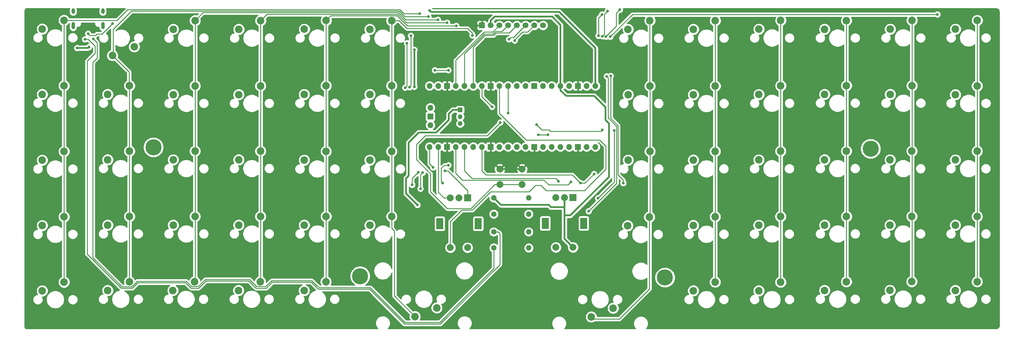
<source format=gtl>
G04 #@! TF.GenerationSoftware,KiCad,Pcbnew,(5.1.12)-1*
G04 #@! TF.CreationDate,2022-06-22T09:42:12+02:00*
G04 #@! TF.ProjectId,Moledupy,4d6f6c65-6475-4707-992e-6b696361645f,rev?*
G04 #@! TF.SameCoordinates,Original*
G04 #@! TF.FileFunction,Copper,L1,Top*
G04 #@! TF.FilePolarity,Positive*
%FSLAX46Y46*%
G04 Gerber Fmt 4.6, Leading zero omitted, Abs format (unit mm)*
G04 Created by KiCad (PCBNEW (5.1.12)-1) date 2022-06-22 09:42:12*
%MOMM*%
%LPD*%
G01*
G04 APERTURE LIST*
G04 #@! TA.AperFunction,ComponentPad*
%ADD10C,4.700000*%
G04 #@! TD*
G04 #@! TA.AperFunction,ComponentPad*
%ADD11C,2.000000*%
G04 #@! TD*
G04 #@! TA.AperFunction,ComponentPad*
%ADD12O,1.350000X1.350000*%
G04 #@! TD*
G04 #@! TA.AperFunction,ComponentPad*
%ADD13R,1.350000X1.350000*%
G04 #@! TD*
G04 #@! TA.AperFunction,ComponentPad*
%ADD14O,1.600000X1.600000*%
G04 #@! TD*
G04 #@! TA.AperFunction,ComponentPad*
%ADD15C,1.600000*%
G04 #@! TD*
G04 #@! TA.AperFunction,ComponentPad*
%ADD16C,2.200000*%
G04 #@! TD*
G04 #@! TA.AperFunction,ComponentPad*
%ADD17C,1.700000*%
G04 #@! TD*
G04 #@! TA.AperFunction,ComponentPad*
%ADD18R,1.700000X1.700000*%
G04 #@! TD*
G04 #@! TA.AperFunction,ComponentPad*
%ADD19O,1.000000X1.600000*%
G04 #@! TD*
G04 #@! TA.AperFunction,ComponentPad*
%ADD20O,1.000000X2.100000*%
G04 #@! TD*
G04 #@! TA.AperFunction,ComponentPad*
%ADD21R,2.000000X2.000000*%
G04 #@! TD*
G04 #@! TA.AperFunction,ComponentPad*
%ADD22R,2.000000X3.200000*%
G04 #@! TD*
G04 #@! TA.AperFunction,ComponentPad*
%ADD23O,1.700000X1.700000*%
G04 #@! TD*
G04 #@! TA.AperFunction,ViaPad*
%ADD24C,0.800000*%
G04 #@! TD*
G04 #@! TA.AperFunction,Conductor*
%ADD25C,0.250000*%
G04 #@! TD*
G04 #@! TA.AperFunction,Conductor*
%ADD26C,0.500000*%
G04 #@! TD*
G04 #@! TA.AperFunction,Conductor*
%ADD27C,0.254000*%
G04 #@! TD*
G04 #@! TA.AperFunction,Conductor*
%ADD28C,0.100000*%
G04 #@! TD*
G04 APERTURE END LIST*
D10*
X187007500Y-79070200D03*
X98259900Y-78701900D03*
X246900700Y-41554400D03*
X38100000Y-41122600D03*
D11*
X145438000Y-47498000D03*
X145438000Y-51998000D03*
X138938000Y-47498000D03*
X138938000Y-51998000D03*
D12*
X127381000Y-34226000D03*
X127381000Y-32226000D03*
D13*
X127381000Y-30226000D03*
D14*
X147372000Y-70463000D03*
D15*
X137212000Y-70463000D03*
D14*
X147320000Y-65786000D03*
D15*
X137160000Y-65786000D03*
D16*
X171917360Y-88011000D03*
X165567360Y-90551000D03*
X120583960Y-87914480D03*
X114233960Y-90454480D03*
D17*
X151511000Y-5588000D03*
X148971000Y-5588000D03*
X146431000Y-5588000D03*
X143891000Y-5588000D03*
X141351000Y-5588000D03*
X138811000Y-5588000D03*
X136271000Y-5588000D03*
D18*
X133731000Y-5588000D03*
D16*
X271546320Y-82834480D03*
X277896320Y-80294480D03*
X271546320Y-63820040D03*
X277896320Y-61280040D03*
X271546320Y-44805600D03*
X277896320Y-42265600D03*
X271561560Y-25775920D03*
X277911560Y-23235920D03*
X271566640Y-6700520D03*
X277916640Y-4160520D03*
X252521720Y-82814160D03*
X258871720Y-80274160D03*
X252521720Y-63799720D03*
X258871720Y-61259720D03*
X252552200Y-44785280D03*
X258902200Y-42245280D03*
X252597920Y-25720040D03*
X258947920Y-23180040D03*
X252582680Y-6695440D03*
X258932680Y-4155440D03*
X233481880Y-82834480D03*
X239831880Y-80294480D03*
X233502200Y-63814960D03*
X239852200Y-61274960D03*
X233481880Y-44770040D03*
X239831880Y-42230040D03*
X233481880Y-25704800D03*
X239831880Y-23164800D03*
X233492040Y-6720840D03*
X239842040Y-4180840D03*
X214345520Y-82946240D03*
X220695520Y-80406240D03*
X214315040Y-63850520D03*
X220665040Y-61310520D03*
X214330280Y-44805600D03*
X220680280Y-42265600D03*
X214360760Y-25755600D03*
X220710760Y-23215600D03*
X214365840Y-6710680D03*
X220715840Y-4170680D03*
X195270120Y-82936080D03*
X201620120Y-80396080D03*
X195280280Y-63906400D03*
X201630280Y-61366400D03*
X195270120Y-44851320D03*
X201620120Y-42311320D03*
X195295520Y-25806400D03*
X201645520Y-23266400D03*
X195295520Y-6751320D03*
X201645520Y-4211320D03*
X176138840Y-63977520D03*
X182488840Y-61437520D03*
X176286160Y-44861480D03*
X182636160Y-42321480D03*
X176286160Y-25811480D03*
X182636160Y-23271480D03*
X176265840Y-6766560D03*
X182615840Y-4226560D03*
X101102160Y-63850520D03*
X107452160Y-61310520D03*
X101092000Y-44886880D03*
X107442000Y-42346880D03*
X101092000Y-25735280D03*
X107442000Y-23195280D03*
X101092000Y-6751320D03*
X107442000Y-4211320D03*
X81960720Y-82859880D03*
X88310720Y-80319880D03*
X82006440Y-63799720D03*
X88356440Y-61259720D03*
X81996280Y-44886880D03*
X88346280Y-42346880D03*
X81996280Y-25735280D03*
X88346280Y-23195280D03*
X82031840Y-6715760D03*
X88381840Y-4175760D03*
X62854840Y-82844640D03*
X69204840Y-80304640D03*
X62910720Y-63799720D03*
X69260720Y-61259720D03*
X62910720Y-44759880D03*
X69260720Y-42219880D03*
X62910720Y-25770840D03*
X69260720Y-23230840D03*
X62951360Y-6751320D03*
X69301360Y-4211320D03*
X43759120Y-82844640D03*
X50109120Y-80304640D03*
X43855640Y-63820040D03*
X50205640Y-61280040D03*
X43855640Y-44780200D03*
X50205640Y-42240200D03*
X43865800Y-25770840D03*
X50215800Y-23230840D03*
X43865800Y-6731000D03*
X50215800Y-4191000D03*
X24765000Y-82859880D03*
X31115000Y-80319880D03*
X24765000Y-63809880D03*
X31115000Y-61269880D03*
X24765000Y-44759880D03*
X31115000Y-42219880D03*
X24765000Y-25709880D03*
X31115000Y-23169880D03*
X32512000Y-11811000D03*
X26162000Y-14351000D03*
X12065000Y-80431640D03*
X5715000Y-82971640D03*
X12065000Y-61386720D03*
X5715000Y-63926720D03*
X5715000Y-44897040D03*
X12065000Y-42357040D03*
X5715000Y-25709880D03*
X12065000Y-23169880D03*
X5715000Y-6659880D03*
X12065000Y-4119880D03*
D14*
X147320000Y-55880000D03*
D15*
X137160000Y-55880000D03*
D14*
X147320000Y-60579000D03*
D15*
X137160000Y-60579000D03*
D19*
X23370000Y-1465000D03*
X14730000Y-1465000D03*
D20*
X23370000Y-5645000D03*
X14730000Y-5645000D03*
D21*
X129540000Y-55880000D03*
D11*
X127040000Y-55880000D03*
X124540000Y-55880000D03*
D22*
X132640000Y-63380000D03*
X121440000Y-63380000D03*
D11*
X129540000Y-70380000D03*
X124540000Y-70380000D03*
D21*
X160253680Y-55798720D03*
D11*
X157753680Y-55798720D03*
X155253680Y-55798720D03*
D22*
X163353680Y-63298720D03*
X152153680Y-63298720D03*
D11*
X160253680Y-70298720D03*
X155253680Y-70298720D03*
D23*
X118721000Y-29591000D03*
D18*
X118721000Y-32131000D03*
D23*
X118721000Y-34671000D03*
X166751000Y-23241000D03*
X164211000Y-23241000D03*
D18*
X161671000Y-23241000D03*
D23*
X159131000Y-23241000D03*
X156591000Y-23241000D03*
X154051000Y-23241000D03*
X151511000Y-23241000D03*
D18*
X148971000Y-23241000D03*
D23*
X146431000Y-23241000D03*
X143891000Y-23241000D03*
X141351000Y-23241000D03*
X138811000Y-23241000D03*
D18*
X136271000Y-23241000D03*
D23*
X133731000Y-23241000D03*
X131191000Y-23241000D03*
X128651000Y-23241000D03*
X126111000Y-23241000D03*
D18*
X123571000Y-23241000D03*
D23*
X121031000Y-23241000D03*
X118491000Y-23241000D03*
X118491000Y-41021000D03*
X121031000Y-41021000D03*
D18*
X123571000Y-41021000D03*
D23*
X126111000Y-41021000D03*
X128651000Y-41021000D03*
X131191000Y-41021000D03*
X133731000Y-41021000D03*
D18*
X136271000Y-41021000D03*
D23*
X138811000Y-41021000D03*
X141351000Y-41021000D03*
X143891000Y-41021000D03*
X146431000Y-41021000D03*
D18*
X148971000Y-41021000D03*
D23*
X151511000Y-41021000D03*
X154051000Y-41021000D03*
X156591000Y-41021000D03*
X159131000Y-41021000D03*
D18*
X161671000Y-41021000D03*
D23*
X164211000Y-41021000D03*
X166751000Y-41021000D03*
D24*
X120015000Y-18669000D03*
X123952000Y-18669000D03*
X143256000Y-10033000D03*
X141605000Y-9652000D03*
X36830000Y-72390000D03*
X40640000Y-60960000D03*
X35560000Y-53340000D03*
X39370000Y-45720000D03*
X36830000Y-34290000D03*
X40640000Y-24130000D03*
X36830000Y-88900000D03*
X39370000Y-85090000D03*
X55880000Y-33020000D03*
X58420000Y-27940000D03*
X54610000Y-49530000D03*
X58420000Y-41910000D03*
X55880000Y-71120000D03*
X58420000Y-62230000D03*
X77470000Y-22860000D03*
X74930000Y-31750000D03*
X74930000Y-50800000D03*
X77470000Y-43180000D03*
X73660000Y-71120000D03*
X77470000Y-62230000D03*
X97790000Y-24130000D03*
X92710000Y-33020000D03*
X92710000Y-52070000D03*
X96520000Y-43180000D03*
X93980000Y-71120000D03*
X97790000Y-60960000D03*
X26670000Y-20320000D03*
X27940000Y-24130000D03*
X25400000Y-39370000D03*
X27940000Y-43180000D03*
X26670000Y-58420000D03*
X27940000Y-62230000D03*
X29210000Y-77470000D03*
X144780000Y-19050000D03*
X147320000Y-19050000D03*
X136055100Y-15328900D03*
X135940800Y-9867900D03*
X140817600Y-35712400D03*
X139280900Y-35826700D03*
X46990000Y-13970000D03*
X53340000Y-12700000D03*
X67310000Y-13970000D03*
X77470000Y-13970000D03*
X85090000Y-13970000D03*
X91440000Y-13970000D03*
X97790000Y-13970000D03*
X118110000Y-8890000D03*
X39370000Y-12700000D03*
X36830000Y-7620000D03*
X119507000Y-46990000D03*
X122936000Y-48006000D03*
X159639000Y-51181000D03*
X155956000Y-51054000D03*
X167513000Y-55954398D03*
X136652000Y-29337000D03*
X149606000Y-34544000D03*
X168783000Y-36068000D03*
X172212000Y-36195000D03*
X150114000Y-37465000D03*
X152908000Y-37465000D03*
X113411000Y-52070000D03*
X115189000Y-48387000D03*
X115824000Y-53213000D03*
X116459000Y-48514000D03*
X114046000Y-23495000D03*
X114046000Y-12700000D03*
X114935000Y-57912000D03*
X18161000Y-9652000D03*
X112649000Y-23622000D03*
X113030000Y-8636000D03*
X111379000Y-23749000D03*
X19050000Y-8001000D03*
X26162000Y-5080000D03*
X111887000Y-10795000D03*
X20574000Y-9525000D03*
X162433000Y-51562000D03*
X171196000Y-20320000D03*
X166370000Y-48895000D03*
X174879000Y-51562000D03*
X122301000Y-51562000D03*
X123952000Y-46355000D03*
X170053000Y-20447000D03*
X164784700Y-59755700D03*
X115570000Y-2159000D03*
X118110000Y-3048000D03*
X120904000Y-3937000D03*
X123571000Y-4826000D03*
X126238000Y-5715000D03*
X130937000Y-8509000D03*
X167640000Y-8636000D03*
X168656000Y-2413000D03*
X168783000Y-8763000D03*
X170307000Y-1397000D03*
X169799000Y-8890000D03*
X173863000Y-1016000D03*
X171069000Y-8890000D03*
X266319000Y-2413000D03*
X118491000Y-1270000D03*
X15875000Y-12192000D03*
X19304000Y-11938000D03*
X139065000Y-33909000D03*
X141351000Y-31115000D03*
D25*
X120015000Y-18669000D02*
X123952000Y-18669000D01*
X123952000Y-18669000D02*
X123952000Y-18669000D01*
X145542000Y-7493000D02*
X143256000Y-9779000D01*
X147066000Y-7493000D02*
X145542000Y-7493000D01*
X143256000Y-9779000D02*
X143256000Y-10033000D01*
X148971000Y-5588000D02*
X147066000Y-7493000D01*
X146431000Y-5588000D02*
X142875000Y-9144000D01*
X142875000Y-9144000D02*
X142113000Y-9144000D01*
X142113000Y-9144000D02*
X141605000Y-9652000D01*
X141605000Y-9652000D02*
X141605000Y-9652000D01*
D26*
X138938000Y-47498000D02*
X145438000Y-47498000D01*
D25*
X138811000Y-5588000D02*
X136906000Y-7493000D01*
X136906000Y-7493000D02*
X134366000Y-7493000D01*
X126111000Y-15748000D02*
X126111000Y-23241000D01*
X134366000Y-7493000D02*
X126111000Y-15748000D01*
X141351000Y-5588000D02*
X139573000Y-7366000D01*
X137669410Y-7366000D02*
X136907410Y-8128000D01*
X139573000Y-7366000D02*
X137669410Y-7366000D01*
X136907410Y-8128000D02*
X134367410Y-8128000D01*
X128651000Y-13844410D02*
X128651000Y-23241000D01*
X134367410Y-8128000D02*
X128651000Y-13844410D01*
X143891000Y-5588000D02*
X141662990Y-7816010D01*
X137855810Y-7816010D02*
X137093810Y-8578010D01*
X141662990Y-7816010D02*
X137855810Y-7816010D01*
X137093810Y-8578010D02*
X134553810Y-8578010D01*
X131191000Y-11940820D02*
X131191000Y-23241000D01*
X134553810Y-8578010D02*
X131191000Y-11940820D01*
D26*
X156591000Y-5461000D02*
X156591000Y-23241000D01*
X154178000Y-3048000D02*
X156591000Y-5461000D01*
X137414000Y-3048000D02*
X154178000Y-3048000D01*
X136271000Y-4191000D02*
X137414000Y-3048000D01*
X136271000Y-5588000D02*
X136271000Y-4191000D01*
X157753680Y-67798720D02*
X160253680Y-70298720D01*
X157753680Y-58566680D02*
X153816680Y-58566680D01*
X157753680Y-55798720D02*
X157753680Y-58566680D01*
X153816680Y-58566680D02*
X153162000Y-57912000D01*
X139192000Y-57912000D02*
X137160000Y-55880000D01*
X153162000Y-57912000D02*
X139192000Y-57912000D01*
X157753680Y-60979680D02*
X159492320Y-60979680D01*
X157753680Y-58566680D02*
X157753680Y-60979680D01*
X157753680Y-60979680D02*
X157753680Y-67798720D01*
X159492320Y-60979680D02*
X170688000Y-49784000D01*
X170688000Y-34175000D02*
X169672000Y-33159000D01*
X170688000Y-49784000D02*
X170688000Y-34175000D01*
X169672000Y-33159000D02*
X169672000Y-29464000D01*
X169672000Y-29464000D02*
X166370000Y-26162000D01*
X166370000Y-26162000D02*
X158242000Y-26162000D01*
X156591000Y-24511000D02*
X156591000Y-23241000D01*
X158242000Y-26162000D02*
X156591000Y-24511000D01*
D25*
X118491000Y-41021000D02*
X118491000Y-45974000D01*
X118491000Y-45974000D02*
X119507000Y-46990000D01*
X119507000Y-46990000D02*
X119507000Y-46990000D01*
X122936000Y-48006000D02*
X123825000Y-48006000D01*
X129540000Y-53721000D02*
X129540000Y-55880000D01*
X123825000Y-48006000D02*
X129540000Y-53721000D01*
X124540000Y-55880000D02*
X122682000Y-55880000D01*
X121031000Y-54229000D02*
X121031000Y-41021000D01*
X122682000Y-55880000D02*
X121031000Y-54229000D01*
X158750000Y-52070000D02*
X159639000Y-51181000D01*
X153162000Y-52070000D02*
X158750000Y-52070000D01*
X151764999Y-50672999D02*
X153162000Y-52070000D01*
X128015999Y-50672999D02*
X151764999Y-50672999D01*
X126111000Y-48768000D02*
X128015999Y-50672999D01*
X126111000Y-41021000D02*
X126111000Y-48768000D01*
X128651000Y-41021000D02*
X128651000Y-48006000D01*
X130867989Y-50222989D02*
X155251989Y-50222989D01*
X128651000Y-48006000D02*
X130867989Y-50222989D01*
X155251989Y-50222989D02*
X155956000Y-50927000D01*
X155956000Y-50927000D02*
X155956000Y-51054000D01*
X155956000Y-51054000D02*
X155956000Y-51054000D01*
X133731000Y-23241000D02*
X133731000Y-26416000D01*
X133731000Y-26416000D02*
X136652000Y-29337000D01*
X136652000Y-29337000D02*
X136652000Y-29337000D01*
X149606000Y-34544000D02*
X151130000Y-36068000D01*
X151130000Y-36068000D02*
X153289000Y-36068000D01*
X153289000Y-36068000D02*
X153670000Y-36449000D01*
X153670000Y-36449000D02*
X168402000Y-36449000D01*
X168402000Y-36449000D02*
X168783000Y-36068000D01*
X168783000Y-36068000D02*
X168783000Y-36068000D01*
X172212000Y-51255398D02*
X171423699Y-52043699D01*
X172212000Y-36195000D02*
X172212000Y-51255398D01*
X171423699Y-52043699D02*
X171704000Y-51763398D01*
X167513000Y-55954398D02*
X171423699Y-52043699D01*
X124540000Y-70380000D02*
X124540000Y-62785000D01*
X124540000Y-62785000D02*
X127889000Y-59436000D01*
X130937000Y-59436000D02*
X130302000Y-59436000D01*
X136271000Y-54102000D02*
X130937000Y-59436000D01*
X147432998Y-54102000D02*
X136271000Y-54102000D01*
X149337998Y-52197000D02*
X147432998Y-54102000D01*
X169799000Y-40767000D02*
X169799000Y-47498000D01*
X146558000Y-38989000D02*
X168021000Y-38989000D01*
X168021000Y-38989000D02*
X169799000Y-40767000D01*
X138811000Y-31242000D02*
X146558000Y-38989000D01*
X138811000Y-23241000D02*
X138811000Y-31242000D01*
X130302000Y-59436000D02*
X130556000Y-59436000D01*
X127889000Y-59436000D02*
X130302000Y-59436000D01*
X149337998Y-52197000D02*
X150876000Y-52197000D01*
X150876000Y-52197000D02*
X152400000Y-53721000D01*
X163576000Y-53721000D02*
X165227000Y-52070000D01*
X152400000Y-53721000D02*
X163576000Y-53721000D01*
X165227000Y-52070000D02*
X165100000Y-52197000D01*
X169799000Y-47498000D02*
X165227000Y-52070000D01*
X150114000Y-37465000D02*
X152908000Y-37465000D01*
X152908000Y-37465000D02*
X152908000Y-37465000D01*
X113411000Y-52070000D02*
X113411000Y-50165000D01*
X113411000Y-50165000D02*
X115189000Y-48387000D01*
X115189000Y-48387000D02*
X115189000Y-48387000D01*
X115824000Y-53213000D02*
X115824000Y-49149000D01*
X115824000Y-49149000D02*
X116459000Y-48514000D01*
X116459000Y-48514000D02*
X116459000Y-48514000D01*
D26*
X114046000Y-23495000D02*
X114046000Y-12700000D01*
D25*
X114046000Y-12700000D02*
X114046000Y-12700000D01*
D26*
X114935000Y-57912000D02*
X111633000Y-54610000D01*
X111633000Y-54610000D02*
X111633000Y-50165000D01*
X111633000Y-50165000D02*
X112395000Y-49403000D01*
X112395000Y-49403000D02*
X112395000Y-39751000D01*
X112395000Y-39751000D02*
X115316000Y-36830000D01*
X115316000Y-36830000D02*
X120396000Y-36830000D01*
X120396000Y-36830000D02*
X124079000Y-33147000D01*
X124079000Y-33147000D02*
X124079000Y-31369000D01*
X125222000Y-30226000D02*
X127381000Y-30226000D01*
X124079000Y-31369000D02*
X125222000Y-30226000D01*
D25*
X138938000Y-66294000D02*
X138430000Y-65786000D01*
X138938000Y-75312410D02*
X138938000Y-66294000D01*
X101032600Y-82492010D02*
X111192599Y-92652009D01*
X121598400Y-92652010D02*
X138938000Y-75312410D01*
X86046600Y-82492010D02*
X101032600Y-82492010D01*
X111192599Y-92652009D02*
X121598400Y-92652010D01*
X72703400Y-80460010D02*
X84014600Y-80460010D01*
X70983759Y-82179651D02*
X72703400Y-80460010D01*
X67954240Y-82179650D02*
X70983759Y-82179651D01*
X65853600Y-80079010D02*
X67954240Y-82179650D01*
X19050000Y-9652000D02*
X21082000Y-11684000D01*
X53399400Y-80079010D02*
X65853600Y-80079010D01*
X84014600Y-80460010D02*
X86046600Y-82492010D01*
X21082000Y-11684000D02*
X21082000Y-13716000D01*
X28769599Y-82238009D02*
X31942283Y-82238009D01*
X21082000Y-13716000D02*
X18796000Y-16002000D01*
X18796000Y-16002000D02*
X18796000Y-72264410D01*
X51298759Y-82179651D02*
X53399400Y-80079010D01*
X31942283Y-82238009D02*
X33593282Y-80587010D01*
X18796000Y-72264410D02*
X28769599Y-82238009D01*
X33593282Y-80587010D02*
X47438600Y-80587010D01*
X138430000Y-65786000D02*
X137160000Y-65786000D01*
X47438600Y-80587010D02*
X49031240Y-82179650D01*
X18161000Y-9652000D02*
X19050000Y-9652000D01*
X49031240Y-82179650D02*
X51298759Y-82179651D01*
X113030000Y-23241000D02*
X112649000Y-23622000D01*
X113030000Y-8636000D02*
X113030000Y-23241000D01*
X19050000Y-8001000D02*
X19558000Y-8509000D01*
X19558000Y-8509000D02*
X21209000Y-8509000D01*
X21622001Y-8095999D02*
X23146001Y-8095999D01*
X21209000Y-8509000D02*
X21622001Y-8095999D01*
X23146001Y-8095999D02*
X26162000Y-5080000D01*
X26162000Y-5080000D02*
X26162000Y-5080000D01*
X111887000Y-23241000D02*
X111379000Y-23749000D01*
X111887000Y-10795000D02*
X111887000Y-23241000D01*
X137212000Y-76402000D02*
X137212000Y-70463000D01*
X121412000Y-92202000D02*
X137212000Y-76402000D01*
X111379000Y-92202000D02*
X121412000Y-92202000D01*
X86360000Y-82042000D02*
X101219000Y-82042000D01*
X101219000Y-82042000D02*
X111379000Y-92202000D01*
X85752879Y-81434879D02*
X86360000Y-82042000D01*
X85625879Y-81434879D02*
X85752879Y-81434879D01*
X84201000Y-80010000D02*
X85625879Y-81434879D01*
X72517000Y-80010000D02*
X84201000Y-80010000D01*
X68140641Y-81729641D02*
X70797359Y-81729641D01*
X66040000Y-79629000D02*
X68140641Y-81729641D01*
X20574000Y-9525000D02*
X21717000Y-10668000D01*
X21717000Y-15113000D02*
X20447000Y-16383000D01*
X21717000Y-10668000D02*
X21717000Y-15113000D01*
X30182881Y-81744881D02*
X31799001Y-81744881D01*
X70797359Y-81729641D02*
X72517000Y-80010000D01*
X49217641Y-81729641D02*
X51112359Y-81729641D01*
X53213000Y-79629000D02*
X66040000Y-79629000D01*
X20447000Y-16383000D02*
X20447000Y-73279000D01*
X20447000Y-73279000D02*
X28956000Y-81788000D01*
X31799001Y-81744881D02*
X33406882Y-80137000D01*
X28956000Y-81788000D02*
X30139762Y-81788000D01*
X30139762Y-81788000D02*
X30182881Y-81744881D01*
X33406882Y-80137000D02*
X47625000Y-80137000D01*
X47625000Y-80137000D02*
X49217641Y-81729641D01*
X51112359Y-81729641D02*
X53213000Y-79629000D01*
X133731000Y-41021000D02*
X133731000Y-44252002D01*
X133731000Y-44252002D02*
X133731000Y-48006000D01*
X133731000Y-48006000D02*
X134874000Y-49149000D01*
X134874000Y-49149000D02*
X160020000Y-49149000D01*
X160020000Y-49149000D02*
X162433000Y-51562000D01*
X162433000Y-51562000D02*
X162433000Y-51562000D01*
X162433000Y-51562000D02*
X163703000Y-51562000D01*
X163703000Y-51562000D02*
X166370000Y-48895000D01*
X166370000Y-48895000D02*
X166370000Y-48895000D01*
X171196000Y-32637590D02*
X171196000Y-20320000D01*
X173387011Y-49181011D02*
X173387011Y-34828601D01*
X174879000Y-50673000D02*
X173387011Y-49181011D01*
X173387011Y-34828601D02*
X171196000Y-32637590D01*
X174879000Y-51562000D02*
X174879000Y-50673000D01*
X121901001Y-51162001D02*
X121901001Y-47262999D01*
X122301000Y-51562000D02*
X121901001Y-51162001D01*
X121901001Y-47262999D02*
X122809000Y-46355000D01*
X122809000Y-46355000D02*
X123952000Y-46355000D01*
X123952000Y-46355000D02*
X123952000Y-46355000D01*
X170053000Y-20447000D02*
X170434000Y-20828000D01*
X170434000Y-20828000D02*
X170434000Y-32512000D01*
X172937001Y-51603399D02*
X164784700Y-59755700D01*
X172937001Y-35015001D02*
X172937001Y-51603399D01*
X170434000Y-32512000D02*
X172937001Y-35015001D01*
X164784700Y-59755700D02*
X164723400Y-59817000D01*
X12065000Y-4119880D02*
X12065000Y-23169880D01*
X12065000Y-23169880D02*
X12065000Y-42357040D01*
X12065000Y-42357040D02*
X12065000Y-61386720D01*
X12065000Y-61386720D02*
X12065000Y-80431640D01*
X115570000Y-2159000D02*
X111003640Y-2159000D01*
X109830919Y-986279D02*
X30636721Y-986279D01*
X111003640Y-2159000D02*
X109830919Y-986279D01*
X27503120Y-4119880D02*
X12065000Y-4119880D01*
X30636721Y-986279D02*
X27503120Y-4119880D01*
X26162000Y-14351000D02*
X30988000Y-19177000D01*
X30988000Y-23042880D02*
X31115000Y-23169880D01*
X30988000Y-19177000D02*
X30988000Y-23042880D01*
X31115000Y-23169880D02*
X31115000Y-42219880D01*
X31115000Y-42219880D02*
X31115000Y-61269880D01*
X31115000Y-61269880D02*
X31115000Y-80319880D01*
X118110000Y-3048000D02*
X111256230Y-3048000D01*
X109644519Y-1436289D02*
X31710711Y-1436289D01*
X111256230Y-3048000D02*
X109644519Y-1436289D01*
X26376999Y-14136001D02*
X26162000Y-14351000D01*
X26376999Y-6770001D02*
X26376999Y-14136001D01*
X31710711Y-1436289D02*
X26376999Y-6770001D01*
X50215800Y-4191000D02*
X50215800Y-23230840D01*
X50215800Y-42230040D02*
X50205640Y-42240200D01*
X50215800Y-23230840D02*
X50215800Y-42230040D01*
X50205640Y-42240200D02*
X50205640Y-61280040D01*
X50205640Y-80208120D02*
X50109120Y-80304640D01*
X50205640Y-61280040D02*
X50205640Y-80208120D01*
X120904000Y-3937000D02*
X111508820Y-3937000D01*
X52520501Y-1886299D02*
X50215800Y-4191000D01*
X109458119Y-1886299D02*
X52520501Y-1886299D01*
X111508820Y-3937000D02*
X109458119Y-1886299D01*
X69301360Y-23190200D02*
X69260720Y-23230840D01*
X69301360Y-4211320D02*
X69301360Y-23190200D01*
X69260720Y-23230840D02*
X69260720Y-42219880D01*
X69260720Y-42219880D02*
X69260720Y-61259720D01*
X69260720Y-80248760D02*
X69204840Y-80304640D01*
X69260720Y-61259720D02*
X69260720Y-80248760D01*
X123571000Y-4826000D02*
X111761410Y-4826000D01*
X71176371Y-2336309D02*
X69301360Y-4211320D01*
X109271719Y-2336309D02*
X71176371Y-2336309D01*
X111761410Y-4826000D02*
X109271719Y-2336309D01*
X88381840Y-23159720D02*
X88346280Y-23195280D01*
X88381840Y-4175760D02*
X88381840Y-23159720D01*
X88346280Y-23195280D02*
X88346280Y-42346880D01*
X88346280Y-61249560D02*
X88356440Y-61259720D01*
X88346280Y-42346880D02*
X88346280Y-61249560D01*
X88356440Y-80274160D02*
X88310720Y-80319880D01*
X88356440Y-61259720D02*
X88356440Y-80274160D01*
X126238000Y-5715000D02*
X112014000Y-5715000D01*
X89771281Y-2786319D02*
X88381840Y-4175760D01*
X109085319Y-2786319D02*
X89771281Y-2786319D01*
X112014000Y-5715000D02*
X109085319Y-2786319D01*
X107442000Y-4211320D02*
X107442000Y-23195280D01*
X107442000Y-23195280D02*
X107442000Y-42346880D01*
X107442000Y-61300360D02*
X107452160Y-61310520D01*
X107442000Y-42346880D02*
X107442000Y-61300360D01*
X108204000Y-84424520D02*
X114233960Y-90454480D01*
X108204000Y-65532000D02*
X108204000Y-84424520D01*
X107452160Y-64780160D02*
X108204000Y-65532000D01*
X107452160Y-61310520D02*
X107452160Y-64780160D01*
X130937000Y-8509000D02*
X130937000Y-7874000D01*
X130937000Y-7874000D02*
X129540000Y-6477000D01*
X129540000Y-6477000D02*
X111887000Y-6477000D01*
X109621320Y-4211320D02*
X107442000Y-4211320D01*
X111887000Y-6477000D02*
X109621320Y-4211320D01*
X182615840Y-23251160D02*
X182636160Y-23271480D01*
X182615840Y-4226560D02*
X182615840Y-23251160D01*
X182636160Y-23271480D02*
X182636160Y-42321480D01*
X182636160Y-61290200D02*
X182488840Y-61437520D01*
X182636160Y-42321480D02*
X182636160Y-61290200D01*
X182488840Y-61437520D02*
X182488840Y-82433160D01*
X182488840Y-82433160D02*
X173736000Y-91186000D01*
X166202360Y-91186000D02*
X165567360Y-90551000D01*
X173736000Y-91186000D02*
X166202360Y-91186000D01*
X201645520Y-4211320D02*
X201645520Y-23266400D01*
X201645520Y-42285920D02*
X201620120Y-42311320D01*
X201645520Y-23266400D02*
X201645520Y-42285920D01*
X201620120Y-61356240D02*
X201630280Y-61366400D01*
X201620120Y-42311320D02*
X201620120Y-61356240D01*
X201630280Y-80385920D02*
X201620120Y-80396080D01*
X201630280Y-61366400D02*
X201630280Y-80385920D01*
X220715840Y-23210520D02*
X220710760Y-23215600D01*
X220715840Y-4170680D02*
X220715840Y-23210520D01*
X220710760Y-61264800D02*
X220665040Y-61310520D01*
X220710760Y-23215600D02*
X220710760Y-61264800D01*
X220665040Y-80375760D02*
X220695520Y-80406240D01*
X220665040Y-61310520D02*
X220665040Y-80375760D01*
X167640000Y-8636000D02*
X167640000Y-3429000D01*
X167640000Y-3429000D02*
X168656000Y-2413000D01*
X168656000Y-2413000D02*
X168656000Y-2413000D01*
X239842040Y-80284320D02*
X239831880Y-80294480D01*
X239842040Y-4180840D02*
X239842040Y-80284320D01*
X169381001Y-8164999D02*
X169381001Y-2322999D01*
X168783000Y-8763000D02*
X169381001Y-8164999D01*
X169381001Y-2322999D02*
X170307000Y-1397000D01*
X170307000Y-1397000D02*
X170307000Y-1397000D01*
X258932680Y-80213200D02*
X258871720Y-80274160D01*
X258932680Y-4155440D02*
X258932680Y-80213200D01*
X169799000Y-8890000D02*
X172847000Y-5842000D01*
X172847000Y-5842000D02*
X172847000Y-2032000D01*
X172847000Y-2032000D02*
X173863000Y-1016000D01*
X173863000Y-1016000D02*
X173863000Y-1016000D01*
X277896320Y-27540322D02*
X277896320Y-80294480D01*
X277916640Y-27520002D02*
X277896320Y-27540322D01*
X277916640Y-4160520D02*
X277916640Y-27520002D01*
X171069000Y-8890000D02*
X177546000Y-2413000D01*
X177546000Y-2413000D02*
X266319000Y-2413000D01*
X266319000Y-2413000D02*
X266319000Y-2413000D01*
D26*
X166751000Y-23241000D02*
X166751000Y-12192000D01*
X166751000Y-12192000D02*
X156210000Y-1651000D01*
X156210000Y-1651000D02*
X118872000Y-1651000D01*
X118872000Y-1651000D02*
X118491000Y-1270000D01*
X118491000Y-1270000D02*
X118491000Y-1270000D01*
X19050000Y-12192000D02*
X19304000Y-11938000D01*
X15875000Y-12192000D02*
X19050000Y-12192000D01*
D25*
X138938000Y-51998000D02*
X145438000Y-51998000D01*
X138938000Y-51998000D02*
X137486000Y-51998000D01*
X130498010Y-58985990D02*
X123640010Y-58985990D01*
X137486000Y-51998000D02*
X130498010Y-58985990D01*
X123640010Y-58985990D02*
X118745000Y-54090980D01*
X118745000Y-54090980D02*
X118745000Y-48768000D01*
X118745000Y-48768000D02*
X117765999Y-47788999D01*
X117765999Y-47788999D02*
X114681000Y-44704000D01*
X114681000Y-44704000D02*
X114681000Y-40259000D01*
X114681000Y-40259000D02*
X117221000Y-37719000D01*
X117221000Y-37719000D02*
X135255000Y-37719000D01*
X135255000Y-37719000D02*
X139065000Y-33909000D01*
X139065000Y-33909000D02*
X139065000Y-33909000D01*
X141351000Y-23241000D02*
X141351000Y-31115000D01*
D27*
X13676324Y-728554D02*
X13611423Y-942502D01*
X13595000Y-1109249D01*
X13595000Y-1820752D01*
X13611423Y-1987499D01*
X13676324Y-2201447D01*
X13781717Y-2398623D01*
X13923552Y-2571449D01*
X14096378Y-2713284D01*
X14293554Y-2818676D01*
X14507502Y-2883577D01*
X14730000Y-2905491D01*
X14952499Y-2883577D01*
X15166447Y-2818676D01*
X15363623Y-2713284D01*
X15536449Y-2571449D01*
X15678284Y-2398623D01*
X15783676Y-2201446D01*
X15848577Y-1987498D01*
X15865000Y-1820751D01*
X15865000Y-1109248D01*
X15848577Y-942501D01*
X15783676Y-728553D01*
X15747034Y-660000D01*
X22352966Y-660000D01*
X22316324Y-728554D01*
X22251423Y-942502D01*
X22235000Y-1109249D01*
X22235000Y-1820752D01*
X22251423Y-1987499D01*
X22316324Y-2201447D01*
X22421717Y-2398623D01*
X22563552Y-2571449D01*
X22736378Y-2713284D01*
X22933554Y-2818676D01*
X23147502Y-2883577D01*
X23370000Y-2905491D01*
X23592499Y-2883577D01*
X23806447Y-2818676D01*
X24003623Y-2713284D01*
X24176449Y-2571449D01*
X24318284Y-2398623D01*
X24423676Y-2201446D01*
X24488577Y-1987498D01*
X24505000Y-1820751D01*
X24505000Y-1109248D01*
X24488577Y-942501D01*
X24423676Y-728553D01*
X24387034Y-660000D01*
X29888198Y-660000D01*
X27188319Y-3359880D01*
X13628148Y-3359880D01*
X13602537Y-3298049D01*
X13412663Y-3013882D01*
X13170998Y-2772217D01*
X12886831Y-2582343D01*
X12571081Y-2451555D01*
X12235883Y-2384880D01*
X11894117Y-2384880D01*
X11558919Y-2451555D01*
X11243169Y-2582343D01*
X10959002Y-2772217D01*
X10717337Y-3013882D01*
X10527463Y-3298049D01*
X10396675Y-3613799D01*
X10330000Y-3948997D01*
X10330000Y-4290763D01*
X10396675Y-4625961D01*
X10527463Y-4941711D01*
X10717337Y-5225878D01*
X10959002Y-5467543D01*
X11243169Y-5657417D01*
X11305000Y-5683028D01*
X11305000Y-7253427D01*
X11204715Y-7153142D01*
X10773141Y-6864773D01*
X10293601Y-6666141D01*
X9784525Y-6564880D01*
X9265475Y-6564880D01*
X8756399Y-6666141D01*
X8276859Y-6864773D01*
X7845285Y-7153142D01*
X7478262Y-7520165D01*
X7189893Y-7951739D01*
X6991261Y-8431279D01*
X6890000Y-8940355D01*
X6890000Y-9459405D01*
X6991261Y-9968481D01*
X7189893Y-10448021D01*
X7478262Y-10879595D01*
X7845285Y-11246618D01*
X8276859Y-11534987D01*
X8756399Y-11733619D01*
X9265475Y-11834880D01*
X9784525Y-11834880D01*
X10293601Y-11733619D01*
X10773141Y-11534987D01*
X11204715Y-11246618D01*
X11305000Y-11146333D01*
X11305001Y-21606731D01*
X11243169Y-21632343D01*
X10959002Y-21822217D01*
X10717337Y-22063882D01*
X10527463Y-22348049D01*
X10396675Y-22663799D01*
X10330000Y-22998997D01*
X10330000Y-23340763D01*
X10396675Y-23675961D01*
X10527463Y-23991711D01*
X10717337Y-24275878D01*
X10959002Y-24517543D01*
X11243169Y-24707417D01*
X11305000Y-24733028D01*
X11305000Y-26303427D01*
X11204715Y-26203142D01*
X10773141Y-25914773D01*
X10293601Y-25716141D01*
X9784525Y-25614880D01*
X9265475Y-25614880D01*
X8756399Y-25716141D01*
X8276859Y-25914773D01*
X7845285Y-26203142D01*
X7478262Y-26570165D01*
X7189893Y-27001739D01*
X6991261Y-27481279D01*
X6890000Y-27990355D01*
X6890000Y-28509405D01*
X6991261Y-29018481D01*
X7189893Y-29498021D01*
X7478262Y-29929595D01*
X7845285Y-30296618D01*
X8276859Y-30584987D01*
X8756399Y-30783619D01*
X9265475Y-30884880D01*
X9784525Y-30884880D01*
X10293601Y-30783619D01*
X10773141Y-30584987D01*
X11204715Y-30296618D01*
X11305000Y-30196333D01*
X11305001Y-40793891D01*
X11243169Y-40819503D01*
X10959002Y-41009377D01*
X10717337Y-41251042D01*
X10527463Y-41535209D01*
X10396675Y-41850959D01*
X10330000Y-42186157D01*
X10330000Y-42527923D01*
X10396675Y-42863121D01*
X10527463Y-43178871D01*
X10717337Y-43463038D01*
X10959002Y-43704703D01*
X11243169Y-43894577D01*
X11305000Y-43920188D01*
X11305000Y-45490587D01*
X11204715Y-45390302D01*
X10773141Y-45101933D01*
X10293601Y-44903301D01*
X9784525Y-44802040D01*
X9265475Y-44802040D01*
X8756399Y-44903301D01*
X8276859Y-45101933D01*
X7845285Y-45390302D01*
X7478262Y-45757325D01*
X7189893Y-46188899D01*
X6991261Y-46668439D01*
X6890000Y-47177515D01*
X6890000Y-47696565D01*
X6991261Y-48205641D01*
X7189893Y-48685181D01*
X7478262Y-49116755D01*
X7845285Y-49483778D01*
X8276859Y-49772147D01*
X8756399Y-49970779D01*
X9265475Y-50072040D01*
X9784525Y-50072040D01*
X10293601Y-49970779D01*
X10773141Y-49772147D01*
X11204715Y-49483778D01*
X11305000Y-49383493D01*
X11305001Y-59823571D01*
X11243169Y-59849183D01*
X10959002Y-60039057D01*
X10717337Y-60280722D01*
X10527463Y-60564889D01*
X10396675Y-60880639D01*
X10330000Y-61215837D01*
X10330000Y-61557603D01*
X10396675Y-61892801D01*
X10527463Y-62208551D01*
X10717337Y-62492718D01*
X10959002Y-62734383D01*
X11243169Y-62924257D01*
X11305000Y-62949868D01*
X11305000Y-64520267D01*
X11204715Y-64419982D01*
X10773141Y-64131613D01*
X10293601Y-63932981D01*
X9784525Y-63831720D01*
X9265475Y-63831720D01*
X8756399Y-63932981D01*
X8276859Y-64131613D01*
X7845285Y-64419982D01*
X7478262Y-64787005D01*
X7189893Y-65218579D01*
X6991261Y-65698119D01*
X6890000Y-66207195D01*
X6890000Y-66726245D01*
X6991261Y-67235321D01*
X7189893Y-67714861D01*
X7478262Y-68146435D01*
X7845285Y-68513458D01*
X8276859Y-68801827D01*
X8756399Y-69000459D01*
X9265475Y-69101720D01*
X9784525Y-69101720D01*
X10293601Y-69000459D01*
X10773141Y-68801827D01*
X11204715Y-68513458D01*
X11305000Y-68413173D01*
X11305001Y-78868491D01*
X11243169Y-78894103D01*
X10959002Y-79083977D01*
X10717337Y-79325642D01*
X10527463Y-79609809D01*
X10396675Y-79925559D01*
X10330000Y-80260757D01*
X10330000Y-80602523D01*
X10396675Y-80937721D01*
X10527463Y-81253471D01*
X10717337Y-81537638D01*
X10959002Y-81779303D01*
X11243169Y-81969177D01*
X11558919Y-82099965D01*
X11894117Y-82166640D01*
X12235883Y-82166640D01*
X12571081Y-82099965D01*
X12886831Y-81969177D01*
X13170998Y-81779303D01*
X13412663Y-81537638D01*
X13602537Y-81253471D01*
X13733325Y-80937721D01*
X13800000Y-80602523D01*
X13800000Y-80260757D01*
X13733325Y-79925559D01*
X13602537Y-79609809D01*
X13412663Y-79325642D01*
X13170998Y-79083977D01*
X12886831Y-78894103D01*
X12825000Y-78868492D01*
X12825000Y-66320460D01*
X13120000Y-66320460D01*
X13120000Y-66612980D01*
X13177068Y-66899878D01*
X13289010Y-67170131D01*
X13451525Y-67413352D01*
X13658368Y-67620195D01*
X13901589Y-67782710D01*
X14171842Y-67894652D01*
X14458740Y-67951720D01*
X14751260Y-67951720D01*
X15038158Y-67894652D01*
X15308411Y-67782710D01*
X15551632Y-67620195D01*
X15758475Y-67413352D01*
X15920990Y-67170131D01*
X16032932Y-66899878D01*
X16090000Y-66612980D01*
X16090000Y-66320460D01*
X16032932Y-66033562D01*
X15920990Y-65763309D01*
X15758475Y-65520088D01*
X15551632Y-65313245D01*
X15308411Y-65150730D01*
X15038158Y-65038788D01*
X14751260Y-64981720D01*
X14458740Y-64981720D01*
X14171842Y-65038788D01*
X13901589Y-65150730D01*
X13658368Y-65313245D01*
X13451525Y-65520088D01*
X13289010Y-65763309D01*
X13177068Y-66033562D01*
X13120000Y-66320460D01*
X12825000Y-66320460D01*
X12825000Y-62949868D01*
X12886831Y-62924257D01*
X13170998Y-62734383D01*
X13412663Y-62492718D01*
X13602537Y-62208551D01*
X13733325Y-61892801D01*
X13800000Y-61557603D01*
X13800000Y-61215837D01*
X13733325Y-60880639D01*
X13602537Y-60564889D01*
X13412663Y-60280722D01*
X13170998Y-60039057D01*
X12886831Y-59849183D01*
X12825000Y-59823572D01*
X12825000Y-47290780D01*
X13120000Y-47290780D01*
X13120000Y-47583300D01*
X13177068Y-47870198D01*
X13289010Y-48140451D01*
X13451525Y-48383672D01*
X13658368Y-48590515D01*
X13901589Y-48753030D01*
X14171842Y-48864972D01*
X14458740Y-48922040D01*
X14751260Y-48922040D01*
X15038158Y-48864972D01*
X15308411Y-48753030D01*
X15551632Y-48590515D01*
X15758475Y-48383672D01*
X15920990Y-48140451D01*
X16032932Y-47870198D01*
X16090000Y-47583300D01*
X16090000Y-47290780D01*
X16032932Y-47003882D01*
X15920990Y-46733629D01*
X15758475Y-46490408D01*
X15551632Y-46283565D01*
X15308411Y-46121050D01*
X15038158Y-46009108D01*
X14751260Y-45952040D01*
X14458740Y-45952040D01*
X14171842Y-46009108D01*
X13901589Y-46121050D01*
X13658368Y-46283565D01*
X13451525Y-46490408D01*
X13289010Y-46733629D01*
X13177068Y-47003882D01*
X13120000Y-47290780D01*
X12825000Y-47290780D01*
X12825000Y-43920188D01*
X12886831Y-43894577D01*
X13170998Y-43704703D01*
X13412663Y-43463038D01*
X13602537Y-43178871D01*
X13733325Y-42863121D01*
X13800000Y-42527923D01*
X13800000Y-42186157D01*
X13733325Y-41850959D01*
X13602537Y-41535209D01*
X13412663Y-41251042D01*
X13170998Y-41009377D01*
X12886831Y-40819503D01*
X12825000Y-40793892D01*
X12825000Y-28103620D01*
X13120000Y-28103620D01*
X13120000Y-28396140D01*
X13177068Y-28683038D01*
X13289010Y-28953291D01*
X13451525Y-29196512D01*
X13658368Y-29403355D01*
X13901589Y-29565870D01*
X14171842Y-29677812D01*
X14458740Y-29734880D01*
X14751260Y-29734880D01*
X15038158Y-29677812D01*
X15308411Y-29565870D01*
X15551632Y-29403355D01*
X15758475Y-29196512D01*
X15920990Y-28953291D01*
X16032932Y-28683038D01*
X16090000Y-28396140D01*
X16090000Y-28103620D01*
X16032932Y-27816722D01*
X15920990Y-27546469D01*
X15758475Y-27303248D01*
X15551632Y-27096405D01*
X15308411Y-26933890D01*
X15038158Y-26821948D01*
X14751260Y-26764880D01*
X14458740Y-26764880D01*
X14171842Y-26821948D01*
X13901589Y-26933890D01*
X13658368Y-27096405D01*
X13451525Y-27303248D01*
X13289010Y-27546469D01*
X13177068Y-27816722D01*
X13120000Y-28103620D01*
X12825000Y-28103620D01*
X12825000Y-24733028D01*
X12886831Y-24707417D01*
X13170998Y-24517543D01*
X13412663Y-24275878D01*
X13602537Y-23991711D01*
X13733325Y-23675961D01*
X13800000Y-23340763D01*
X13800000Y-22998997D01*
X13733325Y-22663799D01*
X13602537Y-22348049D01*
X13412663Y-22063882D01*
X13170998Y-21822217D01*
X12886831Y-21632343D01*
X12825000Y-21606732D01*
X12825000Y-9053620D01*
X13120000Y-9053620D01*
X13120000Y-9346140D01*
X13177068Y-9633038D01*
X13289010Y-9903291D01*
X13451525Y-10146512D01*
X13658368Y-10353355D01*
X13901589Y-10515870D01*
X14171842Y-10627812D01*
X14458740Y-10684880D01*
X14751260Y-10684880D01*
X15038158Y-10627812D01*
X15308411Y-10515870D01*
X15551632Y-10353355D01*
X15758475Y-10146512D01*
X15920990Y-9903291D01*
X16032932Y-9633038D01*
X16090000Y-9346140D01*
X16090000Y-9053620D01*
X16032932Y-8766722D01*
X15920990Y-8496469D01*
X15758475Y-8253248D01*
X15551632Y-8046405D01*
X15308411Y-7883890D01*
X15038158Y-7771948D01*
X14751260Y-7714880D01*
X14458740Y-7714880D01*
X14171842Y-7771948D01*
X13901589Y-7883890D01*
X13658368Y-8046405D01*
X13451525Y-8253248D01*
X13289010Y-8496469D01*
X13177068Y-8766722D01*
X13120000Y-9053620D01*
X12825000Y-9053620D01*
X12825000Y-5683028D01*
X12886831Y-5657417D01*
X13170998Y-5467543D01*
X13412663Y-5225878D01*
X13602537Y-4941711D01*
X13605252Y-4935156D01*
X13595000Y-5039249D01*
X13595000Y-6250752D01*
X13611423Y-6417499D01*
X13676324Y-6631447D01*
X13781717Y-6828623D01*
X13923552Y-7001449D01*
X14096378Y-7143284D01*
X14293554Y-7248676D01*
X14507502Y-7313577D01*
X14730000Y-7335491D01*
X14952499Y-7313577D01*
X15166447Y-7248676D01*
X15363623Y-7143284D01*
X15536449Y-7001449D01*
X15678284Y-6828623D01*
X15783676Y-6631447D01*
X15848577Y-6417499D01*
X15865000Y-6250752D01*
X15865000Y-6061904D01*
X15879978Y-6068108D01*
X16065448Y-6105000D01*
X16254552Y-6105000D01*
X16440022Y-6068108D01*
X16614731Y-5995741D01*
X16771964Y-5890681D01*
X16905681Y-5756964D01*
X17010741Y-5599731D01*
X17083108Y-5425022D01*
X17120000Y-5239552D01*
X17120000Y-5050448D01*
X17086072Y-4879880D01*
X21013928Y-4879880D01*
X20980000Y-5050448D01*
X20980000Y-5239552D01*
X21016892Y-5425022D01*
X21089259Y-5599731D01*
X21194319Y-5756964D01*
X21328036Y-5890681D01*
X21485269Y-5995741D01*
X21659978Y-6068108D01*
X21845448Y-6105000D01*
X22034552Y-6105000D01*
X22220022Y-6068108D01*
X22235000Y-6061904D01*
X22235000Y-6250752D01*
X22251423Y-6417499D01*
X22316324Y-6631447D01*
X22421717Y-6828623D01*
X22563552Y-7001449D01*
X22736378Y-7143284D01*
X22923759Y-7243440D01*
X22831200Y-7335999D01*
X21659334Y-7335999D01*
X21622001Y-7332322D01*
X21584668Y-7335999D01*
X21473015Y-7346996D01*
X21329754Y-7390453D01*
X21197725Y-7461025D01*
X21082000Y-7555998D01*
X21058197Y-7585002D01*
X20894199Y-7749000D01*
X20055151Y-7749000D01*
X20045226Y-7699102D01*
X19967205Y-7510744D01*
X19853937Y-7341226D01*
X19709774Y-7197063D01*
X19540256Y-7083795D01*
X19351898Y-7005774D01*
X19151939Y-6966000D01*
X18948061Y-6966000D01*
X18748102Y-7005774D01*
X18559744Y-7083795D01*
X18390226Y-7197063D01*
X18246063Y-7341226D01*
X18132795Y-7510744D01*
X18054774Y-7699102D01*
X18015000Y-7899061D01*
X18015000Y-8102939D01*
X18054774Y-8302898D01*
X18132795Y-8491256D01*
X18216814Y-8617000D01*
X18059061Y-8617000D01*
X17859102Y-8656774D01*
X17670744Y-8734795D01*
X17501226Y-8848063D01*
X17357063Y-8992226D01*
X17243795Y-9161744D01*
X17165774Y-9350102D01*
X17126000Y-9550061D01*
X17126000Y-9753939D01*
X17165774Y-9953898D01*
X17243795Y-10142256D01*
X17357063Y-10311774D01*
X17501226Y-10455937D01*
X17670744Y-10569205D01*
X17859102Y-10647226D01*
X18059061Y-10687000D01*
X18262939Y-10687000D01*
X18462898Y-10647226D01*
X18651256Y-10569205D01*
X18795814Y-10472615D01*
X19226199Y-10903000D01*
X19202061Y-10903000D01*
X19002102Y-10942774D01*
X18813744Y-11020795D01*
X18644226Y-11134063D01*
X18500063Y-11278226D01*
X18480837Y-11307000D01*
X16413454Y-11307000D01*
X16365256Y-11274795D01*
X16176898Y-11196774D01*
X15976939Y-11157000D01*
X15773061Y-11157000D01*
X15573102Y-11196774D01*
X15384744Y-11274795D01*
X15215226Y-11388063D01*
X15071063Y-11532226D01*
X14957795Y-11701744D01*
X14879774Y-11890102D01*
X14840000Y-12090061D01*
X14840000Y-12293939D01*
X14879774Y-12493898D01*
X14957795Y-12682256D01*
X15071063Y-12851774D01*
X15215226Y-12995937D01*
X15384744Y-13109205D01*
X15573102Y-13187226D01*
X15773061Y-13227000D01*
X15976939Y-13227000D01*
X16176898Y-13187226D01*
X16365256Y-13109205D01*
X16413454Y-13077000D01*
X19006531Y-13077000D01*
X19050000Y-13081281D01*
X19093469Y-13077000D01*
X19093477Y-13077000D01*
X19223490Y-13064195D01*
X19390313Y-13013589D01*
X19501998Y-12953893D01*
X19605898Y-12933226D01*
X19794256Y-12855205D01*
X19963774Y-12741937D01*
X20107937Y-12597774D01*
X20221205Y-12428256D01*
X20299226Y-12239898D01*
X20322000Y-12125403D01*
X20322001Y-13401197D01*
X18285003Y-15438196D01*
X18255999Y-15461999D01*
X18200871Y-15529174D01*
X18161026Y-15577724D01*
X18107719Y-15677454D01*
X18090454Y-15709754D01*
X18046997Y-15853015D01*
X18036000Y-15964668D01*
X18036000Y-15964678D01*
X18032324Y-16002000D01*
X18036000Y-16039322D01*
X18036001Y-72227077D01*
X18032324Y-72264410D01*
X18046998Y-72413395D01*
X18090454Y-72556656D01*
X18161026Y-72688686D01*
X18232201Y-72775412D01*
X18256000Y-72804411D01*
X18284998Y-72828209D01*
X28205800Y-82749012D01*
X28229598Y-82778010D01*
X28233474Y-82781191D01*
X27806399Y-82866141D01*
X27326859Y-83064773D01*
X26895285Y-83353142D01*
X26528262Y-83720165D01*
X26239893Y-84151739D01*
X26041261Y-84631279D01*
X25940000Y-85140355D01*
X25940000Y-85659405D01*
X26041261Y-86168481D01*
X26239893Y-86648021D01*
X26528262Y-87079595D01*
X26895285Y-87446618D01*
X27326859Y-87734987D01*
X27806399Y-87933619D01*
X28315475Y-88034880D01*
X28834525Y-88034880D01*
X29343601Y-87933619D01*
X29823141Y-87734987D01*
X30254715Y-87446618D01*
X30621738Y-87079595D01*
X30910107Y-86648021D01*
X31108739Y-86168481D01*
X31210000Y-85659405D01*
X31210000Y-85253620D01*
X32170000Y-85253620D01*
X32170000Y-85546140D01*
X32227068Y-85833038D01*
X32339010Y-86103291D01*
X32501525Y-86346512D01*
X32708368Y-86553355D01*
X32951589Y-86715870D01*
X33221842Y-86827812D01*
X33508740Y-86884880D01*
X33801260Y-86884880D01*
X34088158Y-86827812D01*
X34358411Y-86715870D01*
X34601632Y-86553355D01*
X34808475Y-86346512D01*
X34970990Y-86103291D01*
X35082932Y-85833038D01*
X35140000Y-85546140D01*
X35140000Y-85253620D01*
X35082932Y-84966722D01*
X34970990Y-84696469D01*
X34808475Y-84453248D01*
X34601632Y-84246405D01*
X34358411Y-84083890D01*
X34088158Y-83971948D01*
X33801260Y-83914880D01*
X33508740Y-83914880D01*
X33221842Y-83971948D01*
X32951589Y-84083890D01*
X32708368Y-84246405D01*
X32501525Y-84453248D01*
X32339010Y-84696469D01*
X32227068Y-84966722D01*
X32170000Y-85253620D01*
X31210000Y-85253620D01*
X31210000Y-85140355D01*
X31108739Y-84631279D01*
X30910107Y-84151739D01*
X30621738Y-83720165D01*
X30254715Y-83353142D01*
X29823141Y-83064773D01*
X29661958Y-82998009D01*
X31904961Y-82998009D01*
X31942283Y-83001685D01*
X31979605Y-82998009D01*
X31979616Y-82998009D01*
X32091269Y-82987012D01*
X32234530Y-82943555D01*
X32366559Y-82872983D01*
X32482284Y-82778010D01*
X32506087Y-82749006D01*
X33908084Y-81347010D01*
X42877564Y-81347010D01*
X42653122Y-81496977D01*
X42411457Y-81738642D01*
X42221583Y-82022809D01*
X42090795Y-82338559D01*
X42024120Y-82673757D01*
X42024120Y-83015523D01*
X42090795Y-83350721D01*
X42221583Y-83666471D01*
X42377381Y-83899640D01*
X42342860Y-83899640D01*
X42055962Y-83956708D01*
X41785709Y-84068650D01*
X41542488Y-84231165D01*
X41335645Y-84438008D01*
X41173130Y-84681229D01*
X41061188Y-84951482D01*
X41004120Y-85238380D01*
X41004120Y-85530900D01*
X41061188Y-85817798D01*
X41173130Y-86088051D01*
X41335645Y-86331272D01*
X41542488Y-86538115D01*
X41785709Y-86700630D01*
X42055962Y-86812572D01*
X42342860Y-86869640D01*
X42635380Y-86869640D01*
X42922278Y-86812572D01*
X43192531Y-86700630D01*
X43435752Y-86538115D01*
X43642595Y-86331272D01*
X43805110Y-86088051D01*
X43917052Y-85817798D01*
X43974120Y-85530900D01*
X43974120Y-85238380D01*
X43951591Y-85125115D01*
X44934120Y-85125115D01*
X44934120Y-85644165D01*
X45035381Y-86153241D01*
X45234013Y-86632781D01*
X45522382Y-87064355D01*
X45889405Y-87431378D01*
X46320979Y-87719747D01*
X46800519Y-87918379D01*
X47309595Y-88019640D01*
X47828645Y-88019640D01*
X48337721Y-87918379D01*
X48817261Y-87719747D01*
X49248835Y-87431378D01*
X49615858Y-87064355D01*
X49904227Y-86632781D01*
X50102859Y-86153241D01*
X50204120Y-85644165D01*
X50204120Y-85238380D01*
X51164120Y-85238380D01*
X51164120Y-85530900D01*
X51221188Y-85817798D01*
X51333130Y-86088051D01*
X51495645Y-86331272D01*
X51702488Y-86538115D01*
X51945709Y-86700630D01*
X52215962Y-86812572D01*
X52502860Y-86869640D01*
X52795380Y-86869640D01*
X53082278Y-86812572D01*
X53352531Y-86700630D01*
X53595752Y-86538115D01*
X53802595Y-86331272D01*
X53965110Y-86088051D01*
X54077052Y-85817798D01*
X54134120Y-85530900D01*
X54134120Y-85238380D01*
X60099840Y-85238380D01*
X60099840Y-85530900D01*
X60156908Y-85817798D01*
X60268850Y-86088051D01*
X60431365Y-86331272D01*
X60638208Y-86538115D01*
X60881429Y-86700630D01*
X61151682Y-86812572D01*
X61438580Y-86869640D01*
X61731100Y-86869640D01*
X62017998Y-86812572D01*
X62288251Y-86700630D01*
X62531472Y-86538115D01*
X62738315Y-86331272D01*
X62900830Y-86088051D01*
X63012772Y-85817798D01*
X63069840Y-85530900D01*
X63069840Y-85238380D01*
X63047311Y-85125115D01*
X64029840Y-85125115D01*
X64029840Y-85644165D01*
X64131101Y-86153241D01*
X64329733Y-86632781D01*
X64618102Y-87064355D01*
X64985125Y-87431378D01*
X65416699Y-87719747D01*
X65896239Y-87918379D01*
X66405315Y-88019640D01*
X66924365Y-88019640D01*
X67433441Y-87918379D01*
X67912981Y-87719747D01*
X68344555Y-87431378D01*
X68711578Y-87064355D01*
X68999947Y-86632781D01*
X69198579Y-86153241D01*
X69299840Y-85644165D01*
X69299840Y-85238380D01*
X70259840Y-85238380D01*
X70259840Y-85530900D01*
X70316908Y-85817798D01*
X70428850Y-86088051D01*
X70591365Y-86331272D01*
X70798208Y-86538115D01*
X71041429Y-86700630D01*
X71311682Y-86812572D01*
X71598580Y-86869640D01*
X71891100Y-86869640D01*
X72177998Y-86812572D01*
X72448251Y-86700630D01*
X72691472Y-86538115D01*
X72898315Y-86331272D01*
X73060830Y-86088051D01*
X73172772Y-85817798D01*
X73229840Y-85530900D01*
X73229840Y-85238380D01*
X73172772Y-84951482D01*
X73060830Y-84681229D01*
X72898315Y-84438008D01*
X72691472Y-84231165D01*
X72448251Y-84068650D01*
X72177998Y-83956708D01*
X71891100Y-83899640D01*
X71598580Y-83899640D01*
X71311682Y-83956708D01*
X71041429Y-84068650D01*
X70798208Y-84231165D01*
X70591365Y-84438008D01*
X70428850Y-84681229D01*
X70316908Y-84951482D01*
X70259840Y-85238380D01*
X69299840Y-85238380D01*
X69299840Y-85125115D01*
X69198579Y-84616039D01*
X68999947Y-84136499D01*
X68711578Y-83704925D01*
X68344555Y-83337902D01*
X67912981Y-83049533D01*
X67433441Y-82850901D01*
X66924365Y-82749640D01*
X66405315Y-82749640D01*
X65896239Y-82850901D01*
X65416699Y-83049533D01*
X64985125Y-83337902D01*
X64618102Y-83704925D01*
X64329733Y-84136499D01*
X64131101Y-84616039D01*
X64029840Y-85125115D01*
X63047311Y-85125115D01*
X63012772Y-84951482D01*
X62900830Y-84681229D01*
X62832950Y-84579640D01*
X63025723Y-84579640D01*
X63360921Y-84512965D01*
X63676671Y-84382177D01*
X63960838Y-84192303D01*
X64202503Y-83950638D01*
X64392377Y-83666471D01*
X64523165Y-83350721D01*
X64589840Y-83015523D01*
X64589840Y-82673757D01*
X64523165Y-82338559D01*
X64392377Y-82022809D01*
X64202503Y-81738642D01*
X63960838Y-81496977D01*
X63676671Y-81307103D01*
X63360921Y-81176315D01*
X63025723Y-81109640D01*
X62683957Y-81109640D01*
X62348759Y-81176315D01*
X62033009Y-81307103D01*
X61748842Y-81496977D01*
X61507177Y-81738642D01*
X61317303Y-82022809D01*
X61186515Y-82338559D01*
X61119840Y-82673757D01*
X61119840Y-83015523D01*
X61186515Y-83350721D01*
X61317303Y-83666471D01*
X61473101Y-83899640D01*
X61438580Y-83899640D01*
X61151682Y-83956708D01*
X60881429Y-84068650D01*
X60638208Y-84231165D01*
X60431365Y-84438008D01*
X60268850Y-84681229D01*
X60156908Y-84951482D01*
X60099840Y-85238380D01*
X54134120Y-85238380D01*
X54077052Y-84951482D01*
X53965110Y-84681229D01*
X53802595Y-84438008D01*
X53595752Y-84231165D01*
X53352531Y-84068650D01*
X53082278Y-83956708D01*
X52795380Y-83899640D01*
X52502860Y-83899640D01*
X52215962Y-83956708D01*
X51945709Y-84068650D01*
X51702488Y-84231165D01*
X51495645Y-84438008D01*
X51333130Y-84681229D01*
X51221188Y-84951482D01*
X51164120Y-85238380D01*
X50204120Y-85238380D01*
X50204120Y-85125115D01*
X50102859Y-84616039D01*
X49904227Y-84136499D01*
X49615858Y-83704925D01*
X49248835Y-83337902D01*
X48817261Y-83049533D01*
X48337721Y-82850901D01*
X47828645Y-82749640D01*
X47309595Y-82749640D01*
X46800519Y-82850901D01*
X46320979Y-83049533D01*
X45889405Y-83337902D01*
X45522382Y-83704925D01*
X45234013Y-84136499D01*
X45035381Y-84616039D01*
X44934120Y-85125115D01*
X43951591Y-85125115D01*
X43917052Y-84951482D01*
X43805110Y-84681229D01*
X43737230Y-84579640D01*
X43930003Y-84579640D01*
X44265201Y-84512965D01*
X44580951Y-84382177D01*
X44865118Y-84192303D01*
X45106783Y-83950638D01*
X45296657Y-83666471D01*
X45427445Y-83350721D01*
X45494120Y-83015523D01*
X45494120Y-82673757D01*
X45427445Y-82338559D01*
X45296657Y-82022809D01*
X45106783Y-81738642D01*
X44865118Y-81496977D01*
X44640676Y-81347010D01*
X47123799Y-81347010D01*
X48467445Y-82690657D01*
X48491239Y-82719650D01*
X48520232Y-82743444D01*
X48520237Y-82743449D01*
X48606963Y-82814624D01*
X48738993Y-82885196D01*
X48882253Y-82928652D01*
X49031239Y-82943326D01*
X49068571Y-82939649D01*
X51261436Y-82939651D01*
X51298759Y-82943327D01*
X51336081Y-82939651D01*
X51336091Y-82939651D01*
X51447744Y-82928654D01*
X51591005Y-82885197D01*
X51607014Y-82876640D01*
X51723035Y-82814625D01*
X51809761Y-82743450D01*
X51809762Y-82743449D01*
X51838759Y-82719652D01*
X51862557Y-82690654D01*
X53714202Y-80839010D01*
X65538799Y-80839010D01*
X67390445Y-82690657D01*
X67414239Y-82719650D01*
X67443232Y-82743444D01*
X67443237Y-82743449D01*
X67529964Y-82814624D01*
X67661993Y-82885196D01*
X67805254Y-82928653D01*
X67954240Y-82943327D01*
X67991582Y-82939649D01*
X70946436Y-82939651D01*
X70983759Y-82943327D01*
X71021081Y-82939651D01*
X71021091Y-82939651D01*
X71132744Y-82928654D01*
X71276005Y-82885197D01*
X71292014Y-82876640D01*
X71408035Y-82814625D01*
X71494761Y-82743450D01*
X71494762Y-82743449D01*
X71523759Y-82719652D01*
X71547557Y-82690654D01*
X73018202Y-81220010D01*
X81385943Y-81220010D01*
X81138889Y-81322343D01*
X80854722Y-81512217D01*
X80613057Y-81753882D01*
X80423183Y-82038049D01*
X80292395Y-82353799D01*
X80225720Y-82688997D01*
X80225720Y-83030763D01*
X80292395Y-83365961D01*
X80423183Y-83681711D01*
X80578981Y-83914880D01*
X80544460Y-83914880D01*
X80257562Y-83971948D01*
X79987309Y-84083890D01*
X79744088Y-84246405D01*
X79537245Y-84453248D01*
X79374730Y-84696469D01*
X79262788Y-84966722D01*
X79205720Y-85253620D01*
X79205720Y-85546140D01*
X79262788Y-85833038D01*
X79374730Y-86103291D01*
X79537245Y-86346512D01*
X79744088Y-86553355D01*
X79987309Y-86715870D01*
X80257562Y-86827812D01*
X80544460Y-86884880D01*
X80836980Y-86884880D01*
X81123878Y-86827812D01*
X81394131Y-86715870D01*
X81637352Y-86553355D01*
X81844195Y-86346512D01*
X82006710Y-86103291D01*
X82118652Y-85833038D01*
X82175720Y-85546140D01*
X82175720Y-85253620D01*
X82118652Y-84966722D01*
X82006710Y-84696469D01*
X81938830Y-84594880D01*
X82131603Y-84594880D01*
X82466801Y-84528205D01*
X82782551Y-84397417D01*
X83066718Y-84207543D01*
X83308383Y-83965878D01*
X83498257Y-83681711D01*
X83629045Y-83365961D01*
X83695720Y-83030763D01*
X83695720Y-82688997D01*
X83629045Y-82353799D01*
X83498257Y-82038049D01*
X83308383Y-81753882D01*
X83066718Y-81512217D01*
X82782551Y-81322343D01*
X82535497Y-81220010D01*
X83699799Y-81220010D01*
X85288888Y-82809099D01*
X85002119Y-82866141D01*
X84522579Y-83064773D01*
X84091005Y-83353142D01*
X83723982Y-83720165D01*
X83435613Y-84151739D01*
X83236981Y-84631279D01*
X83135720Y-85140355D01*
X83135720Y-85659405D01*
X83236981Y-86168481D01*
X83435613Y-86648021D01*
X83723982Y-87079595D01*
X84091005Y-87446618D01*
X84522579Y-87734987D01*
X85002119Y-87933619D01*
X85511195Y-88034880D01*
X86030245Y-88034880D01*
X86539321Y-87933619D01*
X87018861Y-87734987D01*
X87450435Y-87446618D01*
X87817458Y-87079595D01*
X88105827Y-86648021D01*
X88304459Y-86168481D01*
X88405720Y-85659405D01*
X88405720Y-85253620D01*
X89365720Y-85253620D01*
X89365720Y-85546140D01*
X89422788Y-85833038D01*
X89534730Y-86103291D01*
X89697245Y-86346512D01*
X89904088Y-86553355D01*
X90147309Y-86715870D01*
X90417562Y-86827812D01*
X90704460Y-86884880D01*
X90996980Y-86884880D01*
X91283878Y-86827812D01*
X91554131Y-86715870D01*
X91797352Y-86553355D01*
X92004195Y-86346512D01*
X92166710Y-86103291D01*
X92278652Y-85833038D01*
X92335720Y-85546140D01*
X92335720Y-85253620D01*
X92278652Y-84966722D01*
X92166710Y-84696469D01*
X92004195Y-84453248D01*
X91797352Y-84246405D01*
X91554131Y-84083890D01*
X91283878Y-83971948D01*
X90996980Y-83914880D01*
X90704460Y-83914880D01*
X90417562Y-83971948D01*
X90147309Y-84083890D01*
X89904088Y-84246405D01*
X89697245Y-84453248D01*
X89534730Y-84696469D01*
X89422788Y-84966722D01*
X89365720Y-85253620D01*
X88405720Y-85253620D01*
X88405720Y-85140355D01*
X88304459Y-84631279D01*
X88105827Y-84151739D01*
X87817458Y-83720165D01*
X87450435Y-83353142D01*
X87299081Y-83252010D01*
X100717799Y-83252010D01*
X110628809Y-93163022D01*
X110652598Y-93192009D01*
X110681585Y-93215798D01*
X110681595Y-93215808D01*
X110768322Y-93286982D01*
X110900352Y-93357554D01*
X111043612Y-93401011D01*
X111192598Y-93415685D01*
X111229931Y-93412008D01*
X121561077Y-93412010D01*
X121598400Y-93415686D01*
X121635722Y-93412010D01*
X121635732Y-93412010D01*
X121747385Y-93401013D01*
X121890646Y-93357556D01*
X121938113Y-93332184D01*
X122022676Y-93286984D01*
X122109402Y-93215809D01*
X122109403Y-93215808D01*
X122138400Y-93192011D01*
X122162198Y-93163013D01*
X130000471Y-85324740D01*
X161542360Y-85324740D01*
X161542360Y-85617260D01*
X161599428Y-85904158D01*
X161711370Y-86174411D01*
X161873885Y-86417632D01*
X162080728Y-86624475D01*
X162323949Y-86786990D01*
X162594202Y-86898932D01*
X162881100Y-86956000D01*
X163173620Y-86956000D01*
X163460518Y-86898932D01*
X163730771Y-86786990D01*
X163973992Y-86624475D01*
X164180835Y-86417632D01*
X164343350Y-86174411D01*
X164455292Y-85904158D01*
X164512360Y-85617260D01*
X164512360Y-85324740D01*
X164489831Y-85211475D01*
X165472360Y-85211475D01*
X165472360Y-85730525D01*
X165573621Y-86239601D01*
X165772253Y-86719141D01*
X166060622Y-87150715D01*
X166427645Y-87517738D01*
X166859219Y-87806107D01*
X167338759Y-88004739D01*
X167847835Y-88106000D01*
X168366885Y-88106000D01*
X168875961Y-88004739D01*
X169273393Y-87840117D01*
X170182360Y-87840117D01*
X170182360Y-88181883D01*
X170249035Y-88517081D01*
X170379823Y-88832831D01*
X170569697Y-89116998D01*
X170811362Y-89358663D01*
X171095529Y-89548537D01*
X171411279Y-89679325D01*
X171746477Y-89746000D01*
X172088243Y-89746000D01*
X172423441Y-89679325D01*
X172739191Y-89548537D01*
X173023358Y-89358663D01*
X173265023Y-89116998D01*
X173454897Y-88832831D01*
X173585685Y-88517081D01*
X173652360Y-88181883D01*
X173652360Y-87840117D01*
X173585685Y-87504919D01*
X173454897Y-87189169D01*
X173299099Y-86956000D01*
X173333620Y-86956000D01*
X173620518Y-86898932D01*
X173890771Y-86786990D01*
X174133992Y-86624475D01*
X174340835Y-86417632D01*
X174503350Y-86174411D01*
X174615292Y-85904158D01*
X174672360Y-85617260D01*
X174672360Y-85324740D01*
X174615292Y-85037842D01*
X174503350Y-84767589D01*
X174340835Y-84524368D01*
X174133992Y-84317525D01*
X173890771Y-84155010D01*
X173620518Y-84043068D01*
X173333620Y-83986000D01*
X173041100Y-83986000D01*
X172754202Y-84043068D01*
X172483949Y-84155010D01*
X172240728Y-84317525D01*
X172033885Y-84524368D01*
X171871370Y-84767589D01*
X171759428Y-85037842D01*
X171702360Y-85324740D01*
X171702360Y-85617260D01*
X171759428Y-85904158D01*
X171871370Y-86174411D01*
X171939250Y-86276000D01*
X171746477Y-86276000D01*
X171411279Y-86342675D01*
X171095529Y-86473463D01*
X170811362Y-86663337D01*
X170569697Y-86905002D01*
X170379823Y-87189169D01*
X170249035Y-87504919D01*
X170182360Y-87840117D01*
X169273393Y-87840117D01*
X169355501Y-87806107D01*
X169787075Y-87517738D01*
X170154098Y-87150715D01*
X170442467Y-86719141D01*
X170641099Y-86239601D01*
X170742360Y-85730525D01*
X170742360Y-85211475D01*
X170641099Y-84702399D01*
X170442467Y-84222859D01*
X170154098Y-83791285D01*
X169787075Y-83424262D01*
X169355501Y-83135893D01*
X168875961Y-82937261D01*
X168366885Y-82836000D01*
X167847835Y-82836000D01*
X167338759Y-82937261D01*
X166859219Y-83135893D01*
X166427645Y-83424262D01*
X166060622Y-83791285D01*
X165772253Y-84222859D01*
X165573621Y-84702399D01*
X165472360Y-85211475D01*
X164489831Y-85211475D01*
X164455292Y-85037842D01*
X164343350Y-84767589D01*
X164180835Y-84524368D01*
X163973992Y-84317525D01*
X163730771Y-84155010D01*
X163460518Y-84043068D01*
X163173620Y-83986000D01*
X162881100Y-83986000D01*
X162594202Y-84043068D01*
X162323949Y-84155010D01*
X162080728Y-84317525D01*
X161873885Y-84524368D01*
X161711370Y-84767589D01*
X161599428Y-85037842D01*
X161542360Y-85324740D01*
X130000471Y-85324740D01*
X138353737Y-76971475D01*
X153572360Y-76971475D01*
X153572360Y-77490525D01*
X153673621Y-77999601D01*
X153872253Y-78479141D01*
X154160622Y-78910715D01*
X154527645Y-79277738D01*
X154959219Y-79566107D01*
X155438759Y-79764739D01*
X155947835Y-79866000D01*
X156466885Y-79866000D01*
X156975961Y-79764739D01*
X157455501Y-79566107D01*
X157887075Y-79277738D01*
X158254098Y-78910715D01*
X158542467Y-78479141D01*
X158741099Y-77999601D01*
X158842360Y-77490525D01*
X158842360Y-76971475D01*
X158741099Y-76462399D01*
X158542467Y-75982859D01*
X158254098Y-75551285D01*
X157887075Y-75184262D01*
X157455501Y-74895893D01*
X156975961Y-74697261D01*
X156466885Y-74596000D01*
X155947835Y-74596000D01*
X155438759Y-74697261D01*
X154959219Y-74895893D01*
X154527645Y-75184262D01*
X154160622Y-75551285D01*
X153872253Y-75982859D01*
X153673621Y-76462399D01*
X153572360Y-76971475D01*
X138353737Y-76971475D01*
X139449010Y-75876203D01*
X139478001Y-75852411D01*
X139501795Y-75823418D01*
X139501799Y-75823414D01*
X139572973Y-75736687D01*
X139572974Y-75736686D01*
X139643546Y-75604657D01*
X139687003Y-75461396D01*
X139698000Y-75349743D01*
X139698000Y-75349734D01*
X139701676Y-75312411D01*
X139698000Y-75275088D01*
X139698000Y-70321665D01*
X145937000Y-70321665D01*
X145937000Y-70604335D01*
X145992147Y-70881574D01*
X146100320Y-71142727D01*
X146257363Y-71377759D01*
X146457241Y-71577637D01*
X146692273Y-71734680D01*
X146953426Y-71842853D01*
X147230665Y-71898000D01*
X147513335Y-71898000D01*
X147790574Y-71842853D01*
X148051727Y-71734680D01*
X148286759Y-71577637D01*
X148486637Y-71377759D01*
X148643680Y-71142727D01*
X148751853Y-70881574D01*
X148807000Y-70604335D01*
X148807000Y-70321665D01*
X148770405Y-70137687D01*
X153618680Y-70137687D01*
X153618680Y-70459753D01*
X153681512Y-70775632D01*
X153804762Y-71073183D01*
X153983693Y-71340972D01*
X154211428Y-71568707D01*
X154479217Y-71747638D01*
X154776768Y-71870888D01*
X155092647Y-71933720D01*
X155414713Y-71933720D01*
X155730592Y-71870888D01*
X156028143Y-71747638D01*
X156295932Y-71568707D01*
X156523667Y-71340972D01*
X156702598Y-71073183D01*
X156825848Y-70775632D01*
X156888680Y-70459753D01*
X156888680Y-70137687D01*
X156825848Y-69821808D01*
X156702598Y-69524257D01*
X156523667Y-69256468D01*
X156295932Y-69028733D01*
X156028143Y-68849802D01*
X155730592Y-68726552D01*
X155414713Y-68663720D01*
X155092647Y-68663720D01*
X154776768Y-68726552D01*
X154479217Y-68849802D01*
X154211428Y-69028733D01*
X153983693Y-69256468D01*
X153804762Y-69524257D01*
X153681512Y-69821808D01*
X153618680Y-70137687D01*
X148770405Y-70137687D01*
X148751853Y-70044426D01*
X148643680Y-69783273D01*
X148486637Y-69548241D01*
X148286759Y-69348363D01*
X148051727Y-69191320D01*
X147790574Y-69083147D01*
X147513335Y-69028000D01*
X147230665Y-69028000D01*
X146953426Y-69083147D01*
X146692273Y-69191320D01*
X146457241Y-69348363D01*
X146257363Y-69548241D01*
X146100320Y-69783273D01*
X145992147Y-70044426D01*
X145937000Y-70321665D01*
X139698000Y-70321665D01*
X139698000Y-66331322D01*
X139701676Y-66293999D01*
X139698000Y-66256676D01*
X139698000Y-66256667D01*
X139687003Y-66145014D01*
X139643546Y-66001753D01*
X139572974Y-65869724D01*
X139478001Y-65753999D01*
X139449002Y-65730200D01*
X139363467Y-65644665D01*
X145885000Y-65644665D01*
X145885000Y-65927335D01*
X145940147Y-66204574D01*
X146048320Y-66465727D01*
X146205363Y-66700759D01*
X146405241Y-66900637D01*
X146640273Y-67057680D01*
X146901426Y-67165853D01*
X147178665Y-67221000D01*
X147461335Y-67221000D01*
X147738574Y-67165853D01*
X147999727Y-67057680D01*
X148234759Y-66900637D01*
X148434637Y-66700759D01*
X148591680Y-66465727D01*
X148699853Y-66204574D01*
X148755000Y-65927335D01*
X148755000Y-65644665D01*
X148699853Y-65367426D01*
X148591680Y-65106273D01*
X148434637Y-64871241D01*
X148234759Y-64671363D01*
X147999727Y-64514320D01*
X147738574Y-64406147D01*
X147461335Y-64351000D01*
X147178665Y-64351000D01*
X146901426Y-64406147D01*
X146640273Y-64514320D01*
X146405241Y-64671363D01*
X146205363Y-64871241D01*
X146048320Y-65106273D01*
X145940147Y-65367426D01*
X145885000Y-65644665D01*
X139363467Y-65644665D01*
X138993803Y-65275002D01*
X138970001Y-65245999D01*
X138854276Y-65151026D01*
X138722247Y-65080454D01*
X138578986Y-65036997D01*
X138467333Y-65026000D01*
X138467322Y-65026000D01*
X138430000Y-65022324D01*
X138392678Y-65026000D01*
X138378043Y-65026000D01*
X138274637Y-64871241D01*
X138074759Y-64671363D01*
X137839727Y-64514320D01*
X137578574Y-64406147D01*
X137301335Y-64351000D01*
X137018665Y-64351000D01*
X136741426Y-64406147D01*
X136480273Y-64514320D01*
X136245241Y-64671363D01*
X136045363Y-64871241D01*
X135888320Y-65106273D01*
X135780147Y-65367426D01*
X135725000Y-65644665D01*
X135725000Y-65927335D01*
X135780147Y-66204574D01*
X135888320Y-66465727D01*
X136045363Y-66700759D01*
X136245241Y-66900637D01*
X136480273Y-67057680D01*
X136741426Y-67165853D01*
X137018665Y-67221000D01*
X137301335Y-67221000D01*
X137578574Y-67165853D01*
X137839727Y-67057680D01*
X138074759Y-66900637D01*
X138178001Y-66797395D01*
X138178001Y-69399605D01*
X138126759Y-69348363D01*
X137891727Y-69191320D01*
X137630574Y-69083147D01*
X137353335Y-69028000D01*
X137070665Y-69028000D01*
X136793426Y-69083147D01*
X136532273Y-69191320D01*
X136297241Y-69348363D01*
X136097363Y-69548241D01*
X135940320Y-69783273D01*
X135832147Y-70044426D01*
X135777000Y-70321665D01*
X135777000Y-70604335D01*
X135832147Y-70881574D01*
X135940320Y-71142727D01*
X136097363Y-71377759D01*
X136297241Y-71577637D01*
X136452001Y-71681044D01*
X136452000Y-76087198D01*
X121097199Y-91442000D01*
X115660787Y-91442000D01*
X115771497Y-91276311D01*
X115902285Y-90960561D01*
X115968960Y-90625363D01*
X115968960Y-90283597D01*
X115902285Y-89948399D01*
X115771497Y-89632649D01*
X115581623Y-89348482D01*
X115339958Y-89106817D01*
X115055791Y-88916943D01*
X114740041Y-88786155D01*
X114404843Y-88719480D01*
X114063077Y-88719480D01*
X113727879Y-88786155D01*
X113666048Y-88811766D01*
X111713761Y-86859480D01*
X111840220Y-86859480D01*
X112127118Y-86802412D01*
X112397371Y-86690470D01*
X112640592Y-86527955D01*
X112847435Y-86321112D01*
X113009950Y-86077891D01*
X113121892Y-85807638D01*
X113178960Y-85520740D01*
X113178960Y-85228220D01*
X113156431Y-85114955D01*
X114138960Y-85114955D01*
X114138960Y-85634005D01*
X114240221Y-86143081D01*
X114438853Y-86622621D01*
X114727222Y-87054195D01*
X115094245Y-87421218D01*
X115525819Y-87709587D01*
X116005359Y-87908219D01*
X116514435Y-88009480D01*
X117033485Y-88009480D01*
X117542561Y-87908219D01*
X117939993Y-87743597D01*
X118848960Y-87743597D01*
X118848960Y-88085363D01*
X118915635Y-88420561D01*
X119046423Y-88736311D01*
X119236297Y-89020478D01*
X119477962Y-89262143D01*
X119762129Y-89452017D01*
X120077879Y-89582805D01*
X120413077Y-89649480D01*
X120754843Y-89649480D01*
X121090041Y-89582805D01*
X121405791Y-89452017D01*
X121689958Y-89262143D01*
X121931623Y-89020478D01*
X122121497Y-88736311D01*
X122252285Y-88420561D01*
X122318960Y-88085363D01*
X122318960Y-87743597D01*
X122252285Y-87408399D01*
X122121497Y-87092649D01*
X121965699Y-86859480D01*
X122000220Y-86859480D01*
X122287118Y-86802412D01*
X122557371Y-86690470D01*
X122800592Y-86527955D01*
X123007435Y-86321112D01*
X123169950Y-86077891D01*
X123281892Y-85807638D01*
X123338960Y-85520740D01*
X123338960Y-85228220D01*
X123281892Y-84941322D01*
X123169950Y-84671069D01*
X123007435Y-84427848D01*
X122800592Y-84221005D01*
X122557371Y-84058490D01*
X122287118Y-83946548D01*
X122000220Y-83889480D01*
X121707700Y-83889480D01*
X121420802Y-83946548D01*
X121150549Y-84058490D01*
X120907328Y-84221005D01*
X120700485Y-84427848D01*
X120537970Y-84671069D01*
X120426028Y-84941322D01*
X120368960Y-85228220D01*
X120368960Y-85520740D01*
X120426028Y-85807638D01*
X120537970Y-86077891D01*
X120605850Y-86179480D01*
X120413077Y-86179480D01*
X120077879Y-86246155D01*
X119762129Y-86376943D01*
X119477962Y-86566817D01*
X119236297Y-86808482D01*
X119046423Y-87092649D01*
X118915635Y-87408399D01*
X118848960Y-87743597D01*
X117939993Y-87743597D01*
X118022101Y-87709587D01*
X118453675Y-87421218D01*
X118820698Y-87054195D01*
X119109067Y-86622621D01*
X119307699Y-86143081D01*
X119408960Y-85634005D01*
X119408960Y-85114955D01*
X119307699Y-84605879D01*
X119109067Y-84126339D01*
X118820698Y-83694765D01*
X118453675Y-83327742D01*
X118022101Y-83039373D01*
X117542561Y-82840741D01*
X117033485Y-82739480D01*
X116514435Y-82739480D01*
X116005359Y-82840741D01*
X115525819Y-83039373D01*
X115094245Y-83327742D01*
X114727222Y-83694765D01*
X114438853Y-84126339D01*
X114240221Y-84605879D01*
X114138960Y-85114955D01*
X113156431Y-85114955D01*
X113121892Y-84941322D01*
X113009950Y-84671069D01*
X112847435Y-84427848D01*
X112640592Y-84221005D01*
X112397371Y-84058490D01*
X112127118Y-83946548D01*
X111840220Y-83889480D01*
X111547700Y-83889480D01*
X111260802Y-83946548D01*
X110990549Y-84058490D01*
X110747328Y-84221005D01*
X110540485Y-84427848D01*
X110377970Y-84671069D01*
X110266028Y-84941322D01*
X110208960Y-85228220D01*
X110208960Y-85354679D01*
X108964000Y-84109719D01*
X108964000Y-76874955D01*
X126038960Y-76874955D01*
X126038960Y-77394005D01*
X126140221Y-77903081D01*
X126338853Y-78382621D01*
X126627222Y-78814195D01*
X126994245Y-79181218D01*
X127425819Y-79469587D01*
X127905359Y-79668219D01*
X128414435Y-79769480D01*
X128933485Y-79769480D01*
X129442561Y-79668219D01*
X129922101Y-79469587D01*
X130353675Y-79181218D01*
X130720698Y-78814195D01*
X131009067Y-78382621D01*
X131207699Y-77903081D01*
X131308960Y-77394005D01*
X131308960Y-76874955D01*
X131207699Y-76365879D01*
X131009067Y-75886339D01*
X130720698Y-75454765D01*
X130353675Y-75087742D01*
X129922101Y-74799373D01*
X129442561Y-74600741D01*
X128933485Y-74499480D01*
X128414435Y-74499480D01*
X127905359Y-74600741D01*
X127425819Y-74799373D01*
X126994245Y-75087742D01*
X126627222Y-75454765D01*
X126338853Y-75886339D01*
X126140221Y-76365879D01*
X126038960Y-76874955D01*
X108964000Y-76874955D01*
X108964000Y-67462467D01*
X109045528Y-67543995D01*
X109288749Y-67706510D01*
X109559002Y-67818452D01*
X109845900Y-67875520D01*
X110138420Y-67875520D01*
X110425318Y-67818452D01*
X110695571Y-67706510D01*
X110938792Y-67543995D01*
X111145635Y-67337152D01*
X111308150Y-67093931D01*
X111420092Y-66823678D01*
X111477160Y-66536780D01*
X111477160Y-66244260D01*
X111420092Y-65957362D01*
X111308150Y-65687109D01*
X111145635Y-65443888D01*
X110938792Y-65237045D01*
X110695571Y-65074530D01*
X110425318Y-64962588D01*
X110138420Y-64905520D01*
X109845900Y-64905520D01*
X109559002Y-64962588D01*
X109288749Y-65074530D01*
X109045528Y-65237045D01*
X108940564Y-65342009D01*
X108909546Y-65239753D01*
X108838974Y-65107724D01*
X108744001Y-64991999D01*
X108715004Y-64968202D01*
X108212160Y-64465359D01*
X108212160Y-62873668D01*
X108273991Y-62848057D01*
X108558158Y-62658183D01*
X108799823Y-62416518D01*
X108989697Y-62132351D01*
X109120485Y-61816601D01*
X109127765Y-61780000D01*
X119801928Y-61780000D01*
X119801928Y-64980000D01*
X119814188Y-65104482D01*
X119850498Y-65224180D01*
X119909463Y-65334494D01*
X119988815Y-65431185D01*
X120085506Y-65510537D01*
X120195820Y-65569502D01*
X120315518Y-65605812D01*
X120440000Y-65618072D01*
X122440000Y-65618072D01*
X122564482Y-65605812D01*
X122684180Y-65569502D01*
X122794494Y-65510537D01*
X122891185Y-65431185D01*
X122970537Y-65334494D01*
X123029502Y-65224180D01*
X123065812Y-65104482D01*
X123078072Y-64980000D01*
X123078072Y-61780000D01*
X123065812Y-61655518D01*
X123029502Y-61535820D01*
X122970537Y-61425506D01*
X122891185Y-61328815D01*
X122794494Y-61249463D01*
X122684180Y-61190498D01*
X122564482Y-61154188D01*
X122440000Y-61141928D01*
X120440000Y-61141928D01*
X120315518Y-61154188D01*
X120195820Y-61190498D01*
X120085506Y-61249463D01*
X119988815Y-61328815D01*
X119909463Y-61425506D01*
X119850498Y-61535820D01*
X119814188Y-61655518D01*
X119801928Y-61780000D01*
X109127765Y-61780000D01*
X109187160Y-61481403D01*
X109187160Y-61139637D01*
X109120485Y-60804439D01*
X108989697Y-60488689D01*
X108799823Y-60204522D01*
X108558158Y-59962857D01*
X108273991Y-59772983D01*
X108202000Y-59743163D01*
X108202000Y-47280620D01*
X108497000Y-47280620D01*
X108497000Y-47573140D01*
X108554068Y-47860038D01*
X108666010Y-48130291D01*
X108828525Y-48373512D01*
X109035368Y-48580355D01*
X109278589Y-48742870D01*
X109548842Y-48854812D01*
X109835740Y-48911880D01*
X110128260Y-48911880D01*
X110415158Y-48854812D01*
X110685411Y-48742870D01*
X110928632Y-48580355D01*
X111135475Y-48373512D01*
X111297990Y-48130291D01*
X111409932Y-47860038D01*
X111467000Y-47573140D01*
X111467000Y-47280620D01*
X111409932Y-46993722D01*
X111297990Y-46723469D01*
X111135475Y-46480248D01*
X110928632Y-46273405D01*
X110685411Y-46110890D01*
X110415158Y-45998948D01*
X110128260Y-45941880D01*
X109835740Y-45941880D01*
X109548842Y-45998948D01*
X109278589Y-46110890D01*
X109035368Y-46273405D01*
X108828525Y-46480248D01*
X108666010Y-46723469D01*
X108554068Y-46993722D01*
X108497000Y-47280620D01*
X108202000Y-47280620D01*
X108202000Y-43910028D01*
X108263831Y-43884417D01*
X108547998Y-43694543D01*
X108789663Y-43452878D01*
X108979537Y-43168711D01*
X109110325Y-42852961D01*
X109177000Y-42517763D01*
X109177000Y-42175997D01*
X109110325Y-41840799D01*
X108979537Y-41525049D01*
X108789663Y-41240882D01*
X108547998Y-40999217D01*
X108263831Y-40809343D01*
X108202000Y-40783732D01*
X108202000Y-28129020D01*
X108497000Y-28129020D01*
X108497000Y-28421540D01*
X108554068Y-28708438D01*
X108666010Y-28978691D01*
X108828525Y-29221912D01*
X109035368Y-29428755D01*
X109278589Y-29591270D01*
X109548842Y-29703212D01*
X109835740Y-29760280D01*
X110128260Y-29760280D01*
X110415158Y-29703212D01*
X110685411Y-29591270D01*
X110928632Y-29428755D01*
X111135475Y-29221912D01*
X111297990Y-28978691D01*
X111409932Y-28708438D01*
X111467000Y-28421540D01*
X111467000Y-28129020D01*
X111409932Y-27842122D01*
X111297990Y-27571869D01*
X111135475Y-27328648D01*
X110928632Y-27121805D01*
X110685411Y-26959290D01*
X110415158Y-26847348D01*
X110128260Y-26790280D01*
X109835740Y-26790280D01*
X109548842Y-26847348D01*
X109278589Y-26959290D01*
X109035368Y-27121805D01*
X108828525Y-27328648D01*
X108666010Y-27571869D01*
X108554068Y-27842122D01*
X108497000Y-28129020D01*
X108202000Y-28129020D01*
X108202000Y-24758428D01*
X108263831Y-24732817D01*
X108547998Y-24542943D01*
X108789663Y-24301278D01*
X108979537Y-24017111D01*
X109110325Y-23701361D01*
X109177000Y-23366163D01*
X109177000Y-23024397D01*
X109110325Y-22689199D01*
X108979537Y-22373449D01*
X108789663Y-22089282D01*
X108547998Y-21847617D01*
X108263831Y-21657743D01*
X108202000Y-21632132D01*
X108202000Y-9145060D01*
X108497000Y-9145060D01*
X108497000Y-9437580D01*
X108554068Y-9724478D01*
X108666010Y-9994731D01*
X108828525Y-10237952D01*
X109035368Y-10444795D01*
X109278589Y-10607310D01*
X109548842Y-10719252D01*
X109835740Y-10776320D01*
X110128260Y-10776320D01*
X110415158Y-10719252D01*
X110685411Y-10607310D01*
X110905336Y-10460361D01*
X110891774Y-10493102D01*
X110852000Y-10693061D01*
X110852000Y-10896939D01*
X110891774Y-11096898D01*
X110969795Y-11285256D01*
X111083063Y-11454774D01*
X111127000Y-11498711D01*
X111127001Y-22743849D01*
X111077102Y-22753774D01*
X110888744Y-22831795D01*
X110719226Y-22945063D01*
X110575063Y-23089226D01*
X110461795Y-23258744D01*
X110383774Y-23447102D01*
X110344000Y-23647061D01*
X110344000Y-23850939D01*
X110383774Y-24050898D01*
X110461795Y-24239256D01*
X110575063Y-24408774D01*
X110719226Y-24552937D01*
X110888744Y-24666205D01*
X111077102Y-24744226D01*
X111277061Y-24784000D01*
X111480939Y-24784000D01*
X111680898Y-24744226D01*
X111869256Y-24666205D01*
X112038774Y-24552937D01*
X112095059Y-24496652D01*
X112158744Y-24539205D01*
X112347102Y-24617226D01*
X112547061Y-24657000D01*
X112750939Y-24657000D01*
X112950898Y-24617226D01*
X113139256Y-24539205D01*
X113308774Y-24425937D01*
X113415928Y-24318783D01*
X113555744Y-24412205D01*
X113744102Y-24490226D01*
X113944061Y-24530000D01*
X114147939Y-24530000D01*
X114347898Y-24490226D01*
X114536256Y-24412205D01*
X114705774Y-24298937D01*
X114849937Y-24154774D01*
X114963205Y-23985256D01*
X115041226Y-23796898D01*
X115081000Y-23596939D01*
X115081000Y-23393061D01*
X115041226Y-23193102D01*
X115000483Y-23094740D01*
X117006000Y-23094740D01*
X117006000Y-23387260D01*
X117063068Y-23674158D01*
X117175010Y-23944411D01*
X117337525Y-24187632D01*
X117544368Y-24394475D01*
X117787589Y-24556990D01*
X118057842Y-24668932D01*
X118344740Y-24726000D01*
X118637260Y-24726000D01*
X118924158Y-24668932D01*
X119194411Y-24556990D01*
X119437632Y-24394475D01*
X119644475Y-24187632D01*
X119761000Y-24013240D01*
X119877525Y-24187632D01*
X120084368Y-24394475D01*
X120327589Y-24556990D01*
X120597842Y-24668932D01*
X120884740Y-24726000D01*
X121177260Y-24726000D01*
X121464158Y-24668932D01*
X121734411Y-24556990D01*
X121977632Y-24394475D01*
X122109487Y-24262620D01*
X122131498Y-24335180D01*
X122190463Y-24445494D01*
X122269815Y-24542185D01*
X122366506Y-24621537D01*
X122476820Y-24680502D01*
X122596518Y-24716812D01*
X122721000Y-24729072D01*
X123285250Y-24726000D01*
X123444000Y-24567250D01*
X123444000Y-23368000D01*
X123424000Y-23368000D01*
X123424000Y-23114000D01*
X123444000Y-23114000D01*
X123444000Y-21914750D01*
X123285250Y-21756000D01*
X122721000Y-21752928D01*
X122596518Y-21765188D01*
X122476820Y-21801498D01*
X122366506Y-21860463D01*
X122269815Y-21939815D01*
X122190463Y-22036506D01*
X122131498Y-22146820D01*
X122109487Y-22219380D01*
X121977632Y-22087525D01*
X121734411Y-21925010D01*
X121464158Y-21813068D01*
X121177260Y-21756000D01*
X120884740Y-21756000D01*
X120597842Y-21813068D01*
X120327589Y-21925010D01*
X120084368Y-22087525D01*
X119877525Y-22294368D01*
X119761000Y-22468760D01*
X119644475Y-22294368D01*
X119437632Y-22087525D01*
X119194411Y-21925010D01*
X118924158Y-21813068D01*
X118637260Y-21756000D01*
X118344740Y-21756000D01*
X118057842Y-21813068D01*
X117787589Y-21925010D01*
X117544368Y-22087525D01*
X117337525Y-22294368D01*
X117175010Y-22537589D01*
X117063068Y-22807842D01*
X117006000Y-23094740D01*
X115000483Y-23094740D01*
X114963205Y-23004744D01*
X114931000Y-22956546D01*
X114931000Y-18567061D01*
X118980000Y-18567061D01*
X118980000Y-18770939D01*
X119019774Y-18970898D01*
X119097795Y-19159256D01*
X119211063Y-19328774D01*
X119355226Y-19472937D01*
X119524744Y-19586205D01*
X119713102Y-19664226D01*
X119913061Y-19704000D01*
X120116939Y-19704000D01*
X120316898Y-19664226D01*
X120505256Y-19586205D01*
X120674774Y-19472937D01*
X120718711Y-19429000D01*
X123248289Y-19429000D01*
X123292226Y-19472937D01*
X123461744Y-19586205D01*
X123650102Y-19664226D01*
X123850061Y-19704000D01*
X124053939Y-19704000D01*
X124253898Y-19664226D01*
X124442256Y-19586205D01*
X124611774Y-19472937D01*
X124755937Y-19328774D01*
X124869205Y-19159256D01*
X124947226Y-18970898D01*
X124987000Y-18770939D01*
X124987000Y-18567061D01*
X124947226Y-18367102D01*
X124869205Y-18178744D01*
X124755937Y-18009226D01*
X124611774Y-17865063D01*
X124442256Y-17751795D01*
X124253898Y-17673774D01*
X124053939Y-17634000D01*
X123850061Y-17634000D01*
X123650102Y-17673774D01*
X123461744Y-17751795D01*
X123292226Y-17865063D01*
X123248289Y-17909000D01*
X120718711Y-17909000D01*
X120674774Y-17865063D01*
X120505256Y-17751795D01*
X120316898Y-17673774D01*
X120116939Y-17634000D01*
X119913061Y-17634000D01*
X119713102Y-17673774D01*
X119524744Y-17751795D01*
X119355226Y-17865063D01*
X119211063Y-18009226D01*
X119097795Y-18178744D01*
X119019774Y-18367102D01*
X118980000Y-18567061D01*
X114931000Y-18567061D01*
X114931000Y-13238454D01*
X114963205Y-13190256D01*
X115041226Y-13001898D01*
X115081000Y-12801939D01*
X115081000Y-12598061D01*
X115041226Y-12398102D01*
X114963205Y-12209744D01*
X114849937Y-12040226D01*
X114705774Y-11896063D01*
X114536256Y-11782795D01*
X114347898Y-11704774D01*
X114147939Y-11665000D01*
X113944061Y-11665000D01*
X113790000Y-11695644D01*
X113790000Y-9339711D01*
X113833937Y-9295774D01*
X113947205Y-9126256D01*
X114025226Y-8937898D01*
X114065000Y-8737939D01*
X114065000Y-8534061D01*
X114025226Y-8334102D01*
X113947205Y-8145744D01*
X113833937Y-7976226D01*
X113689774Y-7832063D01*
X113520256Y-7718795D01*
X113331898Y-7640774D01*
X113131939Y-7601000D01*
X112928061Y-7601000D01*
X112728102Y-7640774D01*
X112539744Y-7718795D01*
X112370226Y-7832063D01*
X112226063Y-7976226D01*
X112112795Y-8145744D01*
X112034774Y-8334102D01*
X111995000Y-8534061D01*
X111995000Y-8737939D01*
X112034774Y-8937898D01*
X112112795Y-9126256D01*
X112226063Y-9295774D01*
X112270000Y-9339711D01*
X112270000Y-9833368D01*
X112188898Y-9799774D01*
X111988939Y-9760000D01*
X111785061Y-9760000D01*
X111585102Y-9799774D01*
X111396744Y-9877795D01*
X111327171Y-9924282D01*
X111409932Y-9724478D01*
X111467000Y-9437580D01*
X111467000Y-9145060D01*
X111409932Y-8858162D01*
X111297990Y-8587909D01*
X111135475Y-8344688D01*
X110928632Y-8137845D01*
X110685411Y-7975330D01*
X110415158Y-7863388D01*
X110128260Y-7806320D01*
X109835740Y-7806320D01*
X109548842Y-7863388D01*
X109278589Y-7975330D01*
X109035368Y-8137845D01*
X108828525Y-8344688D01*
X108666010Y-8587909D01*
X108554068Y-8858162D01*
X108497000Y-9145060D01*
X108202000Y-9145060D01*
X108202000Y-5774468D01*
X108263831Y-5748857D01*
X108547998Y-5558983D01*
X108789663Y-5317318D01*
X108979537Y-5033151D01*
X109005148Y-4971320D01*
X109306519Y-4971320D01*
X111323205Y-6988008D01*
X111346999Y-7017001D01*
X111375992Y-7040795D01*
X111375996Y-7040799D01*
X111418977Y-7076072D01*
X111462724Y-7111974D01*
X111594753Y-7182546D01*
X111738014Y-7226003D01*
X111849667Y-7237000D01*
X111849676Y-7237000D01*
X111886999Y-7240676D01*
X111924322Y-7237000D01*
X129225199Y-7237000D01*
X130016031Y-8027832D01*
X129941774Y-8207102D01*
X129902000Y-8407061D01*
X129902000Y-8610939D01*
X129941774Y-8810898D01*
X130019795Y-8999256D01*
X130133063Y-9168774D01*
X130277226Y-9312937D01*
X130446744Y-9426205D01*
X130635102Y-9504226D01*
X130835061Y-9544000D01*
X131038939Y-9544000D01*
X131238898Y-9504226D01*
X131309017Y-9475182D01*
X125600003Y-15184196D01*
X125570999Y-15207999D01*
X125526693Y-15261987D01*
X125476026Y-15323724D01*
X125432451Y-15405247D01*
X125405454Y-15455754D01*
X125361997Y-15599015D01*
X125351000Y-15710668D01*
X125351000Y-15710678D01*
X125347324Y-15748000D01*
X125351000Y-15785322D01*
X125351001Y-21962821D01*
X125164368Y-22087525D01*
X125032513Y-22219380D01*
X125010502Y-22146820D01*
X124951537Y-22036506D01*
X124872185Y-21939815D01*
X124775494Y-21860463D01*
X124665180Y-21801498D01*
X124545482Y-21765188D01*
X124421000Y-21752928D01*
X123856750Y-21756000D01*
X123698000Y-21914750D01*
X123698000Y-23114000D01*
X123718000Y-23114000D01*
X123718000Y-23368000D01*
X123698000Y-23368000D01*
X123698000Y-24567250D01*
X123856750Y-24726000D01*
X124421000Y-24729072D01*
X124545482Y-24716812D01*
X124665180Y-24680502D01*
X124775494Y-24621537D01*
X124872185Y-24542185D01*
X124951537Y-24445494D01*
X125010502Y-24335180D01*
X125032513Y-24262620D01*
X125164368Y-24394475D01*
X125407589Y-24556990D01*
X125677842Y-24668932D01*
X125964740Y-24726000D01*
X126257260Y-24726000D01*
X126544158Y-24668932D01*
X126814411Y-24556990D01*
X127057632Y-24394475D01*
X127264475Y-24187632D01*
X127381000Y-24013240D01*
X127497525Y-24187632D01*
X127704368Y-24394475D01*
X127947589Y-24556990D01*
X128217842Y-24668932D01*
X128504740Y-24726000D01*
X128797260Y-24726000D01*
X129084158Y-24668932D01*
X129354411Y-24556990D01*
X129597632Y-24394475D01*
X129804475Y-24187632D01*
X129921000Y-24013240D01*
X130037525Y-24187632D01*
X130244368Y-24394475D01*
X130487589Y-24556990D01*
X130757842Y-24668932D01*
X131044740Y-24726000D01*
X131337260Y-24726000D01*
X131624158Y-24668932D01*
X131894411Y-24556990D01*
X132137632Y-24394475D01*
X132344475Y-24187632D01*
X132461000Y-24013240D01*
X132577525Y-24187632D01*
X132784368Y-24394475D01*
X132971000Y-24519179D01*
X132971001Y-26378668D01*
X132967324Y-26416000D01*
X132981998Y-26564985D01*
X133025454Y-26708246D01*
X133096026Y-26840276D01*
X133167201Y-26927002D01*
X133191000Y-26956001D01*
X133219998Y-26979799D01*
X135617000Y-29376802D01*
X135617000Y-29438939D01*
X135656774Y-29638898D01*
X135734795Y-29827256D01*
X135848063Y-29996774D01*
X135992226Y-30140937D01*
X136161744Y-30254205D01*
X136350102Y-30332226D01*
X136550061Y-30372000D01*
X136753939Y-30372000D01*
X136953898Y-30332226D01*
X137142256Y-30254205D01*
X137311774Y-30140937D01*
X137455937Y-29996774D01*
X137569205Y-29827256D01*
X137647226Y-29638898D01*
X137687000Y-29438939D01*
X137687000Y-29235061D01*
X137647226Y-29035102D01*
X137569205Y-28846744D01*
X137455937Y-28677226D01*
X137311774Y-28533063D01*
X137142256Y-28419795D01*
X136953898Y-28341774D01*
X136753939Y-28302000D01*
X136691802Y-28302000D01*
X134491000Y-26101199D01*
X134491000Y-24519178D01*
X134677632Y-24394475D01*
X134809487Y-24262620D01*
X134831498Y-24335180D01*
X134890463Y-24445494D01*
X134969815Y-24542185D01*
X135066506Y-24621537D01*
X135176820Y-24680502D01*
X135296518Y-24716812D01*
X135421000Y-24729072D01*
X135985250Y-24726000D01*
X136144000Y-24567250D01*
X136144000Y-23368000D01*
X136124000Y-23368000D01*
X136124000Y-23114000D01*
X136144000Y-23114000D01*
X136144000Y-21914750D01*
X135985250Y-21756000D01*
X135421000Y-21752928D01*
X135296518Y-21765188D01*
X135176820Y-21801498D01*
X135066506Y-21860463D01*
X134969815Y-21939815D01*
X134890463Y-22036506D01*
X134831498Y-22146820D01*
X134809487Y-22219380D01*
X134677632Y-22087525D01*
X134434411Y-21925010D01*
X134164158Y-21813068D01*
X133877260Y-21756000D01*
X133584740Y-21756000D01*
X133297842Y-21813068D01*
X133027589Y-21925010D01*
X132784368Y-22087525D01*
X132577525Y-22294368D01*
X132461000Y-22468760D01*
X132344475Y-22294368D01*
X132137632Y-22087525D01*
X131951000Y-21962822D01*
X131951000Y-12255621D01*
X134868612Y-9338010D01*
X137056488Y-9338010D01*
X137093810Y-9341686D01*
X137131132Y-9338010D01*
X137131143Y-9338010D01*
X137242796Y-9327013D01*
X137386057Y-9283556D01*
X137518086Y-9212984D01*
X137633811Y-9118011D01*
X137657613Y-9089008D01*
X138170612Y-8576010D01*
X141607104Y-8576010D01*
X141572999Y-8603999D01*
X141562329Y-8617000D01*
X141503061Y-8617000D01*
X141303102Y-8656774D01*
X141114744Y-8734795D01*
X140945226Y-8848063D01*
X140801063Y-8992226D01*
X140687795Y-9161744D01*
X140609774Y-9350102D01*
X140570000Y-9550061D01*
X140570000Y-9753939D01*
X140609774Y-9953898D01*
X140687795Y-10142256D01*
X140801063Y-10311774D01*
X140945226Y-10455937D01*
X141114744Y-10569205D01*
X141303102Y-10647226D01*
X141503061Y-10687000D01*
X141706939Y-10687000D01*
X141906898Y-10647226D01*
X142095256Y-10569205D01*
X142264774Y-10455937D01*
X142297397Y-10423314D01*
X142338795Y-10523256D01*
X142452063Y-10692774D01*
X142596226Y-10836937D01*
X142765744Y-10950205D01*
X142954102Y-11028226D01*
X143154061Y-11068000D01*
X143357939Y-11068000D01*
X143557898Y-11028226D01*
X143746256Y-10950205D01*
X143915774Y-10836937D01*
X144059937Y-10692774D01*
X144173205Y-10523256D01*
X144251226Y-10334898D01*
X144291000Y-10134939D01*
X144291000Y-9931061D01*
X144272375Y-9837426D01*
X145856802Y-8253000D01*
X147028678Y-8253000D01*
X147066000Y-8256676D01*
X147103322Y-8253000D01*
X147103333Y-8253000D01*
X147214986Y-8242003D01*
X147358247Y-8198546D01*
X147490276Y-8127974D01*
X147606001Y-8033001D01*
X147629804Y-8003997D01*
X148604592Y-7029210D01*
X148824740Y-7073000D01*
X149117260Y-7073000D01*
X149404158Y-7015932D01*
X149674411Y-6903990D01*
X149917632Y-6741475D01*
X150124475Y-6534632D01*
X150241000Y-6360240D01*
X150357525Y-6534632D01*
X150564368Y-6741475D01*
X150807589Y-6903990D01*
X151077842Y-7015932D01*
X151364740Y-7073000D01*
X151657260Y-7073000D01*
X151944158Y-7015932D01*
X152214411Y-6903990D01*
X152457632Y-6741475D01*
X152664475Y-6534632D01*
X152826990Y-6291411D01*
X152938932Y-6021158D01*
X152996000Y-5734260D01*
X152996000Y-5441740D01*
X152938932Y-5154842D01*
X152826990Y-4884589D01*
X152664475Y-4641368D01*
X152457632Y-4434525D01*
X152214411Y-4272010D01*
X151944158Y-4160068D01*
X151657260Y-4103000D01*
X151364740Y-4103000D01*
X151077842Y-4160068D01*
X150807589Y-4272010D01*
X150564368Y-4434525D01*
X150357525Y-4641368D01*
X150241000Y-4815760D01*
X150124475Y-4641368D01*
X149917632Y-4434525D01*
X149674411Y-4272010D01*
X149404158Y-4160068D01*
X149117260Y-4103000D01*
X148824740Y-4103000D01*
X148537842Y-4160068D01*
X148267589Y-4272010D01*
X148024368Y-4434525D01*
X147817525Y-4641368D01*
X147701000Y-4815760D01*
X147584475Y-4641368D01*
X147377632Y-4434525D01*
X147134411Y-4272010D01*
X146864158Y-4160068D01*
X146577260Y-4103000D01*
X146284740Y-4103000D01*
X145997842Y-4160068D01*
X145727589Y-4272010D01*
X145484368Y-4434525D01*
X145277525Y-4641368D01*
X145161000Y-4815760D01*
X145044475Y-4641368D01*
X144837632Y-4434525D01*
X144594411Y-4272010D01*
X144324158Y-4160068D01*
X144037260Y-4103000D01*
X143744740Y-4103000D01*
X143457842Y-4160068D01*
X143187589Y-4272010D01*
X142944368Y-4434525D01*
X142737525Y-4641368D01*
X142621000Y-4815760D01*
X142504475Y-4641368D01*
X142297632Y-4434525D01*
X142054411Y-4272010D01*
X141784158Y-4160068D01*
X141497260Y-4103000D01*
X141204740Y-4103000D01*
X140917842Y-4160068D01*
X140647589Y-4272010D01*
X140404368Y-4434525D01*
X140197525Y-4641368D01*
X140081000Y-4815760D01*
X139964475Y-4641368D01*
X139757632Y-4434525D01*
X139514411Y-4272010D01*
X139244158Y-4160068D01*
X138957260Y-4103000D01*
X138664740Y-4103000D01*
X138377842Y-4160068D01*
X138107589Y-4272010D01*
X137864368Y-4434525D01*
X137657525Y-4641368D01*
X137541000Y-4815760D01*
X137424475Y-4641368D01*
X137248343Y-4465236D01*
X137780579Y-3933000D01*
X153811422Y-3933000D01*
X155706000Y-5827579D01*
X155706001Y-22046343D01*
X155644368Y-22087525D01*
X155437525Y-22294368D01*
X155321000Y-22468760D01*
X155204475Y-22294368D01*
X154997632Y-22087525D01*
X154754411Y-21925010D01*
X154484158Y-21813068D01*
X154197260Y-21756000D01*
X153904740Y-21756000D01*
X153617842Y-21813068D01*
X153347589Y-21925010D01*
X153104368Y-22087525D01*
X152897525Y-22294368D01*
X152781000Y-22468760D01*
X152664475Y-22294368D01*
X152457632Y-22087525D01*
X152214411Y-21925010D01*
X151944158Y-21813068D01*
X151657260Y-21756000D01*
X151364740Y-21756000D01*
X151077842Y-21813068D01*
X150807589Y-21925010D01*
X150564368Y-22087525D01*
X150432513Y-22219380D01*
X150410502Y-22146820D01*
X150351537Y-22036506D01*
X150272185Y-21939815D01*
X150175494Y-21860463D01*
X150065180Y-21801498D01*
X149945482Y-21765188D01*
X149821000Y-21752928D01*
X148121000Y-21752928D01*
X147996518Y-21765188D01*
X147876820Y-21801498D01*
X147766506Y-21860463D01*
X147669815Y-21939815D01*
X147590463Y-22036506D01*
X147531498Y-22146820D01*
X147509487Y-22219380D01*
X147377632Y-22087525D01*
X147134411Y-21925010D01*
X146864158Y-21813068D01*
X146577260Y-21756000D01*
X146284740Y-21756000D01*
X145997842Y-21813068D01*
X145727589Y-21925010D01*
X145484368Y-22087525D01*
X145277525Y-22294368D01*
X145161000Y-22468760D01*
X145044475Y-22294368D01*
X144837632Y-22087525D01*
X144594411Y-21925010D01*
X144324158Y-21813068D01*
X144037260Y-21756000D01*
X143744740Y-21756000D01*
X143457842Y-21813068D01*
X143187589Y-21925010D01*
X142944368Y-22087525D01*
X142737525Y-22294368D01*
X142621000Y-22468760D01*
X142504475Y-22294368D01*
X142297632Y-22087525D01*
X142054411Y-21925010D01*
X141784158Y-21813068D01*
X141497260Y-21756000D01*
X141204740Y-21756000D01*
X140917842Y-21813068D01*
X140647589Y-21925010D01*
X140404368Y-22087525D01*
X140197525Y-22294368D01*
X140081000Y-22468760D01*
X139964475Y-22294368D01*
X139757632Y-22087525D01*
X139514411Y-21925010D01*
X139244158Y-21813068D01*
X138957260Y-21756000D01*
X138664740Y-21756000D01*
X138377842Y-21813068D01*
X138107589Y-21925010D01*
X137864368Y-22087525D01*
X137732513Y-22219380D01*
X137710502Y-22146820D01*
X137651537Y-22036506D01*
X137572185Y-21939815D01*
X137475494Y-21860463D01*
X137365180Y-21801498D01*
X137245482Y-21765188D01*
X137121000Y-21752928D01*
X136556750Y-21756000D01*
X136398000Y-21914750D01*
X136398000Y-23114000D01*
X136418000Y-23114000D01*
X136418000Y-23368000D01*
X136398000Y-23368000D01*
X136398000Y-24567250D01*
X136556750Y-24726000D01*
X137121000Y-24729072D01*
X137245482Y-24716812D01*
X137365180Y-24680502D01*
X137475494Y-24621537D01*
X137572185Y-24542185D01*
X137651537Y-24445494D01*
X137710502Y-24335180D01*
X137732513Y-24262620D01*
X137864368Y-24394475D01*
X138051000Y-24519179D01*
X138051001Y-31204668D01*
X138047324Y-31242000D01*
X138061998Y-31390985D01*
X138105454Y-31534246D01*
X138176026Y-31666276D01*
X138243362Y-31748324D01*
X138271000Y-31782001D01*
X138299998Y-31805799D01*
X139437017Y-32942819D01*
X139366898Y-32913774D01*
X139166939Y-32874000D01*
X138963061Y-32874000D01*
X138763102Y-32913774D01*
X138574744Y-32991795D01*
X138405226Y-33105063D01*
X138261063Y-33249226D01*
X138147795Y-33418744D01*
X138069774Y-33607102D01*
X138030000Y-33807061D01*
X138030000Y-33869198D01*
X134940199Y-36959000D01*
X121518578Y-36959000D01*
X124674050Y-33803529D01*
X124707817Y-33775817D01*
X124750041Y-33724368D01*
X124818411Y-33641059D01*
X124900589Y-33487314D01*
X124951195Y-33320490D01*
X124952937Y-33302805D01*
X124964000Y-33190477D01*
X124964000Y-33190469D01*
X124968281Y-33147000D01*
X124964000Y-33103531D01*
X124964000Y-31735578D01*
X125588579Y-31111000D01*
X126106130Y-31111000D01*
X126116498Y-31145180D01*
X126175463Y-31255494D01*
X126254815Y-31352185D01*
X126341697Y-31423487D01*
X126220093Y-31605482D01*
X126121342Y-31843887D01*
X126071000Y-32096976D01*
X126071000Y-32355024D01*
X126121342Y-32608113D01*
X126220093Y-32846518D01*
X126363456Y-33061077D01*
X126528379Y-33226000D01*
X126363456Y-33390923D01*
X126220093Y-33605482D01*
X126121342Y-33843887D01*
X126071000Y-34096976D01*
X126071000Y-34355024D01*
X126121342Y-34608113D01*
X126220093Y-34846518D01*
X126363456Y-35061077D01*
X126545923Y-35243544D01*
X126760482Y-35386907D01*
X126998887Y-35485658D01*
X127251976Y-35536000D01*
X127510024Y-35536000D01*
X127763113Y-35485658D01*
X128001518Y-35386907D01*
X128216077Y-35243544D01*
X128398544Y-35061077D01*
X128541907Y-34846518D01*
X128640658Y-34608113D01*
X128691000Y-34355024D01*
X128691000Y-34096976D01*
X128640658Y-33843887D01*
X128541907Y-33605482D01*
X128398544Y-33390923D01*
X128233621Y-33226000D01*
X128398544Y-33061077D01*
X128541907Y-32846518D01*
X128640658Y-32608113D01*
X128691000Y-32355024D01*
X128691000Y-32096976D01*
X128640658Y-31843887D01*
X128541907Y-31605482D01*
X128420303Y-31423487D01*
X128507185Y-31352185D01*
X128586537Y-31255494D01*
X128645502Y-31145180D01*
X128681812Y-31025482D01*
X128694072Y-30901000D01*
X128694072Y-29551000D01*
X128681812Y-29426518D01*
X128645502Y-29306820D01*
X128586537Y-29196506D01*
X128507185Y-29099815D01*
X128410494Y-29020463D01*
X128300180Y-28961498D01*
X128180482Y-28925188D01*
X128056000Y-28912928D01*
X126706000Y-28912928D01*
X126581518Y-28925188D01*
X126461820Y-28961498D01*
X126351506Y-29020463D01*
X126254815Y-29099815D01*
X126175463Y-29196506D01*
X126116498Y-29306820D01*
X126106130Y-29341000D01*
X125265465Y-29341000D01*
X125221999Y-29336719D01*
X125178533Y-29341000D01*
X125178523Y-29341000D01*
X125048510Y-29353805D01*
X124881687Y-29404411D01*
X124727941Y-29486589D01*
X124727939Y-29486590D01*
X124727940Y-29486590D01*
X124626953Y-29569468D01*
X124626951Y-29569470D01*
X124593183Y-29597183D01*
X124565470Y-29630951D01*
X123483951Y-30712471D01*
X123450184Y-30740183D01*
X123422471Y-30773951D01*
X123422468Y-30773954D01*
X123339590Y-30874941D01*
X123257412Y-31028687D01*
X123206805Y-31195510D01*
X123189719Y-31369000D01*
X123194001Y-31412479D01*
X123194000Y-32780421D01*
X120029422Y-35945000D01*
X119487254Y-35945000D01*
X119667632Y-35824475D01*
X119874475Y-35617632D01*
X120036990Y-35374411D01*
X120148932Y-35104158D01*
X120206000Y-34817260D01*
X120206000Y-34524740D01*
X120148932Y-34237842D01*
X120036990Y-33967589D01*
X119874475Y-33724368D01*
X119742620Y-33592513D01*
X119815180Y-33570502D01*
X119925494Y-33511537D01*
X120022185Y-33432185D01*
X120101537Y-33335494D01*
X120160502Y-33225180D01*
X120196812Y-33105482D01*
X120209072Y-32981000D01*
X120209072Y-31281000D01*
X120196812Y-31156518D01*
X120160502Y-31036820D01*
X120101537Y-30926506D01*
X120022185Y-30829815D01*
X119925494Y-30750463D01*
X119815180Y-30691498D01*
X119742620Y-30669487D01*
X119874475Y-30537632D01*
X120036990Y-30294411D01*
X120148932Y-30024158D01*
X120206000Y-29737260D01*
X120206000Y-29444740D01*
X120148932Y-29157842D01*
X120036990Y-28887589D01*
X119874475Y-28644368D01*
X119667632Y-28437525D01*
X119424411Y-28275010D01*
X119154158Y-28163068D01*
X118867260Y-28106000D01*
X118574740Y-28106000D01*
X118287842Y-28163068D01*
X118017589Y-28275010D01*
X117774368Y-28437525D01*
X117567525Y-28644368D01*
X117405010Y-28887589D01*
X117293068Y-29157842D01*
X117236000Y-29444740D01*
X117236000Y-29737260D01*
X117293068Y-30024158D01*
X117405010Y-30294411D01*
X117567525Y-30537632D01*
X117699380Y-30669487D01*
X117626820Y-30691498D01*
X117516506Y-30750463D01*
X117419815Y-30829815D01*
X117340463Y-30926506D01*
X117281498Y-31036820D01*
X117245188Y-31156518D01*
X117232928Y-31281000D01*
X117232928Y-32981000D01*
X117245188Y-33105482D01*
X117281498Y-33225180D01*
X117340463Y-33335494D01*
X117419815Y-33432185D01*
X117516506Y-33511537D01*
X117626820Y-33570502D01*
X117699380Y-33592513D01*
X117567525Y-33724368D01*
X117405010Y-33967589D01*
X117293068Y-34237842D01*
X117236000Y-34524740D01*
X117236000Y-34817260D01*
X117293068Y-35104158D01*
X117405010Y-35374411D01*
X117567525Y-35617632D01*
X117774368Y-35824475D01*
X117954746Y-35945000D01*
X115359469Y-35945000D01*
X115316000Y-35940719D01*
X115272531Y-35945000D01*
X115272523Y-35945000D01*
X115142510Y-35957805D01*
X114975687Y-36008411D01*
X114864203Y-36068000D01*
X114821941Y-36090589D01*
X114720953Y-36173468D01*
X114720951Y-36173470D01*
X114687183Y-36201183D01*
X114659470Y-36234951D01*
X111799951Y-39094471D01*
X111766184Y-39122183D01*
X111738471Y-39155951D01*
X111738468Y-39155954D01*
X111655590Y-39256941D01*
X111573412Y-39410687D01*
X111522805Y-39577510D01*
X111505719Y-39751000D01*
X111510001Y-39794479D01*
X111510000Y-49036421D01*
X111037951Y-49508471D01*
X111004184Y-49536183D01*
X110976471Y-49569951D01*
X110976468Y-49569954D01*
X110893590Y-49670941D01*
X110811412Y-49824687D01*
X110760805Y-49991510D01*
X110743719Y-50165000D01*
X110748001Y-50208479D01*
X110748000Y-54566531D01*
X110743719Y-54610000D01*
X110748000Y-54653469D01*
X110748000Y-54653476D01*
X110760805Y-54783489D01*
X110811411Y-54950312D01*
X110893589Y-55104058D01*
X111004183Y-55238817D01*
X111037956Y-55266534D01*
X113928465Y-58157044D01*
X113939774Y-58213898D01*
X114017795Y-58402256D01*
X114131063Y-58571774D01*
X114275226Y-58715937D01*
X114444744Y-58829205D01*
X114633102Y-58907226D01*
X114833061Y-58947000D01*
X115036939Y-58947000D01*
X115236898Y-58907226D01*
X115425256Y-58829205D01*
X115594774Y-58715937D01*
X115738937Y-58571774D01*
X115852205Y-58402256D01*
X115930226Y-58213898D01*
X115970000Y-58013939D01*
X115970000Y-57810061D01*
X115930226Y-57610102D01*
X115852205Y-57421744D01*
X115738937Y-57252226D01*
X115594774Y-57108063D01*
X115425256Y-56994795D01*
X115236898Y-56916774D01*
X115180044Y-56905465D01*
X112518000Y-54243422D01*
X112518000Y-52596481D01*
X112607063Y-52729774D01*
X112751226Y-52873937D01*
X112920744Y-52987205D01*
X113109102Y-53065226D01*
X113309061Y-53105000D01*
X113512939Y-53105000D01*
X113712898Y-53065226D01*
X113901256Y-52987205D01*
X114070774Y-52873937D01*
X114214937Y-52729774D01*
X114328205Y-52560256D01*
X114406226Y-52371898D01*
X114446000Y-52171939D01*
X114446000Y-51968061D01*
X114406226Y-51768102D01*
X114328205Y-51579744D01*
X114214937Y-51410226D01*
X114171000Y-51366289D01*
X114171000Y-50479801D01*
X115064001Y-49586801D01*
X115064000Y-52509289D01*
X115020063Y-52553226D01*
X114906795Y-52722744D01*
X114828774Y-52911102D01*
X114789000Y-53111061D01*
X114789000Y-53314939D01*
X114828774Y-53514898D01*
X114906795Y-53703256D01*
X115020063Y-53872774D01*
X115164226Y-54016937D01*
X115333744Y-54130205D01*
X115522102Y-54208226D01*
X115722061Y-54248000D01*
X115925939Y-54248000D01*
X116125898Y-54208226D01*
X116314256Y-54130205D01*
X116483774Y-54016937D01*
X116627937Y-53872774D01*
X116741205Y-53703256D01*
X116819226Y-53514898D01*
X116859000Y-53314939D01*
X116859000Y-53111061D01*
X116819226Y-52911102D01*
X116741205Y-52722744D01*
X116627937Y-52553226D01*
X116584000Y-52509289D01*
X116584000Y-49544413D01*
X116760898Y-49509226D01*
X116949256Y-49431205D01*
X117118774Y-49317937D01*
X117262937Y-49173774D01*
X117376205Y-49004256D01*
X117454226Y-48815898D01*
X117494000Y-48615939D01*
X117494000Y-48591802D01*
X117985001Y-49082803D01*
X117985000Y-54053657D01*
X117981324Y-54090980D01*
X117985000Y-54128302D01*
X117985000Y-54128312D01*
X117995997Y-54239965D01*
X118039454Y-54383226D01*
X118110026Y-54515256D01*
X118142266Y-54554540D01*
X118204999Y-54630981D01*
X118234003Y-54654784D01*
X123076211Y-59496993D01*
X123100009Y-59525991D01*
X123129007Y-59549789D01*
X123215734Y-59620964D01*
X123347763Y-59691536D01*
X123491024Y-59734993D01*
X123640010Y-59749667D01*
X123677343Y-59745990D01*
X126504208Y-59745990D01*
X124028998Y-62221201D01*
X124000000Y-62244999D01*
X123976202Y-62273997D01*
X123976201Y-62273998D01*
X123905026Y-62360724D01*
X123834454Y-62492754D01*
X123790998Y-62636015D01*
X123776324Y-62785000D01*
X123780001Y-62822332D01*
X123780000Y-68925091D01*
X123765537Y-68931082D01*
X123497748Y-69110013D01*
X123270013Y-69337748D01*
X123091082Y-69605537D01*
X122967832Y-69903088D01*
X122905000Y-70218967D01*
X122905000Y-70541033D01*
X122967832Y-70856912D01*
X123091082Y-71154463D01*
X123270013Y-71422252D01*
X123497748Y-71649987D01*
X123765537Y-71828918D01*
X124063088Y-71952168D01*
X124378967Y-72015000D01*
X124701033Y-72015000D01*
X125016912Y-71952168D01*
X125314463Y-71828918D01*
X125582252Y-71649987D01*
X125809987Y-71422252D01*
X125988918Y-71154463D01*
X126112168Y-70856912D01*
X126175000Y-70541033D01*
X126175000Y-70218967D01*
X127905000Y-70218967D01*
X127905000Y-70541033D01*
X127967832Y-70856912D01*
X128091082Y-71154463D01*
X128270013Y-71422252D01*
X128497748Y-71649987D01*
X128765537Y-71828918D01*
X129063088Y-71952168D01*
X129378967Y-72015000D01*
X129701033Y-72015000D01*
X130016912Y-71952168D01*
X130314463Y-71828918D01*
X130582252Y-71649987D01*
X130809987Y-71422252D01*
X130988918Y-71154463D01*
X131112168Y-70856912D01*
X131175000Y-70541033D01*
X131175000Y-70218967D01*
X131112168Y-69903088D01*
X130988918Y-69605537D01*
X130809987Y-69337748D01*
X130582252Y-69110013D01*
X130314463Y-68931082D01*
X130016912Y-68807832D01*
X129701033Y-68745000D01*
X129378967Y-68745000D01*
X129063088Y-68807832D01*
X128765537Y-68931082D01*
X128497748Y-69110013D01*
X128270013Y-69337748D01*
X128091082Y-69605537D01*
X127967832Y-69903088D01*
X127905000Y-70218967D01*
X126175000Y-70218967D01*
X126112168Y-69903088D01*
X125988918Y-69605537D01*
X125809987Y-69337748D01*
X125582252Y-69110013D01*
X125314463Y-68931082D01*
X125300000Y-68925091D01*
X125300000Y-63099801D01*
X126619801Y-61780000D01*
X131001928Y-61780000D01*
X131001928Y-64980000D01*
X131014188Y-65104482D01*
X131050498Y-65224180D01*
X131109463Y-65334494D01*
X131188815Y-65431185D01*
X131285506Y-65510537D01*
X131395820Y-65569502D01*
X131515518Y-65605812D01*
X131640000Y-65618072D01*
X133640000Y-65618072D01*
X133764482Y-65605812D01*
X133884180Y-65569502D01*
X133994494Y-65510537D01*
X134091185Y-65431185D01*
X134170537Y-65334494D01*
X134229502Y-65224180D01*
X134265812Y-65104482D01*
X134278072Y-64980000D01*
X134278072Y-61780000D01*
X134265812Y-61655518D01*
X134229502Y-61535820D01*
X134170537Y-61425506D01*
X134091185Y-61328815D01*
X133994494Y-61249463D01*
X133884180Y-61190498D01*
X133764482Y-61154188D01*
X133640000Y-61141928D01*
X131640000Y-61141928D01*
X131515518Y-61154188D01*
X131395820Y-61190498D01*
X131285506Y-61249463D01*
X131188815Y-61328815D01*
X131109463Y-61425506D01*
X131050498Y-61535820D01*
X131014188Y-61655518D01*
X131001928Y-61780000D01*
X126619801Y-61780000D01*
X127962136Y-60437665D01*
X135725000Y-60437665D01*
X135725000Y-60720335D01*
X135780147Y-60997574D01*
X135888320Y-61258727D01*
X136045363Y-61493759D01*
X136245241Y-61693637D01*
X136480273Y-61850680D01*
X136741426Y-61958853D01*
X137018665Y-62014000D01*
X137301335Y-62014000D01*
X137578574Y-61958853D01*
X137839727Y-61850680D01*
X138074759Y-61693637D01*
X138274637Y-61493759D01*
X138431680Y-61258727D01*
X138539853Y-60997574D01*
X138595000Y-60720335D01*
X138595000Y-60437665D01*
X145885000Y-60437665D01*
X145885000Y-60720335D01*
X145940147Y-60997574D01*
X146048320Y-61258727D01*
X146205363Y-61493759D01*
X146405241Y-61693637D01*
X146640273Y-61850680D01*
X146901426Y-61958853D01*
X147178665Y-62014000D01*
X147461335Y-62014000D01*
X147738574Y-61958853D01*
X147999727Y-61850680D01*
X148227151Y-61698720D01*
X150515608Y-61698720D01*
X150515608Y-64898720D01*
X150527868Y-65023202D01*
X150564178Y-65142900D01*
X150623143Y-65253214D01*
X150702495Y-65349905D01*
X150799186Y-65429257D01*
X150909500Y-65488222D01*
X151029198Y-65524532D01*
X151153680Y-65536792D01*
X153153680Y-65536792D01*
X153278162Y-65524532D01*
X153397860Y-65488222D01*
X153508174Y-65429257D01*
X153604865Y-65349905D01*
X153684217Y-65253214D01*
X153743182Y-65142900D01*
X153779492Y-65023202D01*
X153791752Y-64898720D01*
X153791752Y-61698720D01*
X153779492Y-61574238D01*
X153743182Y-61454540D01*
X153684217Y-61344226D01*
X153604865Y-61247535D01*
X153508174Y-61168183D01*
X153397860Y-61109218D01*
X153278162Y-61072908D01*
X153153680Y-61060648D01*
X151153680Y-61060648D01*
X151029198Y-61072908D01*
X150909500Y-61109218D01*
X150799186Y-61168183D01*
X150702495Y-61247535D01*
X150623143Y-61344226D01*
X150564178Y-61454540D01*
X150527868Y-61574238D01*
X150515608Y-61698720D01*
X148227151Y-61698720D01*
X148234759Y-61693637D01*
X148434637Y-61493759D01*
X148591680Y-61258727D01*
X148699853Y-60997574D01*
X148755000Y-60720335D01*
X148755000Y-60437665D01*
X148699853Y-60160426D01*
X148591680Y-59899273D01*
X148434637Y-59664241D01*
X148234759Y-59464363D01*
X147999727Y-59307320D01*
X147738574Y-59199147D01*
X147461335Y-59144000D01*
X147178665Y-59144000D01*
X146901426Y-59199147D01*
X146640273Y-59307320D01*
X146405241Y-59464363D01*
X146205363Y-59664241D01*
X146048320Y-59899273D01*
X145940147Y-60160426D01*
X145885000Y-60437665D01*
X138595000Y-60437665D01*
X138539853Y-60160426D01*
X138431680Y-59899273D01*
X138274637Y-59664241D01*
X138074759Y-59464363D01*
X137839727Y-59307320D01*
X137578574Y-59199147D01*
X137301335Y-59144000D01*
X137018665Y-59144000D01*
X136741426Y-59199147D01*
X136480273Y-59307320D01*
X136245241Y-59464363D01*
X136045363Y-59664241D01*
X135888320Y-59899273D01*
X135780147Y-60160426D01*
X135725000Y-60437665D01*
X127962136Y-60437665D01*
X128203802Y-60196000D01*
X130899678Y-60196000D01*
X130937000Y-60199676D01*
X130974322Y-60196000D01*
X130974333Y-60196000D01*
X131085986Y-60185003D01*
X131229247Y-60141546D01*
X131361276Y-60070974D01*
X131477001Y-59976001D01*
X131500804Y-59946997D01*
X135728939Y-55718863D01*
X135725000Y-55738665D01*
X135725000Y-56021335D01*
X135780147Y-56298574D01*
X135888320Y-56559727D01*
X136045363Y-56794759D01*
X136245241Y-56994637D01*
X136480273Y-57151680D01*
X136741426Y-57259853D01*
X137018665Y-57315000D01*
X137301335Y-57315000D01*
X137336439Y-57308017D01*
X138535470Y-58507049D01*
X138563183Y-58540817D01*
X138596951Y-58568530D01*
X138596953Y-58568532D01*
X138647673Y-58610157D01*
X138697941Y-58651411D01*
X138851687Y-58733589D01*
X138940314Y-58760474D01*
X139018509Y-58784195D01*
X139033306Y-58785652D01*
X139148523Y-58797000D01*
X139148531Y-58797000D01*
X139192000Y-58801281D01*
X139235469Y-58797000D01*
X152795422Y-58797000D01*
X153160150Y-59161729D01*
X153187863Y-59195497D01*
X153221631Y-59223210D01*
X153221633Y-59223212D01*
X153247814Y-59244698D01*
X153322621Y-59306091D01*
X153476367Y-59388269D01*
X153643190Y-59438875D01*
X153773203Y-59451680D01*
X153773213Y-59451680D01*
X153816679Y-59455961D01*
X153860145Y-59451680D01*
X156868680Y-59451680D01*
X156868681Y-60936194D01*
X156864398Y-60979680D01*
X156868680Y-61023157D01*
X156868681Y-67755241D01*
X156864399Y-67798720D01*
X156881485Y-67972210D01*
X156932092Y-68139033D01*
X157014270Y-68292779D01*
X157097148Y-68393766D01*
X157097151Y-68393769D01*
X157124864Y-68427537D01*
X157158631Y-68455249D01*
X158655576Y-69952195D01*
X158618680Y-70137687D01*
X158618680Y-70459753D01*
X158681512Y-70775632D01*
X158804762Y-71073183D01*
X158983693Y-71340972D01*
X159211428Y-71568707D01*
X159479217Y-71747638D01*
X159776768Y-71870888D01*
X160092647Y-71933720D01*
X160414713Y-71933720D01*
X160730592Y-71870888D01*
X161028143Y-71747638D01*
X161295932Y-71568707D01*
X161523667Y-71340972D01*
X161702598Y-71073183D01*
X161825848Y-70775632D01*
X161888680Y-70459753D01*
X161888680Y-70137687D01*
X161825848Y-69821808D01*
X161702598Y-69524257D01*
X161523667Y-69256468D01*
X161295932Y-69028733D01*
X161028143Y-68849802D01*
X160730592Y-68726552D01*
X160414713Y-68663720D01*
X160092647Y-68663720D01*
X159907155Y-68700616D01*
X158638680Y-67432142D01*
X158638680Y-66371260D01*
X173383840Y-66371260D01*
X173383840Y-66663780D01*
X173440908Y-66950678D01*
X173552850Y-67220931D01*
X173715365Y-67464152D01*
X173922208Y-67670995D01*
X174165429Y-67833510D01*
X174435682Y-67945452D01*
X174722580Y-68002520D01*
X175015100Y-68002520D01*
X175301998Y-67945452D01*
X175572251Y-67833510D01*
X175815472Y-67670995D01*
X176022315Y-67464152D01*
X176184830Y-67220931D01*
X176296772Y-66950678D01*
X176353840Y-66663780D01*
X176353840Y-66371260D01*
X176296772Y-66084362D01*
X176184830Y-65814109D01*
X176116950Y-65712520D01*
X176309723Y-65712520D01*
X176644921Y-65645845D01*
X176960671Y-65515057D01*
X177244838Y-65325183D01*
X177486503Y-65083518D01*
X177676377Y-64799351D01*
X177807165Y-64483601D01*
X177873840Y-64148403D01*
X177873840Y-63806637D01*
X177807165Y-63471439D01*
X177676377Y-63155689D01*
X177486503Y-62871522D01*
X177244838Y-62629857D01*
X176960671Y-62439983D01*
X176644921Y-62309195D01*
X176309723Y-62242520D01*
X175967957Y-62242520D01*
X175632759Y-62309195D01*
X175317009Y-62439983D01*
X175032842Y-62629857D01*
X174791177Y-62871522D01*
X174601303Y-63155689D01*
X174470515Y-63471439D01*
X174403840Y-63806637D01*
X174403840Y-64148403D01*
X174470515Y-64483601D01*
X174601303Y-64799351D01*
X174757101Y-65032520D01*
X174722580Y-65032520D01*
X174435682Y-65089588D01*
X174165429Y-65201530D01*
X173922208Y-65364045D01*
X173715365Y-65570888D01*
X173552850Y-65814109D01*
X173440908Y-66084362D01*
X173383840Y-66371260D01*
X158638680Y-66371260D01*
X158638680Y-61864680D01*
X159448851Y-61864680D01*
X159492320Y-61868961D01*
X159535789Y-61864680D01*
X159535797Y-61864680D01*
X159665810Y-61851875D01*
X159832633Y-61801269D01*
X159986379Y-61719091D01*
X160011200Y-61698720D01*
X161715608Y-61698720D01*
X161715608Y-64898720D01*
X161727868Y-65023202D01*
X161764178Y-65142900D01*
X161823143Y-65253214D01*
X161902495Y-65349905D01*
X161999186Y-65429257D01*
X162109500Y-65488222D01*
X162229198Y-65524532D01*
X162353680Y-65536792D01*
X164353680Y-65536792D01*
X164478162Y-65524532D01*
X164597860Y-65488222D01*
X164708174Y-65429257D01*
X164804865Y-65349905D01*
X164884217Y-65253214D01*
X164943182Y-65142900D01*
X164979492Y-65023202D01*
X164991752Y-64898720D01*
X164991752Y-61698720D01*
X164979492Y-61574238D01*
X164943182Y-61454540D01*
X164884217Y-61344226D01*
X164804865Y-61247535D01*
X164708174Y-61168183D01*
X164597860Y-61109218D01*
X164478162Y-61072908D01*
X164353680Y-61060648D01*
X162353680Y-61060648D01*
X162229198Y-61072908D01*
X162109500Y-61109218D01*
X161999186Y-61168183D01*
X161902495Y-61247535D01*
X161823143Y-61344226D01*
X161764178Y-61454540D01*
X161727868Y-61574238D01*
X161715608Y-61698720D01*
X160011200Y-61698720D01*
X160121137Y-61608497D01*
X160148854Y-61574724D01*
X171283051Y-50440528D01*
X171316817Y-50412817D01*
X171350336Y-50371975D01*
X171427410Y-50278060D01*
X171427411Y-50278059D01*
X171452001Y-50232054D01*
X171452001Y-50940595D01*
X171192997Y-51199599D01*
X171014053Y-51378544D01*
X170912701Y-51479896D01*
X170912696Y-51479900D01*
X167473199Y-54919398D01*
X167411061Y-54919398D01*
X167211102Y-54959172D01*
X167022744Y-55037193D01*
X166853226Y-55150461D01*
X166709063Y-55294624D01*
X166595795Y-55464142D01*
X166517774Y-55652500D01*
X166478000Y-55852459D01*
X166478000Y-56056337D01*
X166517774Y-56256296D01*
X166595795Y-56444654D01*
X166709063Y-56614172D01*
X166780245Y-56685354D01*
X164744899Y-58720700D01*
X164682761Y-58720700D01*
X164482802Y-58760474D01*
X164294444Y-58838495D01*
X164124926Y-58951763D01*
X163980763Y-59095926D01*
X163867495Y-59265444D01*
X163789474Y-59453802D01*
X163749700Y-59653761D01*
X163749700Y-59857639D01*
X163789474Y-60057598D01*
X163867495Y-60245956D01*
X163980763Y-60415474D01*
X164124926Y-60559637D01*
X164294444Y-60672905D01*
X164482802Y-60750926D01*
X164682761Y-60790700D01*
X164886639Y-60790700D01*
X165086598Y-60750926D01*
X165274956Y-60672905D01*
X165444474Y-60559637D01*
X165588637Y-60415474D01*
X165701905Y-60245956D01*
X165779926Y-60057598D01*
X165819700Y-59857639D01*
X165819700Y-59795501D01*
X173448004Y-52167198D01*
X173477002Y-52143400D01*
X173571975Y-52027675D01*
X173642547Y-51895646D01*
X173686004Y-51752385D01*
X173697001Y-51640732D01*
X173697001Y-51640724D01*
X173700677Y-51603399D01*
X173697001Y-51566074D01*
X173697001Y-50565803D01*
X174058385Y-50927187D01*
X173961795Y-51071744D01*
X173883774Y-51260102D01*
X173844000Y-51460061D01*
X173844000Y-51663939D01*
X173883774Y-51863898D01*
X173961795Y-52052256D01*
X174075063Y-52221774D01*
X174219226Y-52365937D01*
X174388744Y-52479205D01*
X174577102Y-52557226D01*
X174777061Y-52597000D01*
X174980939Y-52597000D01*
X175180898Y-52557226D01*
X175369256Y-52479205D01*
X175538774Y-52365937D01*
X175682937Y-52221774D01*
X175796205Y-52052256D01*
X175874226Y-51863898D01*
X175914000Y-51663939D01*
X175914000Y-51460061D01*
X175874226Y-51260102D01*
X175796205Y-51071744D01*
X175682937Y-50902226D01*
X175639000Y-50858289D01*
X175639000Y-50710322D01*
X175642676Y-50672999D01*
X175639000Y-50635676D01*
X175639000Y-50635667D01*
X175628003Y-50524014D01*
X175584546Y-50380753D01*
X175561956Y-50338490D01*
X175513974Y-50248723D01*
X175442799Y-50161997D01*
X175442797Y-50161995D01*
X175419001Y-50132999D01*
X175390002Y-50109200D01*
X174147011Y-48866210D01*
X174147011Y-48606727D01*
X174312749Y-48717470D01*
X174583002Y-48829412D01*
X174869900Y-48886480D01*
X175162420Y-48886480D01*
X175449318Y-48829412D01*
X175719571Y-48717470D01*
X175962792Y-48554955D01*
X176169635Y-48348112D01*
X176332150Y-48104891D01*
X176444092Y-47834638D01*
X176501160Y-47547740D01*
X176501160Y-47255220D01*
X176444092Y-46968322D01*
X176332150Y-46698069D01*
X176264270Y-46596480D01*
X176457043Y-46596480D01*
X176792241Y-46529805D01*
X177107991Y-46399017D01*
X177392158Y-46209143D01*
X177633823Y-45967478D01*
X177823697Y-45683311D01*
X177954485Y-45367561D01*
X178021160Y-45032363D01*
X178021160Y-44690597D01*
X177954485Y-44355399D01*
X177823697Y-44039649D01*
X177633823Y-43755482D01*
X177392158Y-43513817D01*
X177107991Y-43323943D01*
X176792241Y-43193155D01*
X176457043Y-43126480D01*
X176115277Y-43126480D01*
X175780079Y-43193155D01*
X175464329Y-43323943D01*
X175180162Y-43513817D01*
X174938497Y-43755482D01*
X174748623Y-44039649D01*
X174617835Y-44355399D01*
X174551160Y-44690597D01*
X174551160Y-45032363D01*
X174617835Y-45367561D01*
X174748623Y-45683311D01*
X174904421Y-45916480D01*
X174869900Y-45916480D01*
X174583002Y-45973548D01*
X174312749Y-46085490D01*
X174147011Y-46196233D01*
X174147011Y-34865923D01*
X174150687Y-34828600D01*
X174147011Y-34791277D01*
X174147011Y-34791268D01*
X174136014Y-34679615D01*
X174092557Y-34536354D01*
X174021985Y-34404325D01*
X173981525Y-34355024D01*
X173950810Y-34317597D01*
X173950806Y-34317593D01*
X173927012Y-34288600D01*
X173898019Y-34264806D01*
X171956000Y-32322789D01*
X171956000Y-28205220D01*
X173531160Y-28205220D01*
X173531160Y-28497740D01*
X173588228Y-28784638D01*
X173700170Y-29054891D01*
X173862685Y-29298112D01*
X174069528Y-29504955D01*
X174312749Y-29667470D01*
X174583002Y-29779412D01*
X174869900Y-29836480D01*
X175162420Y-29836480D01*
X175449318Y-29779412D01*
X175719571Y-29667470D01*
X175962792Y-29504955D01*
X176169635Y-29298112D01*
X176332150Y-29054891D01*
X176444092Y-28784638D01*
X176501160Y-28497740D01*
X176501160Y-28205220D01*
X176444092Y-27918322D01*
X176332150Y-27648069D01*
X176264270Y-27546480D01*
X176457043Y-27546480D01*
X176792241Y-27479805D01*
X177107991Y-27349017D01*
X177392158Y-27159143D01*
X177633823Y-26917478D01*
X177823697Y-26633311D01*
X177954485Y-26317561D01*
X178021160Y-25982363D01*
X178021160Y-25640597D01*
X177954485Y-25305399D01*
X177823697Y-24989649D01*
X177633823Y-24705482D01*
X177392158Y-24463817D01*
X177107991Y-24273943D01*
X176792241Y-24143155D01*
X176457043Y-24076480D01*
X176115277Y-24076480D01*
X175780079Y-24143155D01*
X175464329Y-24273943D01*
X175180162Y-24463817D01*
X174938497Y-24705482D01*
X174748623Y-24989649D01*
X174617835Y-25305399D01*
X174551160Y-25640597D01*
X174551160Y-25982363D01*
X174617835Y-26317561D01*
X174748623Y-26633311D01*
X174904421Y-26866480D01*
X174869900Y-26866480D01*
X174583002Y-26923548D01*
X174312749Y-27035490D01*
X174069528Y-27198005D01*
X173862685Y-27404848D01*
X173700170Y-27648069D01*
X173588228Y-27918322D01*
X173531160Y-28205220D01*
X171956000Y-28205220D01*
X171956000Y-21023711D01*
X171999937Y-20979774D01*
X172113205Y-20810256D01*
X172191226Y-20621898D01*
X172231000Y-20421939D01*
X172231000Y-20218061D01*
X172191226Y-20018102D01*
X172113205Y-19829744D01*
X171999937Y-19660226D01*
X171855774Y-19516063D01*
X171686256Y-19402795D01*
X171497898Y-19324774D01*
X171297939Y-19285000D01*
X171094061Y-19285000D01*
X170894102Y-19324774D01*
X170705744Y-19402795D01*
X170536226Y-19516063D01*
X170528575Y-19523714D01*
X170354898Y-19451774D01*
X170154939Y-19412000D01*
X169951061Y-19412000D01*
X169751102Y-19451774D01*
X169562744Y-19529795D01*
X169393226Y-19643063D01*
X169249063Y-19787226D01*
X169135795Y-19956744D01*
X169057774Y-20145102D01*
X169018000Y-20345061D01*
X169018000Y-20548939D01*
X169057774Y-20748898D01*
X169135795Y-20937256D01*
X169249063Y-21106774D01*
X169393226Y-21250937D01*
X169562744Y-21364205D01*
X169674000Y-21410289D01*
X169674001Y-28214422D01*
X167026534Y-25566956D01*
X166998817Y-25533183D01*
X166864059Y-25422589D01*
X166710313Y-25340411D01*
X166543490Y-25289805D01*
X166413477Y-25277000D01*
X166413469Y-25277000D01*
X166370000Y-25272719D01*
X166326531Y-25277000D01*
X158608579Y-25277000D01*
X157631843Y-24300264D01*
X157744475Y-24187632D01*
X157861000Y-24013240D01*
X157977525Y-24187632D01*
X158184368Y-24394475D01*
X158427589Y-24556990D01*
X158697842Y-24668932D01*
X158984740Y-24726000D01*
X159277260Y-24726000D01*
X159564158Y-24668932D01*
X159834411Y-24556990D01*
X160077632Y-24394475D01*
X160209487Y-24262620D01*
X160231498Y-24335180D01*
X160290463Y-24445494D01*
X160369815Y-24542185D01*
X160466506Y-24621537D01*
X160576820Y-24680502D01*
X160696518Y-24716812D01*
X160821000Y-24729072D01*
X161385250Y-24726000D01*
X161544000Y-24567250D01*
X161544000Y-23368000D01*
X161524000Y-23368000D01*
X161524000Y-23114000D01*
X161544000Y-23114000D01*
X161544000Y-21914750D01*
X161385250Y-21756000D01*
X160821000Y-21752928D01*
X160696518Y-21765188D01*
X160576820Y-21801498D01*
X160466506Y-21860463D01*
X160369815Y-21939815D01*
X160290463Y-22036506D01*
X160231498Y-22146820D01*
X160209487Y-22219380D01*
X160077632Y-22087525D01*
X159834411Y-21925010D01*
X159564158Y-21813068D01*
X159277260Y-21756000D01*
X158984740Y-21756000D01*
X158697842Y-21813068D01*
X158427589Y-21925010D01*
X158184368Y-22087525D01*
X157977525Y-22294368D01*
X157861000Y-22468760D01*
X157744475Y-22294368D01*
X157537632Y-22087525D01*
X157476000Y-22046344D01*
X157476000Y-5504465D01*
X157480281Y-5460999D01*
X157476000Y-5417533D01*
X157476000Y-5417523D01*
X157463195Y-5287510D01*
X157412589Y-5120687D01*
X157330411Y-4966941D01*
X157260132Y-4881306D01*
X157247532Y-4865953D01*
X157247530Y-4865951D01*
X157219817Y-4832183D01*
X157186050Y-4804471D01*
X154917578Y-2536000D01*
X155843422Y-2536000D01*
X165866001Y-12558580D01*
X165866000Y-22046344D01*
X165804368Y-22087525D01*
X165597525Y-22294368D01*
X165481000Y-22468760D01*
X165364475Y-22294368D01*
X165157632Y-22087525D01*
X164914411Y-21925010D01*
X164644158Y-21813068D01*
X164357260Y-21756000D01*
X164064740Y-21756000D01*
X163777842Y-21813068D01*
X163507589Y-21925010D01*
X163264368Y-22087525D01*
X163132513Y-22219380D01*
X163110502Y-22146820D01*
X163051537Y-22036506D01*
X162972185Y-21939815D01*
X162875494Y-21860463D01*
X162765180Y-21801498D01*
X162645482Y-21765188D01*
X162521000Y-21752928D01*
X161956750Y-21756000D01*
X161798000Y-21914750D01*
X161798000Y-23114000D01*
X161818000Y-23114000D01*
X161818000Y-23368000D01*
X161798000Y-23368000D01*
X161798000Y-24567250D01*
X161956750Y-24726000D01*
X162521000Y-24729072D01*
X162645482Y-24716812D01*
X162765180Y-24680502D01*
X162875494Y-24621537D01*
X162972185Y-24542185D01*
X163051537Y-24445494D01*
X163110502Y-24335180D01*
X163132513Y-24262620D01*
X163264368Y-24394475D01*
X163507589Y-24556990D01*
X163777842Y-24668932D01*
X164064740Y-24726000D01*
X164357260Y-24726000D01*
X164644158Y-24668932D01*
X164914411Y-24556990D01*
X165157632Y-24394475D01*
X165364475Y-24187632D01*
X165481000Y-24013240D01*
X165597525Y-24187632D01*
X165804368Y-24394475D01*
X166047589Y-24556990D01*
X166317842Y-24668932D01*
X166604740Y-24726000D01*
X166897260Y-24726000D01*
X167184158Y-24668932D01*
X167454411Y-24556990D01*
X167697632Y-24394475D01*
X167904475Y-24187632D01*
X168066990Y-23944411D01*
X168178932Y-23674158D01*
X168236000Y-23387260D01*
X168236000Y-23094740D01*
X168178932Y-22807842D01*
X168066990Y-22537589D01*
X167904475Y-22294368D01*
X167697632Y-22087525D01*
X167636000Y-22046344D01*
X167636000Y-12235465D01*
X167640281Y-12191999D01*
X167636000Y-12148533D01*
X167636000Y-12148523D01*
X167623195Y-12018510D01*
X167572589Y-11851687D01*
X167490411Y-11697941D01*
X167439661Y-11636102D01*
X167407532Y-11596953D01*
X167407530Y-11596951D01*
X167379817Y-11563183D01*
X167346049Y-11535470D01*
X156866532Y-1055954D01*
X156838817Y-1022183D01*
X156704059Y-911589D01*
X156550313Y-829411D01*
X156383490Y-778805D01*
X156253477Y-766000D01*
X156253469Y-766000D01*
X156210000Y-761719D01*
X156166531Y-766000D01*
X119399022Y-766000D01*
X119328195Y-660000D01*
X169580289Y-660000D01*
X169503063Y-737226D01*
X169389795Y-906744D01*
X169311774Y-1095102D01*
X169272000Y-1295061D01*
X169272000Y-1357199D01*
X169137168Y-1492031D01*
X168957898Y-1417774D01*
X168757939Y-1378000D01*
X168554061Y-1378000D01*
X168354102Y-1417774D01*
X168165744Y-1495795D01*
X167996226Y-1609063D01*
X167852063Y-1753226D01*
X167738795Y-1922744D01*
X167660774Y-2111102D01*
X167621000Y-2311061D01*
X167621000Y-2373198D01*
X167128998Y-2865201D01*
X167100000Y-2888999D01*
X167076202Y-2917997D01*
X167076201Y-2917998D01*
X167005026Y-3004724D01*
X166934454Y-3136754D01*
X166912055Y-3210596D01*
X166890998Y-3280014D01*
X166884218Y-3348849D01*
X166876324Y-3429000D01*
X166880001Y-3466332D01*
X166880000Y-7932289D01*
X166836063Y-7976226D01*
X166722795Y-8145744D01*
X166644774Y-8334102D01*
X166605000Y-8534061D01*
X166605000Y-8737939D01*
X166644774Y-8937898D01*
X166722795Y-9126256D01*
X166836063Y-9295774D01*
X166980226Y-9439937D01*
X167149744Y-9553205D01*
X167338102Y-9631226D01*
X167538061Y-9671000D01*
X167741939Y-9671000D01*
X167941898Y-9631226D01*
X168115575Y-9559286D01*
X168123226Y-9566937D01*
X168292744Y-9680205D01*
X168481102Y-9758226D01*
X168681061Y-9798000D01*
X168884939Y-9798000D01*
X169084898Y-9758226D01*
X169177831Y-9719732D01*
X169308744Y-9807205D01*
X169497102Y-9885226D01*
X169697061Y-9925000D01*
X169900939Y-9925000D01*
X170100898Y-9885226D01*
X170289256Y-9807205D01*
X170434000Y-9710490D01*
X170578744Y-9807205D01*
X170767102Y-9885226D01*
X170967061Y-9925000D01*
X171170939Y-9925000D01*
X171370898Y-9885226D01*
X171559256Y-9807205D01*
X171728774Y-9693937D01*
X171872937Y-9549774D01*
X171986205Y-9380256D01*
X172064226Y-9191898D01*
X172104000Y-8991939D01*
X172104000Y-8929801D01*
X174553862Y-6479940D01*
X174530840Y-6595677D01*
X174530840Y-6937443D01*
X174597515Y-7272641D01*
X174728303Y-7588391D01*
X174884101Y-7821560D01*
X174849580Y-7821560D01*
X174562682Y-7878628D01*
X174292429Y-7990570D01*
X174049208Y-8153085D01*
X173842365Y-8359928D01*
X173679850Y-8603149D01*
X173567908Y-8873402D01*
X173510840Y-9160300D01*
X173510840Y-9452820D01*
X173567908Y-9739718D01*
X173679850Y-10009971D01*
X173842365Y-10253192D01*
X174049208Y-10460035D01*
X174292429Y-10622550D01*
X174562682Y-10734492D01*
X174849580Y-10791560D01*
X175142100Y-10791560D01*
X175428998Y-10734492D01*
X175699251Y-10622550D01*
X175942472Y-10460035D01*
X176149315Y-10253192D01*
X176311830Y-10009971D01*
X176423772Y-9739718D01*
X176480840Y-9452820D01*
X176480840Y-9160300D01*
X176423772Y-8873402D01*
X176311830Y-8603149D01*
X176243950Y-8501560D01*
X176436723Y-8501560D01*
X176771921Y-8434885D01*
X177087671Y-8304097D01*
X177371838Y-8114223D01*
X177613503Y-7872558D01*
X177803377Y-7588391D01*
X177934165Y-7272641D01*
X178000840Y-6937443D01*
X178000840Y-6595677D01*
X177934165Y-6260479D01*
X177803377Y-5944729D01*
X177613503Y-5660562D01*
X177371838Y-5418897D01*
X177087671Y-5229023D01*
X176771921Y-5098235D01*
X176436723Y-5031560D01*
X176094957Y-5031560D01*
X175979220Y-5054581D01*
X177860802Y-3173000D01*
X181233139Y-3173000D01*
X181078303Y-3404729D01*
X180947515Y-3720479D01*
X180880840Y-4055677D01*
X180880840Y-4397443D01*
X180947515Y-4732641D01*
X181078303Y-5048391D01*
X181268177Y-5332558D01*
X181509842Y-5574223D01*
X181794009Y-5764097D01*
X181855840Y-5789708D01*
X181855840Y-7360107D01*
X181755555Y-7259822D01*
X181323981Y-6971453D01*
X180844441Y-6772821D01*
X180335365Y-6671560D01*
X179816315Y-6671560D01*
X179307239Y-6772821D01*
X178827699Y-6971453D01*
X178396125Y-7259822D01*
X178029102Y-7626845D01*
X177740733Y-8058419D01*
X177542101Y-8537959D01*
X177440840Y-9047035D01*
X177440840Y-9566085D01*
X177542101Y-10075161D01*
X177740733Y-10554701D01*
X178029102Y-10986275D01*
X178396125Y-11353298D01*
X178827699Y-11641667D01*
X179307239Y-11840299D01*
X179816315Y-11941560D01*
X180335365Y-11941560D01*
X180844441Y-11840299D01*
X181323981Y-11641667D01*
X181755555Y-11353298D01*
X181855840Y-11253013D01*
X181855841Y-21716748D01*
X181814329Y-21733943D01*
X181530162Y-21923817D01*
X181288497Y-22165482D01*
X181098623Y-22449649D01*
X180967835Y-22765399D01*
X180901160Y-23100597D01*
X180901160Y-23442363D01*
X180967835Y-23777561D01*
X181098623Y-24093311D01*
X181288497Y-24377478D01*
X181530162Y-24619143D01*
X181814329Y-24809017D01*
X181876160Y-24834628D01*
X181876160Y-26405027D01*
X181775875Y-26304742D01*
X181344301Y-26016373D01*
X180864761Y-25817741D01*
X180355685Y-25716480D01*
X179836635Y-25716480D01*
X179327559Y-25817741D01*
X178848019Y-26016373D01*
X178416445Y-26304742D01*
X178049422Y-26671765D01*
X177761053Y-27103339D01*
X177562421Y-27582879D01*
X177461160Y-28091955D01*
X177461160Y-28611005D01*
X177562421Y-29120081D01*
X177761053Y-29599621D01*
X178049422Y-30031195D01*
X178416445Y-30398218D01*
X178848019Y-30686587D01*
X179327559Y-30885219D01*
X179836635Y-30986480D01*
X180355685Y-30986480D01*
X180864761Y-30885219D01*
X181344301Y-30686587D01*
X181775875Y-30398218D01*
X181876160Y-30297933D01*
X181876161Y-40758331D01*
X181814329Y-40783943D01*
X181530162Y-40973817D01*
X181288497Y-41215482D01*
X181098623Y-41499649D01*
X180967835Y-41815399D01*
X180901160Y-42150597D01*
X180901160Y-42492363D01*
X180967835Y-42827561D01*
X181098623Y-43143311D01*
X181288497Y-43427478D01*
X181530162Y-43669143D01*
X181814329Y-43859017D01*
X181876160Y-43884628D01*
X181876160Y-45455027D01*
X181775875Y-45354742D01*
X181344301Y-45066373D01*
X180864761Y-44867741D01*
X180355685Y-44766480D01*
X179836635Y-44766480D01*
X179327559Y-44867741D01*
X178848019Y-45066373D01*
X178416445Y-45354742D01*
X178049422Y-45721765D01*
X177761053Y-46153339D01*
X177562421Y-46632879D01*
X177461160Y-47141955D01*
X177461160Y-47661005D01*
X177562421Y-48170081D01*
X177761053Y-48649621D01*
X178049422Y-49081195D01*
X178416445Y-49448218D01*
X178848019Y-49736587D01*
X179327559Y-49935219D01*
X179836635Y-50036480D01*
X180355685Y-50036480D01*
X180864761Y-49935219D01*
X181344301Y-49736587D01*
X181775875Y-49448218D01*
X181876160Y-49347933D01*
X181876161Y-59813349D01*
X181667009Y-59899983D01*
X181382842Y-60089857D01*
X181141177Y-60331522D01*
X180951303Y-60615689D01*
X180820515Y-60931439D01*
X180753840Y-61266637D01*
X180753840Y-61608403D01*
X180820515Y-61943601D01*
X180951303Y-62259351D01*
X181141177Y-62543518D01*
X181382842Y-62785183D01*
X181667009Y-62975057D01*
X181728840Y-63000668D01*
X181728840Y-64571067D01*
X181628555Y-64470782D01*
X181196981Y-64182413D01*
X180717441Y-63983781D01*
X180208365Y-63882520D01*
X179689315Y-63882520D01*
X179180239Y-63983781D01*
X178700699Y-64182413D01*
X178269125Y-64470782D01*
X177902102Y-64837805D01*
X177613733Y-65269379D01*
X177415101Y-65748919D01*
X177313840Y-66257995D01*
X177313840Y-66777045D01*
X177415101Y-67286121D01*
X177613733Y-67765661D01*
X177902102Y-68197235D01*
X178269125Y-68564258D01*
X178700699Y-68852627D01*
X179180239Y-69051259D01*
X179689315Y-69152520D01*
X180208365Y-69152520D01*
X180717441Y-69051259D01*
X181196981Y-68852627D01*
X181628555Y-68564258D01*
X181728840Y-68463973D01*
X181728841Y-75226028D01*
X181687075Y-75184262D01*
X181255501Y-74895893D01*
X180775961Y-74697261D01*
X180266885Y-74596000D01*
X179747835Y-74596000D01*
X179238759Y-74697261D01*
X178759219Y-74895893D01*
X178327645Y-75184262D01*
X177960622Y-75551285D01*
X177672253Y-75982859D01*
X177473621Y-76462399D01*
X177372360Y-76971475D01*
X177372360Y-77490525D01*
X177473621Y-77999601D01*
X177672253Y-78479141D01*
X177960622Y-78910715D01*
X178327645Y-79277738D01*
X178759219Y-79566107D01*
X179238759Y-79764739D01*
X179747835Y-79866000D01*
X180266885Y-79866000D01*
X180775961Y-79764739D01*
X181255501Y-79566107D01*
X181687075Y-79277738D01*
X181728841Y-79235972D01*
X181728841Y-82118357D01*
X173421199Y-90426000D01*
X167302360Y-90426000D01*
X167302360Y-90380117D01*
X167235685Y-90044919D01*
X167104897Y-89729169D01*
X166915023Y-89445002D01*
X166673358Y-89203337D01*
X166389191Y-89013463D01*
X166073441Y-88882675D01*
X165738243Y-88816000D01*
X165396477Y-88816000D01*
X165061279Y-88882675D01*
X164745529Y-89013463D01*
X164461362Y-89203337D01*
X164219697Y-89445002D01*
X164029823Y-89729169D01*
X163899035Y-90044919D01*
X163832360Y-90380117D01*
X163832360Y-90721883D01*
X163899035Y-91057081D01*
X164029823Y-91372831D01*
X164219697Y-91656998D01*
X164461362Y-91898663D01*
X164745529Y-92088537D01*
X165061279Y-92219325D01*
X165396477Y-92286000D01*
X165738243Y-92286000D01*
X166073441Y-92219325D01*
X166389191Y-92088537D01*
X166602513Y-91946000D01*
X173698678Y-91946000D01*
X173736000Y-91949676D01*
X173773322Y-91946000D01*
X173773333Y-91946000D01*
X173884986Y-91935003D01*
X174028247Y-91891546D01*
X174160276Y-91820974D01*
X174276001Y-91726001D01*
X174299804Y-91696997D01*
X180666981Y-85329820D01*
X192515120Y-85329820D01*
X192515120Y-85622340D01*
X192572188Y-85909238D01*
X192684130Y-86179491D01*
X192846645Y-86422712D01*
X193053488Y-86629555D01*
X193296709Y-86792070D01*
X193566962Y-86904012D01*
X193853860Y-86961080D01*
X194146380Y-86961080D01*
X194433278Y-86904012D01*
X194703531Y-86792070D01*
X194946752Y-86629555D01*
X195153595Y-86422712D01*
X195316110Y-86179491D01*
X195428052Y-85909238D01*
X195485120Y-85622340D01*
X195485120Y-85329820D01*
X195462591Y-85216555D01*
X196445120Y-85216555D01*
X196445120Y-85735605D01*
X196546381Y-86244681D01*
X196745013Y-86724221D01*
X197033382Y-87155795D01*
X197400405Y-87522818D01*
X197831979Y-87811187D01*
X198311519Y-88009819D01*
X198820595Y-88111080D01*
X199339645Y-88111080D01*
X199848721Y-88009819D01*
X200328261Y-87811187D01*
X200759835Y-87522818D01*
X201126858Y-87155795D01*
X201415227Y-86724221D01*
X201613859Y-86244681D01*
X201715120Y-85735605D01*
X201715120Y-85329820D01*
X202675120Y-85329820D01*
X202675120Y-85622340D01*
X202732188Y-85909238D01*
X202844130Y-86179491D01*
X203006645Y-86422712D01*
X203213488Y-86629555D01*
X203456709Y-86792070D01*
X203726962Y-86904012D01*
X204013860Y-86961080D01*
X204306380Y-86961080D01*
X204593278Y-86904012D01*
X204863531Y-86792070D01*
X205106752Y-86629555D01*
X205313595Y-86422712D01*
X205476110Y-86179491D01*
X205588052Y-85909238D01*
X205645120Y-85622340D01*
X205645120Y-85339980D01*
X211590520Y-85339980D01*
X211590520Y-85632500D01*
X211647588Y-85919398D01*
X211759530Y-86189651D01*
X211922045Y-86432872D01*
X212128888Y-86639715D01*
X212372109Y-86802230D01*
X212642362Y-86914172D01*
X212929260Y-86971240D01*
X213221780Y-86971240D01*
X213508678Y-86914172D01*
X213778931Y-86802230D01*
X214022152Y-86639715D01*
X214228995Y-86432872D01*
X214391510Y-86189651D01*
X214503452Y-85919398D01*
X214560520Y-85632500D01*
X214560520Y-85339980D01*
X214537991Y-85226715D01*
X215520520Y-85226715D01*
X215520520Y-85745765D01*
X215621781Y-86254841D01*
X215820413Y-86734381D01*
X216108782Y-87165955D01*
X216475805Y-87532978D01*
X216907379Y-87821347D01*
X217386919Y-88019979D01*
X217895995Y-88121240D01*
X218415045Y-88121240D01*
X218924121Y-88019979D01*
X219403661Y-87821347D01*
X219835235Y-87532978D01*
X220202258Y-87165955D01*
X220490627Y-86734381D01*
X220689259Y-86254841D01*
X220790520Y-85745765D01*
X220790520Y-85339980D01*
X221750520Y-85339980D01*
X221750520Y-85632500D01*
X221807588Y-85919398D01*
X221919530Y-86189651D01*
X222082045Y-86432872D01*
X222288888Y-86639715D01*
X222532109Y-86802230D01*
X222802362Y-86914172D01*
X223089260Y-86971240D01*
X223381780Y-86971240D01*
X223668678Y-86914172D01*
X223938931Y-86802230D01*
X224182152Y-86639715D01*
X224388995Y-86432872D01*
X224551510Y-86189651D01*
X224663452Y-85919398D01*
X224720520Y-85632500D01*
X224720520Y-85339980D01*
X224698290Y-85228220D01*
X230726880Y-85228220D01*
X230726880Y-85520740D01*
X230783948Y-85807638D01*
X230895890Y-86077891D01*
X231058405Y-86321112D01*
X231265248Y-86527955D01*
X231508469Y-86690470D01*
X231778722Y-86802412D01*
X232065620Y-86859480D01*
X232358140Y-86859480D01*
X232645038Y-86802412D01*
X232915291Y-86690470D01*
X233158512Y-86527955D01*
X233365355Y-86321112D01*
X233527870Y-86077891D01*
X233639812Y-85807638D01*
X233696880Y-85520740D01*
X233696880Y-85228220D01*
X233674351Y-85114955D01*
X234656880Y-85114955D01*
X234656880Y-85634005D01*
X234758141Y-86143081D01*
X234956773Y-86622621D01*
X235245142Y-87054195D01*
X235612165Y-87421218D01*
X236043739Y-87709587D01*
X236523279Y-87908219D01*
X237032355Y-88009480D01*
X237551405Y-88009480D01*
X238060481Y-87908219D01*
X238540021Y-87709587D01*
X238971595Y-87421218D01*
X239338618Y-87054195D01*
X239626987Y-86622621D01*
X239825619Y-86143081D01*
X239926880Y-85634005D01*
X239926880Y-85228220D01*
X240886880Y-85228220D01*
X240886880Y-85520740D01*
X240943948Y-85807638D01*
X241055890Y-86077891D01*
X241218405Y-86321112D01*
X241425248Y-86527955D01*
X241668469Y-86690470D01*
X241938722Y-86802412D01*
X242225620Y-86859480D01*
X242518140Y-86859480D01*
X242805038Y-86802412D01*
X243075291Y-86690470D01*
X243318512Y-86527955D01*
X243525355Y-86321112D01*
X243687870Y-86077891D01*
X243799812Y-85807638D01*
X243856880Y-85520740D01*
X243856880Y-85228220D01*
X243852839Y-85207900D01*
X249766720Y-85207900D01*
X249766720Y-85500420D01*
X249823788Y-85787318D01*
X249935730Y-86057571D01*
X250098245Y-86300792D01*
X250305088Y-86507635D01*
X250548309Y-86670150D01*
X250818562Y-86782092D01*
X251105460Y-86839160D01*
X251397980Y-86839160D01*
X251684878Y-86782092D01*
X251955131Y-86670150D01*
X252198352Y-86507635D01*
X252405195Y-86300792D01*
X252567710Y-86057571D01*
X252679652Y-85787318D01*
X252736720Y-85500420D01*
X252736720Y-85207900D01*
X252714191Y-85094635D01*
X253696720Y-85094635D01*
X253696720Y-85613685D01*
X253797981Y-86122761D01*
X253996613Y-86602301D01*
X254284982Y-87033875D01*
X254652005Y-87400898D01*
X255083579Y-87689267D01*
X255563119Y-87887899D01*
X256072195Y-87989160D01*
X256591245Y-87989160D01*
X257100321Y-87887899D01*
X257579861Y-87689267D01*
X258011435Y-87400898D01*
X258378458Y-87033875D01*
X258666827Y-86602301D01*
X258865459Y-86122761D01*
X258966720Y-85613685D01*
X258966720Y-85207900D01*
X259926720Y-85207900D01*
X259926720Y-85500420D01*
X259983788Y-85787318D01*
X260095730Y-86057571D01*
X260258245Y-86300792D01*
X260465088Y-86507635D01*
X260708309Y-86670150D01*
X260978562Y-86782092D01*
X261265460Y-86839160D01*
X261557980Y-86839160D01*
X261844878Y-86782092D01*
X262115131Y-86670150D01*
X262358352Y-86507635D01*
X262565195Y-86300792D01*
X262727710Y-86057571D01*
X262839652Y-85787318D01*
X262896720Y-85500420D01*
X262896720Y-85228220D01*
X268791320Y-85228220D01*
X268791320Y-85520740D01*
X268848388Y-85807638D01*
X268960330Y-86077891D01*
X269122845Y-86321112D01*
X269329688Y-86527955D01*
X269572909Y-86690470D01*
X269843162Y-86802412D01*
X270130060Y-86859480D01*
X270422580Y-86859480D01*
X270709478Y-86802412D01*
X270979731Y-86690470D01*
X271222952Y-86527955D01*
X271429795Y-86321112D01*
X271592310Y-86077891D01*
X271704252Y-85807638D01*
X271761320Y-85520740D01*
X271761320Y-85228220D01*
X271738791Y-85114955D01*
X272721320Y-85114955D01*
X272721320Y-85634005D01*
X272822581Y-86143081D01*
X273021213Y-86622621D01*
X273309582Y-87054195D01*
X273676605Y-87421218D01*
X274108179Y-87709587D01*
X274587719Y-87908219D01*
X275096795Y-88009480D01*
X275615845Y-88009480D01*
X276124921Y-87908219D01*
X276604461Y-87709587D01*
X277036035Y-87421218D01*
X277403058Y-87054195D01*
X277691427Y-86622621D01*
X277890059Y-86143081D01*
X277991320Y-85634005D01*
X277991320Y-85228220D01*
X278951320Y-85228220D01*
X278951320Y-85520740D01*
X279008388Y-85807638D01*
X279120330Y-86077891D01*
X279282845Y-86321112D01*
X279489688Y-86527955D01*
X279732909Y-86690470D01*
X280003162Y-86802412D01*
X280290060Y-86859480D01*
X280582580Y-86859480D01*
X280869478Y-86802412D01*
X281139731Y-86690470D01*
X281382952Y-86527955D01*
X281589795Y-86321112D01*
X281752310Y-86077891D01*
X281864252Y-85807638D01*
X281921320Y-85520740D01*
X281921320Y-85228220D01*
X281864252Y-84941322D01*
X281752310Y-84671069D01*
X281589795Y-84427848D01*
X281382952Y-84221005D01*
X281139731Y-84058490D01*
X280869478Y-83946548D01*
X280582580Y-83889480D01*
X280290060Y-83889480D01*
X280003162Y-83946548D01*
X279732909Y-84058490D01*
X279489688Y-84221005D01*
X279282845Y-84427848D01*
X279120330Y-84671069D01*
X279008388Y-84941322D01*
X278951320Y-85228220D01*
X277991320Y-85228220D01*
X277991320Y-85114955D01*
X277890059Y-84605879D01*
X277691427Y-84126339D01*
X277403058Y-83694765D01*
X277036035Y-83327742D01*
X276604461Y-83039373D01*
X276124921Y-82840741D01*
X275615845Y-82739480D01*
X275096795Y-82739480D01*
X274587719Y-82840741D01*
X274108179Y-83039373D01*
X273676605Y-83327742D01*
X273309582Y-83694765D01*
X273021213Y-84126339D01*
X272822581Y-84605879D01*
X272721320Y-85114955D01*
X271738791Y-85114955D01*
X271704252Y-84941322D01*
X271592310Y-84671069D01*
X271524430Y-84569480D01*
X271717203Y-84569480D01*
X272052401Y-84502805D01*
X272368151Y-84372017D01*
X272652318Y-84182143D01*
X272893983Y-83940478D01*
X273083857Y-83656311D01*
X273214645Y-83340561D01*
X273281320Y-83005363D01*
X273281320Y-82663597D01*
X273214645Y-82328399D01*
X273083857Y-82012649D01*
X272893983Y-81728482D01*
X272652318Y-81486817D01*
X272368151Y-81296943D01*
X272052401Y-81166155D01*
X271717203Y-81099480D01*
X271375437Y-81099480D01*
X271040239Y-81166155D01*
X270724489Y-81296943D01*
X270440322Y-81486817D01*
X270198657Y-81728482D01*
X270008783Y-82012649D01*
X269877995Y-82328399D01*
X269811320Y-82663597D01*
X269811320Y-83005363D01*
X269877995Y-83340561D01*
X270008783Y-83656311D01*
X270164581Y-83889480D01*
X270130060Y-83889480D01*
X269843162Y-83946548D01*
X269572909Y-84058490D01*
X269329688Y-84221005D01*
X269122845Y-84427848D01*
X268960330Y-84671069D01*
X268848388Y-84941322D01*
X268791320Y-85228220D01*
X262896720Y-85228220D01*
X262896720Y-85207900D01*
X262839652Y-84921002D01*
X262727710Y-84650749D01*
X262565195Y-84407528D01*
X262358352Y-84200685D01*
X262115131Y-84038170D01*
X261844878Y-83926228D01*
X261557980Y-83869160D01*
X261265460Y-83869160D01*
X260978562Y-83926228D01*
X260708309Y-84038170D01*
X260465088Y-84200685D01*
X260258245Y-84407528D01*
X260095730Y-84650749D01*
X259983788Y-84921002D01*
X259926720Y-85207900D01*
X258966720Y-85207900D01*
X258966720Y-85094635D01*
X258865459Y-84585559D01*
X258666827Y-84106019D01*
X258378458Y-83674445D01*
X258011435Y-83307422D01*
X257579861Y-83019053D01*
X257100321Y-82820421D01*
X256591245Y-82719160D01*
X256072195Y-82719160D01*
X255563119Y-82820421D01*
X255083579Y-83019053D01*
X254652005Y-83307422D01*
X254284982Y-83674445D01*
X253996613Y-84106019D01*
X253797981Y-84585559D01*
X253696720Y-85094635D01*
X252714191Y-85094635D01*
X252679652Y-84921002D01*
X252567710Y-84650749D01*
X252499830Y-84549160D01*
X252692603Y-84549160D01*
X253027801Y-84482485D01*
X253343551Y-84351697D01*
X253627718Y-84161823D01*
X253869383Y-83920158D01*
X254059257Y-83635991D01*
X254190045Y-83320241D01*
X254256720Y-82985043D01*
X254256720Y-82643277D01*
X254190045Y-82308079D01*
X254059257Y-81992329D01*
X253869383Y-81708162D01*
X253627718Y-81466497D01*
X253343551Y-81276623D01*
X253027801Y-81145835D01*
X252692603Y-81079160D01*
X252350837Y-81079160D01*
X252015639Y-81145835D01*
X251699889Y-81276623D01*
X251415722Y-81466497D01*
X251174057Y-81708162D01*
X250984183Y-81992329D01*
X250853395Y-82308079D01*
X250786720Y-82643277D01*
X250786720Y-82985043D01*
X250853395Y-83320241D01*
X250984183Y-83635991D01*
X251139981Y-83869160D01*
X251105460Y-83869160D01*
X250818562Y-83926228D01*
X250548309Y-84038170D01*
X250305088Y-84200685D01*
X250098245Y-84407528D01*
X249935730Y-84650749D01*
X249823788Y-84921002D01*
X249766720Y-85207900D01*
X243852839Y-85207900D01*
X243799812Y-84941322D01*
X243687870Y-84671069D01*
X243525355Y-84427848D01*
X243318512Y-84221005D01*
X243075291Y-84058490D01*
X242805038Y-83946548D01*
X242518140Y-83889480D01*
X242225620Y-83889480D01*
X241938722Y-83946548D01*
X241668469Y-84058490D01*
X241425248Y-84221005D01*
X241218405Y-84427848D01*
X241055890Y-84671069D01*
X240943948Y-84941322D01*
X240886880Y-85228220D01*
X239926880Y-85228220D01*
X239926880Y-85114955D01*
X239825619Y-84605879D01*
X239626987Y-84126339D01*
X239338618Y-83694765D01*
X238971595Y-83327742D01*
X238540021Y-83039373D01*
X238060481Y-82840741D01*
X237551405Y-82739480D01*
X237032355Y-82739480D01*
X236523279Y-82840741D01*
X236043739Y-83039373D01*
X235612165Y-83327742D01*
X235245142Y-83694765D01*
X234956773Y-84126339D01*
X234758141Y-84605879D01*
X234656880Y-85114955D01*
X233674351Y-85114955D01*
X233639812Y-84941322D01*
X233527870Y-84671069D01*
X233459990Y-84569480D01*
X233652763Y-84569480D01*
X233987961Y-84502805D01*
X234303711Y-84372017D01*
X234587878Y-84182143D01*
X234829543Y-83940478D01*
X235019417Y-83656311D01*
X235150205Y-83340561D01*
X235216880Y-83005363D01*
X235216880Y-82663597D01*
X235150205Y-82328399D01*
X235019417Y-82012649D01*
X234829543Y-81728482D01*
X234587878Y-81486817D01*
X234303711Y-81296943D01*
X233987961Y-81166155D01*
X233652763Y-81099480D01*
X233310997Y-81099480D01*
X232975799Y-81166155D01*
X232660049Y-81296943D01*
X232375882Y-81486817D01*
X232134217Y-81728482D01*
X231944343Y-82012649D01*
X231813555Y-82328399D01*
X231746880Y-82663597D01*
X231746880Y-83005363D01*
X231813555Y-83340561D01*
X231944343Y-83656311D01*
X232100141Y-83889480D01*
X232065620Y-83889480D01*
X231778722Y-83946548D01*
X231508469Y-84058490D01*
X231265248Y-84221005D01*
X231058405Y-84427848D01*
X230895890Y-84671069D01*
X230783948Y-84941322D01*
X230726880Y-85228220D01*
X224698290Y-85228220D01*
X224663452Y-85053082D01*
X224551510Y-84782829D01*
X224388995Y-84539608D01*
X224182152Y-84332765D01*
X223938931Y-84170250D01*
X223668678Y-84058308D01*
X223381780Y-84001240D01*
X223089260Y-84001240D01*
X222802362Y-84058308D01*
X222532109Y-84170250D01*
X222288888Y-84332765D01*
X222082045Y-84539608D01*
X221919530Y-84782829D01*
X221807588Y-85053082D01*
X221750520Y-85339980D01*
X220790520Y-85339980D01*
X220790520Y-85226715D01*
X220689259Y-84717639D01*
X220490627Y-84238099D01*
X220202258Y-83806525D01*
X219835235Y-83439502D01*
X219403661Y-83151133D01*
X218924121Y-82952501D01*
X218415045Y-82851240D01*
X217895995Y-82851240D01*
X217386919Y-82952501D01*
X216907379Y-83151133D01*
X216475805Y-83439502D01*
X216108782Y-83806525D01*
X215820413Y-84238099D01*
X215621781Y-84717639D01*
X215520520Y-85226715D01*
X214537991Y-85226715D01*
X214503452Y-85053082D01*
X214391510Y-84782829D01*
X214323630Y-84681240D01*
X214516403Y-84681240D01*
X214851601Y-84614565D01*
X215167351Y-84483777D01*
X215451518Y-84293903D01*
X215693183Y-84052238D01*
X215883057Y-83768071D01*
X216013845Y-83452321D01*
X216080520Y-83117123D01*
X216080520Y-82775357D01*
X216013845Y-82440159D01*
X215883057Y-82124409D01*
X215693183Y-81840242D01*
X215451518Y-81598577D01*
X215167351Y-81408703D01*
X214851601Y-81277915D01*
X214516403Y-81211240D01*
X214174637Y-81211240D01*
X213839439Y-81277915D01*
X213523689Y-81408703D01*
X213239522Y-81598577D01*
X212997857Y-81840242D01*
X212807983Y-82124409D01*
X212677195Y-82440159D01*
X212610520Y-82775357D01*
X212610520Y-83117123D01*
X212677195Y-83452321D01*
X212807983Y-83768071D01*
X212963781Y-84001240D01*
X212929260Y-84001240D01*
X212642362Y-84058308D01*
X212372109Y-84170250D01*
X212128888Y-84332765D01*
X211922045Y-84539608D01*
X211759530Y-84782829D01*
X211647588Y-85053082D01*
X211590520Y-85339980D01*
X205645120Y-85339980D01*
X205645120Y-85329820D01*
X205588052Y-85042922D01*
X205476110Y-84772669D01*
X205313595Y-84529448D01*
X205106752Y-84322605D01*
X204863531Y-84160090D01*
X204593278Y-84048148D01*
X204306380Y-83991080D01*
X204013860Y-83991080D01*
X203726962Y-84048148D01*
X203456709Y-84160090D01*
X203213488Y-84322605D01*
X203006645Y-84529448D01*
X202844130Y-84772669D01*
X202732188Y-85042922D01*
X202675120Y-85329820D01*
X201715120Y-85329820D01*
X201715120Y-85216555D01*
X201613859Y-84707479D01*
X201415227Y-84227939D01*
X201126858Y-83796365D01*
X200759835Y-83429342D01*
X200328261Y-83140973D01*
X199848721Y-82942341D01*
X199339645Y-82841080D01*
X198820595Y-82841080D01*
X198311519Y-82942341D01*
X197831979Y-83140973D01*
X197400405Y-83429342D01*
X197033382Y-83796365D01*
X196745013Y-84227939D01*
X196546381Y-84707479D01*
X196445120Y-85216555D01*
X195462591Y-85216555D01*
X195428052Y-85042922D01*
X195316110Y-84772669D01*
X195248230Y-84671080D01*
X195441003Y-84671080D01*
X195776201Y-84604405D01*
X196091951Y-84473617D01*
X196376118Y-84283743D01*
X196617783Y-84042078D01*
X196807657Y-83757911D01*
X196938445Y-83442161D01*
X197005120Y-83106963D01*
X197005120Y-82765197D01*
X196938445Y-82429999D01*
X196807657Y-82114249D01*
X196617783Y-81830082D01*
X196376118Y-81588417D01*
X196091951Y-81398543D01*
X195776201Y-81267755D01*
X195441003Y-81201080D01*
X195099237Y-81201080D01*
X194764039Y-81267755D01*
X194448289Y-81398543D01*
X194164122Y-81588417D01*
X193922457Y-81830082D01*
X193732583Y-82114249D01*
X193601795Y-82429999D01*
X193535120Y-82765197D01*
X193535120Y-83106963D01*
X193601795Y-83442161D01*
X193732583Y-83757911D01*
X193888381Y-83991080D01*
X193853860Y-83991080D01*
X193566962Y-84048148D01*
X193296709Y-84160090D01*
X193053488Y-84322605D01*
X192846645Y-84529448D01*
X192684130Y-84772669D01*
X192572188Y-85042922D01*
X192515120Y-85329820D01*
X180666981Y-85329820D01*
X182999843Y-82996959D01*
X183028841Y-82973161D01*
X183075517Y-82916286D01*
X183123814Y-82857437D01*
X183194386Y-82725407D01*
X183196281Y-82719160D01*
X183237843Y-82582146D01*
X183248840Y-82470493D01*
X183248840Y-82470484D01*
X183252516Y-82433161D01*
X183248840Y-82395838D01*
X183248840Y-78776203D01*
X184022500Y-78776203D01*
X184022500Y-79364197D01*
X184137212Y-79940892D01*
X184362227Y-80484128D01*
X184688899Y-80973026D01*
X185104674Y-81388801D01*
X185593572Y-81715473D01*
X186136808Y-81940488D01*
X186713503Y-82055200D01*
X187301497Y-82055200D01*
X187878192Y-81940488D01*
X188421428Y-81715473D01*
X188910326Y-81388801D01*
X189326101Y-80973026D01*
X189652773Y-80484128D01*
X189877788Y-79940892D01*
X189992500Y-79364197D01*
X189992500Y-78776203D01*
X189877788Y-78199508D01*
X189652773Y-77656272D01*
X189326101Y-77167374D01*
X188910326Y-76751599D01*
X188421428Y-76424927D01*
X187878192Y-76199912D01*
X187301497Y-76085200D01*
X186713503Y-76085200D01*
X186136808Y-76199912D01*
X185593572Y-76424927D01*
X185104674Y-76751599D01*
X184688899Y-77167374D01*
X184362227Y-77656272D01*
X184137212Y-78199508D01*
X184022500Y-78776203D01*
X183248840Y-78776203D01*
X183248840Y-66371260D01*
X183543840Y-66371260D01*
X183543840Y-66663780D01*
X183600908Y-66950678D01*
X183712850Y-67220931D01*
X183875365Y-67464152D01*
X184082208Y-67670995D01*
X184325429Y-67833510D01*
X184595682Y-67945452D01*
X184882580Y-68002520D01*
X185175100Y-68002520D01*
X185461998Y-67945452D01*
X185732251Y-67833510D01*
X185975472Y-67670995D01*
X186182315Y-67464152D01*
X186344830Y-67220931D01*
X186456772Y-66950678D01*
X186513840Y-66663780D01*
X186513840Y-66371260D01*
X186499694Y-66300140D01*
X192525280Y-66300140D01*
X192525280Y-66592660D01*
X192582348Y-66879558D01*
X192694290Y-67149811D01*
X192856805Y-67393032D01*
X193063648Y-67599875D01*
X193306869Y-67762390D01*
X193577122Y-67874332D01*
X193864020Y-67931400D01*
X194156540Y-67931400D01*
X194443438Y-67874332D01*
X194713691Y-67762390D01*
X194956912Y-67599875D01*
X195163755Y-67393032D01*
X195326270Y-67149811D01*
X195438212Y-66879558D01*
X195495280Y-66592660D01*
X195495280Y-66300140D01*
X195438212Y-66013242D01*
X195326270Y-65742989D01*
X195258390Y-65641400D01*
X195451163Y-65641400D01*
X195786361Y-65574725D01*
X196102111Y-65443937D01*
X196386278Y-65254063D01*
X196627943Y-65012398D01*
X196817817Y-64728231D01*
X196948605Y-64412481D01*
X197015280Y-64077283D01*
X197015280Y-63735517D01*
X196948605Y-63400319D01*
X196817817Y-63084569D01*
X196627943Y-62800402D01*
X196386278Y-62558737D01*
X196102111Y-62368863D01*
X195786361Y-62238075D01*
X195451163Y-62171400D01*
X195109397Y-62171400D01*
X194774199Y-62238075D01*
X194458449Y-62368863D01*
X194174282Y-62558737D01*
X193932617Y-62800402D01*
X193742743Y-63084569D01*
X193611955Y-63400319D01*
X193545280Y-63735517D01*
X193545280Y-64077283D01*
X193611955Y-64412481D01*
X193742743Y-64728231D01*
X193898541Y-64961400D01*
X193864020Y-64961400D01*
X193577122Y-65018468D01*
X193306869Y-65130410D01*
X193063648Y-65292925D01*
X192856805Y-65499768D01*
X192694290Y-65742989D01*
X192582348Y-66013242D01*
X192525280Y-66300140D01*
X186499694Y-66300140D01*
X186456772Y-66084362D01*
X186344830Y-65814109D01*
X186182315Y-65570888D01*
X185975472Y-65364045D01*
X185732251Y-65201530D01*
X185461998Y-65089588D01*
X185175100Y-65032520D01*
X184882580Y-65032520D01*
X184595682Y-65089588D01*
X184325429Y-65201530D01*
X184082208Y-65364045D01*
X183875365Y-65570888D01*
X183712850Y-65814109D01*
X183600908Y-66084362D01*
X183543840Y-66371260D01*
X183248840Y-66371260D01*
X183248840Y-63000668D01*
X183310671Y-62975057D01*
X183594838Y-62785183D01*
X183836503Y-62543518D01*
X184026377Y-62259351D01*
X184157165Y-61943601D01*
X184223840Y-61608403D01*
X184223840Y-61266637D01*
X184157165Y-60931439D01*
X184026377Y-60615689D01*
X183836503Y-60331522D01*
X183594838Y-60089857D01*
X183396160Y-59957105D01*
X183396160Y-47255220D01*
X183691160Y-47255220D01*
X183691160Y-47547740D01*
X183748228Y-47834638D01*
X183860170Y-48104891D01*
X184022685Y-48348112D01*
X184229528Y-48554955D01*
X184472749Y-48717470D01*
X184743002Y-48829412D01*
X185029900Y-48886480D01*
X185322420Y-48886480D01*
X185609318Y-48829412D01*
X185879571Y-48717470D01*
X186122792Y-48554955D01*
X186329635Y-48348112D01*
X186492150Y-48104891D01*
X186604092Y-47834638D01*
X186661160Y-47547740D01*
X186661160Y-47255220D01*
X186659140Y-47245060D01*
X192515120Y-47245060D01*
X192515120Y-47537580D01*
X192572188Y-47824478D01*
X192684130Y-48094731D01*
X192846645Y-48337952D01*
X193053488Y-48544795D01*
X193296709Y-48707310D01*
X193566962Y-48819252D01*
X193853860Y-48876320D01*
X194146380Y-48876320D01*
X194433278Y-48819252D01*
X194703531Y-48707310D01*
X194946752Y-48544795D01*
X195153595Y-48337952D01*
X195316110Y-48094731D01*
X195428052Y-47824478D01*
X195485120Y-47537580D01*
X195485120Y-47245060D01*
X195428052Y-46958162D01*
X195316110Y-46687909D01*
X195248230Y-46586320D01*
X195441003Y-46586320D01*
X195776201Y-46519645D01*
X196091951Y-46388857D01*
X196376118Y-46198983D01*
X196617783Y-45957318D01*
X196807657Y-45673151D01*
X196938445Y-45357401D01*
X197005120Y-45022203D01*
X197005120Y-44680437D01*
X196938445Y-44345239D01*
X196807657Y-44029489D01*
X196617783Y-43745322D01*
X196376118Y-43503657D01*
X196091951Y-43313783D01*
X195776201Y-43182995D01*
X195441003Y-43116320D01*
X195099237Y-43116320D01*
X194764039Y-43182995D01*
X194448289Y-43313783D01*
X194164122Y-43503657D01*
X193922457Y-43745322D01*
X193732583Y-44029489D01*
X193601795Y-44345239D01*
X193535120Y-44680437D01*
X193535120Y-45022203D01*
X193601795Y-45357401D01*
X193732583Y-45673151D01*
X193888381Y-45906320D01*
X193853860Y-45906320D01*
X193566962Y-45963388D01*
X193296709Y-46075330D01*
X193053488Y-46237845D01*
X192846645Y-46444688D01*
X192684130Y-46687909D01*
X192572188Y-46958162D01*
X192515120Y-47245060D01*
X186659140Y-47245060D01*
X186604092Y-46968322D01*
X186492150Y-46698069D01*
X186329635Y-46454848D01*
X186122792Y-46248005D01*
X185879571Y-46085490D01*
X185609318Y-45973548D01*
X185322420Y-45916480D01*
X185029900Y-45916480D01*
X184743002Y-45973548D01*
X184472749Y-46085490D01*
X184229528Y-46248005D01*
X184022685Y-46454848D01*
X183860170Y-46698069D01*
X183748228Y-46968322D01*
X183691160Y-47255220D01*
X183396160Y-47255220D01*
X183396160Y-43884628D01*
X183457991Y-43859017D01*
X183742158Y-43669143D01*
X183983823Y-43427478D01*
X184173697Y-43143311D01*
X184304485Y-42827561D01*
X184371160Y-42492363D01*
X184371160Y-42150597D01*
X184304485Y-41815399D01*
X184173697Y-41499649D01*
X183983823Y-41215482D01*
X183742158Y-40973817D01*
X183457991Y-40783943D01*
X183396160Y-40758332D01*
X183396160Y-28205220D01*
X183691160Y-28205220D01*
X183691160Y-28497740D01*
X183748228Y-28784638D01*
X183860170Y-29054891D01*
X184022685Y-29298112D01*
X184229528Y-29504955D01*
X184472749Y-29667470D01*
X184743002Y-29779412D01*
X185029900Y-29836480D01*
X185322420Y-29836480D01*
X185609318Y-29779412D01*
X185879571Y-29667470D01*
X186122792Y-29504955D01*
X186329635Y-29298112D01*
X186492150Y-29054891D01*
X186604092Y-28784638D01*
X186661160Y-28497740D01*
X186661160Y-28205220D01*
X186660150Y-28200140D01*
X192540520Y-28200140D01*
X192540520Y-28492660D01*
X192597588Y-28779558D01*
X192709530Y-29049811D01*
X192872045Y-29293032D01*
X193078888Y-29499875D01*
X193322109Y-29662390D01*
X193592362Y-29774332D01*
X193879260Y-29831400D01*
X194171780Y-29831400D01*
X194458678Y-29774332D01*
X194728931Y-29662390D01*
X194972152Y-29499875D01*
X195178995Y-29293032D01*
X195341510Y-29049811D01*
X195453452Y-28779558D01*
X195510520Y-28492660D01*
X195510520Y-28200140D01*
X195453452Y-27913242D01*
X195341510Y-27642989D01*
X195273630Y-27541400D01*
X195466403Y-27541400D01*
X195801601Y-27474725D01*
X196117351Y-27343937D01*
X196401518Y-27154063D01*
X196643183Y-26912398D01*
X196833057Y-26628231D01*
X196963845Y-26312481D01*
X197030520Y-25977283D01*
X197030520Y-25635517D01*
X196963845Y-25300319D01*
X196833057Y-24984569D01*
X196643183Y-24700402D01*
X196401518Y-24458737D01*
X196117351Y-24268863D01*
X195801601Y-24138075D01*
X195466403Y-24071400D01*
X195124637Y-24071400D01*
X194789439Y-24138075D01*
X194473689Y-24268863D01*
X194189522Y-24458737D01*
X193947857Y-24700402D01*
X193757983Y-24984569D01*
X193627195Y-25300319D01*
X193560520Y-25635517D01*
X193560520Y-25977283D01*
X193627195Y-26312481D01*
X193757983Y-26628231D01*
X193913781Y-26861400D01*
X193879260Y-26861400D01*
X193592362Y-26918468D01*
X193322109Y-27030410D01*
X193078888Y-27192925D01*
X192872045Y-27399768D01*
X192709530Y-27642989D01*
X192597588Y-27913242D01*
X192540520Y-28200140D01*
X186660150Y-28200140D01*
X186604092Y-27918322D01*
X186492150Y-27648069D01*
X186329635Y-27404848D01*
X186122792Y-27198005D01*
X185879571Y-27035490D01*
X185609318Y-26923548D01*
X185322420Y-26866480D01*
X185029900Y-26866480D01*
X184743002Y-26923548D01*
X184472749Y-27035490D01*
X184229528Y-27198005D01*
X184022685Y-27404848D01*
X183860170Y-27648069D01*
X183748228Y-27918322D01*
X183691160Y-28205220D01*
X183396160Y-28205220D01*
X183396160Y-24834628D01*
X183457991Y-24809017D01*
X183742158Y-24619143D01*
X183983823Y-24377478D01*
X184173697Y-24093311D01*
X184304485Y-23777561D01*
X184371160Y-23442363D01*
X184371160Y-23100597D01*
X184304485Y-22765399D01*
X184173697Y-22449649D01*
X183983823Y-22165482D01*
X183742158Y-21923817D01*
X183457991Y-21733943D01*
X183375840Y-21699915D01*
X183375840Y-9160300D01*
X183670840Y-9160300D01*
X183670840Y-9452820D01*
X183727908Y-9739718D01*
X183839850Y-10009971D01*
X184002365Y-10253192D01*
X184209208Y-10460035D01*
X184452429Y-10622550D01*
X184722682Y-10734492D01*
X185009580Y-10791560D01*
X185302100Y-10791560D01*
X185588998Y-10734492D01*
X185859251Y-10622550D01*
X186102472Y-10460035D01*
X186309315Y-10253192D01*
X186471830Y-10009971D01*
X186583772Y-9739718D01*
X186640840Y-9452820D01*
X186640840Y-9160300D01*
X186637809Y-9145060D01*
X192540520Y-9145060D01*
X192540520Y-9437580D01*
X192597588Y-9724478D01*
X192709530Y-9994731D01*
X192872045Y-10237952D01*
X193078888Y-10444795D01*
X193322109Y-10607310D01*
X193592362Y-10719252D01*
X193879260Y-10776320D01*
X194171780Y-10776320D01*
X194458678Y-10719252D01*
X194728931Y-10607310D01*
X194972152Y-10444795D01*
X195178995Y-10237952D01*
X195341510Y-9994731D01*
X195453452Y-9724478D01*
X195510520Y-9437580D01*
X195510520Y-9145060D01*
X195453452Y-8858162D01*
X195341510Y-8587909D01*
X195273630Y-8486320D01*
X195466403Y-8486320D01*
X195801601Y-8419645D01*
X196117351Y-8288857D01*
X196401518Y-8098983D01*
X196643183Y-7857318D01*
X196833057Y-7573151D01*
X196963845Y-7257401D01*
X197030520Y-6922203D01*
X197030520Y-6580437D01*
X196963845Y-6245239D01*
X196833057Y-5929489D01*
X196643183Y-5645322D01*
X196401518Y-5403657D01*
X196117351Y-5213783D01*
X195801601Y-5082995D01*
X195466403Y-5016320D01*
X195124637Y-5016320D01*
X194789439Y-5082995D01*
X194473689Y-5213783D01*
X194189522Y-5403657D01*
X193947857Y-5645322D01*
X193757983Y-5929489D01*
X193627195Y-6245239D01*
X193560520Y-6580437D01*
X193560520Y-6922203D01*
X193627195Y-7257401D01*
X193757983Y-7573151D01*
X193913781Y-7806320D01*
X193879260Y-7806320D01*
X193592362Y-7863388D01*
X193322109Y-7975330D01*
X193078888Y-8137845D01*
X192872045Y-8344688D01*
X192709530Y-8587909D01*
X192597588Y-8858162D01*
X192540520Y-9145060D01*
X186637809Y-9145060D01*
X186583772Y-8873402D01*
X186471830Y-8603149D01*
X186309315Y-8359928D01*
X186102472Y-8153085D01*
X185859251Y-7990570D01*
X185588998Y-7878628D01*
X185302100Y-7821560D01*
X185009580Y-7821560D01*
X184722682Y-7878628D01*
X184452429Y-7990570D01*
X184209208Y-8153085D01*
X184002365Y-8359928D01*
X183839850Y-8603149D01*
X183727908Y-8873402D01*
X183670840Y-9160300D01*
X183375840Y-9160300D01*
X183375840Y-5789708D01*
X183437671Y-5764097D01*
X183721838Y-5574223D01*
X183963503Y-5332558D01*
X184153377Y-5048391D01*
X184284165Y-4732641D01*
X184350840Y-4397443D01*
X184350840Y-4055677D01*
X184284165Y-3720479D01*
X184153377Y-3404729D01*
X183998541Y-3173000D01*
X200252636Y-3173000D01*
X200107983Y-3389489D01*
X199977195Y-3705239D01*
X199910520Y-4040437D01*
X199910520Y-4382203D01*
X199977195Y-4717401D01*
X200107983Y-5033151D01*
X200297857Y-5317318D01*
X200539522Y-5558983D01*
X200823689Y-5748857D01*
X200885520Y-5774468D01*
X200885520Y-7344867D01*
X200785235Y-7244582D01*
X200353661Y-6956213D01*
X199874121Y-6757581D01*
X199365045Y-6656320D01*
X198845995Y-6656320D01*
X198336919Y-6757581D01*
X197857379Y-6956213D01*
X197425805Y-7244582D01*
X197058782Y-7611605D01*
X196770413Y-8043179D01*
X196571781Y-8522719D01*
X196470520Y-9031795D01*
X196470520Y-9550845D01*
X196571781Y-10059921D01*
X196770413Y-10539461D01*
X197058782Y-10971035D01*
X197425805Y-11338058D01*
X197857379Y-11626427D01*
X198336919Y-11825059D01*
X198845995Y-11926320D01*
X199365045Y-11926320D01*
X199874121Y-11825059D01*
X200353661Y-11626427D01*
X200785235Y-11338058D01*
X200885520Y-11237773D01*
X200885521Y-21703251D01*
X200823689Y-21728863D01*
X200539522Y-21918737D01*
X200297857Y-22160402D01*
X200107983Y-22444569D01*
X199977195Y-22760319D01*
X199910520Y-23095517D01*
X199910520Y-23437283D01*
X199977195Y-23772481D01*
X200107983Y-24088231D01*
X200297857Y-24372398D01*
X200539522Y-24614063D01*
X200823689Y-24803937D01*
X200885520Y-24829548D01*
X200885520Y-26399947D01*
X200785235Y-26299662D01*
X200353661Y-26011293D01*
X199874121Y-25812661D01*
X199365045Y-25711400D01*
X198845995Y-25711400D01*
X198336919Y-25812661D01*
X197857379Y-26011293D01*
X197425805Y-26299662D01*
X197058782Y-26666685D01*
X196770413Y-27098259D01*
X196571781Y-27577799D01*
X196470520Y-28086875D01*
X196470520Y-28605925D01*
X196571781Y-29115001D01*
X196770413Y-29594541D01*
X197058782Y-30026115D01*
X197425805Y-30393138D01*
X197857379Y-30681507D01*
X198336919Y-30880139D01*
X198845995Y-30981400D01*
X199365045Y-30981400D01*
X199874121Y-30880139D01*
X200353661Y-30681507D01*
X200785235Y-30393138D01*
X200885520Y-30292853D01*
X200885521Y-40737650D01*
X200798289Y-40773783D01*
X200514122Y-40963657D01*
X200272457Y-41205322D01*
X200082583Y-41489489D01*
X199951795Y-41805239D01*
X199885120Y-42140437D01*
X199885120Y-42482203D01*
X199951795Y-42817401D01*
X200082583Y-43133151D01*
X200272457Y-43417318D01*
X200514122Y-43658983D01*
X200798289Y-43848857D01*
X200860120Y-43874468D01*
X200860120Y-45444867D01*
X200759835Y-45344582D01*
X200328261Y-45056213D01*
X199848721Y-44857581D01*
X199339645Y-44756320D01*
X198820595Y-44756320D01*
X198311519Y-44857581D01*
X197831979Y-45056213D01*
X197400405Y-45344582D01*
X197033382Y-45711605D01*
X196745013Y-46143179D01*
X196546381Y-46622719D01*
X196445120Y-47131795D01*
X196445120Y-47650845D01*
X196546381Y-48159921D01*
X196745013Y-48639461D01*
X197033382Y-49071035D01*
X197400405Y-49438058D01*
X197831979Y-49726427D01*
X198311519Y-49925059D01*
X198820595Y-50026320D01*
X199339645Y-50026320D01*
X199848721Y-49925059D01*
X200328261Y-49726427D01*
X200759835Y-49438058D01*
X200860120Y-49337773D01*
X200860121Y-59807460D01*
X200808449Y-59828863D01*
X200524282Y-60018737D01*
X200282617Y-60260402D01*
X200092743Y-60544569D01*
X199961955Y-60860319D01*
X199895280Y-61195517D01*
X199895280Y-61537283D01*
X199961955Y-61872481D01*
X200092743Y-62188231D01*
X200282617Y-62472398D01*
X200524282Y-62714063D01*
X200808449Y-62903937D01*
X200870280Y-62929548D01*
X200870280Y-64499947D01*
X200769995Y-64399662D01*
X200338421Y-64111293D01*
X199858881Y-63912661D01*
X199349805Y-63811400D01*
X198830755Y-63811400D01*
X198321679Y-63912661D01*
X197842139Y-64111293D01*
X197410565Y-64399662D01*
X197043542Y-64766685D01*
X196755173Y-65198259D01*
X196556541Y-65677799D01*
X196455280Y-66186875D01*
X196455280Y-66705925D01*
X196556541Y-67215001D01*
X196755173Y-67694541D01*
X197043542Y-68126115D01*
X197410565Y-68493138D01*
X197842139Y-68781507D01*
X198321679Y-68980139D01*
X198830755Y-69081400D01*
X199349805Y-69081400D01*
X199858881Y-68980139D01*
X200338421Y-68781507D01*
X200769995Y-68493138D01*
X200870280Y-68392853D01*
X200870281Y-78828723D01*
X200798289Y-78858543D01*
X200514122Y-79048417D01*
X200272457Y-79290082D01*
X200082583Y-79574249D01*
X199951795Y-79889999D01*
X199885120Y-80225197D01*
X199885120Y-80566963D01*
X199951795Y-80902161D01*
X200082583Y-81217911D01*
X200272457Y-81502078D01*
X200514122Y-81743743D01*
X200798289Y-81933617D01*
X201114039Y-82064405D01*
X201449237Y-82131080D01*
X201791003Y-82131080D01*
X202126201Y-82064405D01*
X202441951Y-81933617D01*
X202726118Y-81743743D01*
X202967783Y-81502078D01*
X203157657Y-81217911D01*
X203288445Y-80902161D01*
X203355120Y-80566963D01*
X203355120Y-80225197D01*
X203288445Y-79889999D01*
X203157657Y-79574249D01*
X202967783Y-79290082D01*
X202726118Y-79048417D01*
X202441951Y-78858543D01*
X202390280Y-78837140D01*
X202390280Y-66300140D01*
X202685280Y-66300140D01*
X202685280Y-66592660D01*
X202742348Y-66879558D01*
X202854290Y-67149811D01*
X203016805Y-67393032D01*
X203223648Y-67599875D01*
X203466869Y-67762390D01*
X203737122Y-67874332D01*
X204024020Y-67931400D01*
X204316540Y-67931400D01*
X204603438Y-67874332D01*
X204873691Y-67762390D01*
X205116912Y-67599875D01*
X205323755Y-67393032D01*
X205486270Y-67149811D01*
X205598212Y-66879558D01*
X205655280Y-66592660D01*
X205655280Y-66300140D01*
X205644165Y-66244260D01*
X211560040Y-66244260D01*
X211560040Y-66536780D01*
X211617108Y-66823678D01*
X211729050Y-67093931D01*
X211891565Y-67337152D01*
X212098408Y-67543995D01*
X212341629Y-67706510D01*
X212611882Y-67818452D01*
X212898780Y-67875520D01*
X213191300Y-67875520D01*
X213478198Y-67818452D01*
X213748451Y-67706510D01*
X213991672Y-67543995D01*
X214198515Y-67337152D01*
X214361030Y-67093931D01*
X214472972Y-66823678D01*
X214530040Y-66536780D01*
X214530040Y-66244260D01*
X214472972Y-65957362D01*
X214361030Y-65687109D01*
X214293150Y-65585520D01*
X214485923Y-65585520D01*
X214821121Y-65518845D01*
X215136871Y-65388057D01*
X215421038Y-65198183D01*
X215662703Y-64956518D01*
X215852577Y-64672351D01*
X215983365Y-64356601D01*
X216050040Y-64021403D01*
X216050040Y-63679637D01*
X215983365Y-63344439D01*
X215852577Y-63028689D01*
X215662703Y-62744522D01*
X215421038Y-62502857D01*
X215136871Y-62312983D01*
X214821121Y-62182195D01*
X214485923Y-62115520D01*
X214144157Y-62115520D01*
X213808959Y-62182195D01*
X213493209Y-62312983D01*
X213209042Y-62502857D01*
X212967377Y-62744522D01*
X212777503Y-63028689D01*
X212646715Y-63344439D01*
X212580040Y-63679637D01*
X212580040Y-64021403D01*
X212646715Y-64356601D01*
X212777503Y-64672351D01*
X212933301Y-64905520D01*
X212898780Y-64905520D01*
X212611882Y-64962588D01*
X212341629Y-65074530D01*
X212098408Y-65237045D01*
X211891565Y-65443888D01*
X211729050Y-65687109D01*
X211617108Y-65957362D01*
X211560040Y-66244260D01*
X205644165Y-66244260D01*
X205598212Y-66013242D01*
X205486270Y-65742989D01*
X205323755Y-65499768D01*
X205116912Y-65292925D01*
X204873691Y-65130410D01*
X204603438Y-65018468D01*
X204316540Y-64961400D01*
X204024020Y-64961400D01*
X203737122Y-65018468D01*
X203466869Y-65130410D01*
X203223648Y-65292925D01*
X203016805Y-65499768D01*
X202854290Y-65742989D01*
X202742348Y-66013242D01*
X202685280Y-66300140D01*
X202390280Y-66300140D01*
X202390280Y-62929548D01*
X202452111Y-62903937D01*
X202736278Y-62714063D01*
X202977943Y-62472398D01*
X203167817Y-62188231D01*
X203298605Y-61872481D01*
X203365280Y-61537283D01*
X203365280Y-61195517D01*
X203298605Y-60860319D01*
X203167817Y-60544569D01*
X202977943Y-60260402D01*
X202736278Y-60018737D01*
X202452111Y-59828863D01*
X202380120Y-59799043D01*
X202380120Y-47245060D01*
X202675120Y-47245060D01*
X202675120Y-47537580D01*
X202732188Y-47824478D01*
X202844130Y-48094731D01*
X203006645Y-48337952D01*
X203213488Y-48544795D01*
X203456709Y-48707310D01*
X203726962Y-48819252D01*
X204013860Y-48876320D01*
X204306380Y-48876320D01*
X204593278Y-48819252D01*
X204863531Y-48707310D01*
X205106752Y-48544795D01*
X205313595Y-48337952D01*
X205476110Y-48094731D01*
X205588052Y-47824478D01*
X205645120Y-47537580D01*
X205645120Y-47245060D01*
X205636026Y-47199340D01*
X211575280Y-47199340D01*
X211575280Y-47491860D01*
X211632348Y-47778758D01*
X211744290Y-48049011D01*
X211906805Y-48292232D01*
X212113648Y-48499075D01*
X212356869Y-48661590D01*
X212627122Y-48773532D01*
X212914020Y-48830600D01*
X213206540Y-48830600D01*
X213493438Y-48773532D01*
X213763691Y-48661590D01*
X214006912Y-48499075D01*
X214213755Y-48292232D01*
X214376270Y-48049011D01*
X214488212Y-47778758D01*
X214545280Y-47491860D01*
X214545280Y-47199340D01*
X214488212Y-46912442D01*
X214376270Y-46642189D01*
X214308390Y-46540600D01*
X214501163Y-46540600D01*
X214836361Y-46473925D01*
X215152111Y-46343137D01*
X215436278Y-46153263D01*
X215677943Y-45911598D01*
X215867817Y-45627431D01*
X215998605Y-45311681D01*
X216065280Y-44976483D01*
X216065280Y-44634717D01*
X215998605Y-44299519D01*
X215867817Y-43983769D01*
X215677943Y-43699602D01*
X215436278Y-43457937D01*
X215152111Y-43268063D01*
X214836361Y-43137275D01*
X214501163Y-43070600D01*
X214159397Y-43070600D01*
X213824199Y-43137275D01*
X213508449Y-43268063D01*
X213224282Y-43457937D01*
X212982617Y-43699602D01*
X212792743Y-43983769D01*
X212661955Y-44299519D01*
X212595280Y-44634717D01*
X212595280Y-44976483D01*
X212661955Y-45311681D01*
X212792743Y-45627431D01*
X212948541Y-45860600D01*
X212914020Y-45860600D01*
X212627122Y-45917668D01*
X212356869Y-46029610D01*
X212113648Y-46192125D01*
X211906805Y-46398968D01*
X211744290Y-46642189D01*
X211632348Y-46912442D01*
X211575280Y-47199340D01*
X205636026Y-47199340D01*
X205588052Y-46958162D01*
X205476110Y-46687909D01*
X205313595Y-46444688D01*
X205106752Y-46237845D01*
X204863531Y-46075330D01*
X204593278Y-45963388D01*
X204306380Y-45906320D01*
X204013860Y-45906320D01*
X203726962Y-45963388D01*
X203456709Y-46075330D01*
X203213488Y-46237845D01*
X203006645Y-46444688D01*
X202844130Y-46687909D01*
X202732188Y-46958162D01*
X202675120Y-47245060D01*
X202380120Y-47245060D01*
X202380120Y-43874468D01*
X202441951Y-43848857D01*
X202726118Y-43658983D01*
X202967783Y-43417318D01*
X203157657Y-43133151D01*
X203288445Y-42817401D01*
X203355120Y-42482203D01*
X203355120Y-42140437D01*
X203288445Y-41805239D01*
X203157657Y-41489489D01*
X202967783Y-41205322D01*
X202726118Y-40963657D01*
X202441951Y-40773783D01*
X202405520Y-40758693D01*
X202405520Y-28200140D01*
X202700520Y-28200140D01*
X202700520Y-28492660D01*
X202757588Y-28779558D01*
X202869530Y-29049811D01*
X203032045Y-29293032D01*
X203238888Y-29499875D01*
X203482109Y-29662390D01*
X203752362Y-29774332D01*
X204039260Y-29831400D01*
X204331780Y-29831400D01*
X204618678Y-29774332D01*
X204888931Y-29662390D01*
X205132152Y-29499875D01*
X205338995Y-29293032D01*
X205501510Y-29049811D01*
X205613452Y-28779558D01*
X205670520Y-28492660D01*
X205670520Y-28200140D01*
X205660416Y-28149340D01*
X211605760Y-28149340D01*
X211605760Y-28441860D01*
X211662828Y-28728758D01*
X211774770Y-28999011D01*
X211937285Y-29242232D01*
X212144128Y-29449075D01*
X212387349Y-29611590D01*
X212657602Y-29723532D01*
X212944500Y-29780600D01*
X213237020Y-29780600D01*
X213523918Y-29723532D01*
X213794171Y-29611590D01*
X214037392Y-29449075D01*
X214244235Y-29242232D01*
X214406750Y-28999011D01*
X214518692Y-28728758D01*
X214575760Y-28441860D01*
X214575760Y-28149340D01*
X214518692Y-27862442D01*
X214406750Y-27592189D01*
X214338870Y-27490600D01*
X214531643Y-27490600D01*
X214866841Y-27423925D01*
X215182591Y-27293137D01*
X215466758Y-27103263D01*
X215708423Y-26861598D01*
X215898297Y-26577431D01*
X216029085Y-26261681D01*
X216095760Y-25926483D01*
X216095760Y-25584717D01*
X216029085Y-25249519D01*
X215898297Y-24933769D01*
X215708423Y-24649602D01*
X215466758Y-24407937D01*
X215182591Y-24218063D01*
X214866841Y-24087275D01*
X214531643Y-24020600D01*
X214189877Y-24020600D01*
X213854679Y-24087275D01*
X213538929Y-24218063D01*
X213254762Y-24407937D01*
X213013097Y-24649602D01*
X212823223Y-24933769D01*
X212692435Y-25249519D01*
X212625760Y-25584717D01*
X212625760Y-25926483D01*
X212692435Y-26261681D01*
X212823223Y-26577431D01*
X212979021Y-26810600D01*
X212944500Y-26810600D01*
X212657602Y-26867668D01*
X212387349Y-26979610D01*
X212144128Y-27142125D01*
X211937285Y-27348968D01*
X211774770Y-27592189D01*
X211662828Y-27862442D01*
X211605760Y-28149340D01*
X205660416Y-28149340D01*
X205613452Y-27913242D01*
X205501510Y-27642989D01*
X205338995Y-27399768D01*
X205132152Y-27192925D01*
X204888931Y-27030410D01*
X204618678Y-26918468D01*
X204331780Y-26861400D01*
X204039260Y-26861400D01*
X203752362Y-26918468D01*
X203482109Y-27030410D01*
X203238888Y-27192925D01*
X203032045Y-27399768D01*
X202869530Y-27642989D01*
X202757588Y-27913242D01*
X202700520Y-28200140D01*
X202405520Y-28200140D01*
X202405520Y-24829548D01*
X202467351Y-24803937D01*
X202751518Y-24614063D01*
X202993183Y-24372398D01*
X203183057Y-24088231D01*
X203313845Y-23772481D01*
X203380520Y-23437283D01*
X203380520Y-23095517D01*
X203313845Y-22760319D01*
X203183057Y-22444569D01*
X202993183Y-22160402D01*
X202751518Y-21918737D01*
X202467351Y-21728863D01*
X202405520Y-21703252D01*
X202405520Y-9145060D01*
X202700520Y-9145060D01*
X202700520Y-9437580D01*
X202757588Y-9724478D01*
X202869530Y-9994731D01*
X203032045Y-10237952D01*
X203238888Y-10444795D01*
X203482109Y-10607310D01*
X203752362Y-10719252D01*
X204039260Y-10776320D01*
X204331780Y-10776320D01*
X204618678Y-10719252D01*
X204888931Y-10607310D01*
X205132152Y-10444795D01*
X205338995Y-10237952D01*
X205501510Y-9994731D01*
X205613452Y-9724478D01*
X205670520Y-9437580D01*
X205670520Y-9145060D01*
X205662437Y-9104420D01*
X211610840Y-9104420D01*
X211610840Y-9396940D01*
X211667908Y-9683838D01*
X211779850Y-9954091D01*
X211942365Y-10197312D01*
X212149208Y-10404155D01*
X212392429Y-10566670D01*
X212662682Y-10678612D01*
X212949580Y-10735680D01*
X213242100Y-10735680D01*
X213528998Y-10678612D01*
X213799251Y-10566670D01*
X214042472Y-10404155D01*
X214249315Y-10197312D01*
X214411830Y-9954091D01*
X214523772Y-9683838D01*
X214580840Y-9396940D01*
X214580840Y-9104420D01*
X214523772Y-8817522D01*
X214411830Y-8547269D01*
X214343950Y-8445680D01*
X214536723Y-8445680D01*
X214871921Y-8379005D01*
X215187671Y-8248217D01*
X215471838Y-8058343D01*
X215713503Y-7816678D01*
X215903377Y-7532511D01*
X216034165Y-7216761D01*
X216100840Y-6881563D01*
X216100840Y-6539797D01*
X216034165Y-6204599D01*
X215903377Y-5888849D01*
X215713503Y-5604682D01*
X215471838Y-5363017D01*
X215187671Y-5173143D01*
X214871921Y-5042355D01*
X214536723Y-4975680D01*
X214194957Y-4975680D01*
X213859759Y-5042355D01*
X213544009Y-5173143D01*
X213259842Y-5363017D01*
X213018177Y-5604682D01*
X212828303Y-5888849D01*
X212697515Y-6204599D01*
X212630840Y-6539797D01*
X212630840Y-6881563D01*
X212697515Y-7216761D01*
X212828303Y-7532511D01*
X212984101Y-7765680D01*
X212949580Y-7765680D01*
X212662682Y-7822748D01*
X212392429Y-7934690D01*
X212149208Y-8097205D01*
X211942365Y-8304048D01*
X211779850Y-8547269D01*
X211667908Y-8817522D01*
X211610840Y-9104420D01*
X205662437Y-9104420D01*
X205613452Y-8858162D01*
X205501510Y-8587909D01*
X205338995Y-8344688D01*
X205132152Y-8137845D01*
X204888931Y-7975330D01*
X204618678Y-7863388D01*
X204331780Y-7806320D01*
X204039260Y-7806320D01*
X203752362Y-7863388D01*
X203482109Y-7975330D01*
X203238888Y-8137845D01*
X203032045Y-8344688D01*
X202869530Y-8587909D01*
X202757588Y-8858162D01*
X202700520Y-9145060D01*
X202405520Y-9145060D01*
X202405520Y-5774468D01*
X202467351Y-5748857D01*
X202751518Y-5558983D01*
X202993183Y-5317318D01*
X203183057Y-5033151D01*
X203313845Y-4717401D01*
X203380520Y-4382203D01*
X203380520Y-4040437D01*
X203313845Y-3705239D01*
X203183057Y-3389489D01*
X203038404Y-3173000D01*
X219295801Y-3173000D01*
X219178303Y-3348849D01*
X219047515Y-3664599D01*
X218980840Y-3999797D01*
X218980840Y-4341563D01*
X219047515Y-4676761D01*
X219178303Y-4992511D01*
X219368177Y-5276678D01*
X219609842Y-5518343D01*
X219894009Y-5708217D01*
X219955840Y-5733828D01*
X219955840Y-7304227D01*
X219855555Y-7203942D01*
X219423981Y-6915573D01*
X218944441Y-6716941D01*
X218435365Y-6615680D01*
X217916315Y-6615680D01*
X217407239Y-6716941D01*
X216927699Y-6915573D01*
X216496125Y-7203942D01*
X216129102Y-7570965D01*
X215840733Y-8002539D01*
X215642101Y-8482079D01*
X215540840Y-8991155D01*
X215540840Y-9510205D01*
X215642101Y-10019281D01*
X215840733Y-10498821D01*
X216129102Y-10930395D01*
X216496125Y-11297418D01*
X216927699Y-11585787D01*
X217407239Y-11784419D01*
X217916315Y-11885680D01*
X218435365Y-11885680D01*
X218944441Y-11784419D01*
X219423981Y-11585787D01*
X219855555Y-11297418D01*
X219955840Y-11197133D01*
X219955841Y-21650347D01*
X219888929Y-21678063D01*
X219604762Y-21867937D01*
X219363097Y-22109602D01*
X219173223Y-22393769D01*
X219042435Y-22709519D01*
X218975760Y-23044717D01*
X218975760Y-23386483D01*
X219042435Y-23721681D01*
X219173223Y-24037431D01*
X219363097Y-24321598D01*
X219604762Y-24563263D01*
X219888929Y-24753137D01*
X219950760Y-24778748D01*
X219950760Y-26349147D01*
X219850475Y-26248862D01*
X219418901Y-25960493D01*
X218939361Y-25761861D01*
X218430285Y-25660600D01*
X217911235Y-25660600D01*
X217402159Y-25761861D01*
X216922619Y-25960493D01*
X216491045Y-26248862D01*
X216124022Y-26615885D01*
X215835653Y-27047459D01*
X215637021Y-27526999D01*
X215535760Y-28036075D01*
X215535760Y-28555125D01*
X215637021Y-29064201D01*
X215835653Y-29543741D01*
X216124022Y-29975315D01*
X216491045Y-30342338D01*
X216922619Y-30630707D01*
X217402159Y-30829339D01*
X217911235Y-30930600D01*
X218430285Y-30930600D01*
X218939361Y-30829339D01*
X219418901Y-30630707D01*
X219850475Y-30342338D01*
X219950760Y-30242053D01*
X219950760Y-40689826D01*
X219858449Y-40728063D01*
X219574282Y-40917937D01*
X219332617Y-41159602D01*
X219142743Y-41443769D01*
X219011955Y-41759519D01*
X218945280Y-42094717D01*
X218945280Y-42436483D01*
X219011955Y-42771681D01*
X219142743Y-43087431D01*
X219332617Y-43371598D01*
X219574282Y-43613263D01*
X219858449Y-43803137D01*
X219950761Y-43841374D01*
X219950761Y-45429628D01*
X219819995Y-45298862D01*
X219388421Y-45010493D01*
X218908881Y-44811861D01*
X218399805Y-44710600D01*
X217880755Y-44710600D01*
X217371679Y-44811861D01*
X216892139Y-45010493D01*
X216460565Y-45298862D01*
X216093542Y-45665885D01*
X215805173Y-46097459D01*
X215606541Y-46576999D01*
X215505280Y-47086075D01*
X215505280Y-47605125D01*
X215606541Y-48114201D01*
X215805173Y-48593741D01*
X216093542Y-49025315D01*
X216460565Y-49392338D01*
X216892139Y-49680707D01*
X217371679Y-49879339D01*
X217880755Y-49980600D01*
X218399805Y-49980600D01*
X218908881Y-49879339D01*
X219388421Y-49680707D01*
X219819995Y-49392338D01*
X219950761Y-49261572D01*
X219950761Y-59728433D01*
X219843209Y-59772983D01*
X219559042Y-59962857D01*
X219317377Y-60204522D01*
X219127503Y-60488689D01*
X218996715Y-60804439D01*
X218930040Y-61139637D01*
X218930040Y-61481403D01*
X218996715Y-61816601D01*
X219127503Y-62132351D01*
X219317377Y-62416518D01*
X219559042Y-62658183D01*
X219843209Y-62848057D01*
X219905040Y-62873668D01*
X219905040Y-64444067D01*
X219804755Y-64343782D01*
X219373181Y-64055413D01*
X218893641Y-63856781D01*
X218384565Y-63755520D01*
X217865515Y-63755520D01*
X217356439Y-63856781D01*
X216876899Y-64055413D01*
X216445325Y-64343782D01*
X216078302Y-64710805D01*
X215789933Y-65142379D01*
X215591301Y-65621919D01*
X215490040Y-66130995D01*
X215490040Y-66650045D01*
X215591301Y-67159121D01*
X215789933Y-67638661D01*
X216078302Y-68070235D01*
X216445325Y-68437258D01*
X216876899Y-68725627D01*
X217356439Y-68924259D01*
X217865515Y-69025520D01*
X218384565Y-69025520D01*
X218893641Y-68924259D01*
X219373181Y-68725627D01*
X219804755Y-68437258D01*
X219905040Y-68336973D01*
X219905041Y-78855717D01*
X219873689Y-78868703D01*
X219589522Y-79058577D01*
X219347857Y-79300242D01*
X219157983Y-79584409D01*
X219027195Y-79900159D01*
X218960520Y-80235357D01*
X218960520Y-80577123D01*
X219027195Y-80912321D01*
X219157983Y-81228071D01*
X219347857Y-81512238D01*
X219589522Y-81753903D01*
X219873689Y-81943777D01*
X220189439Y-82074565D01*
X220524637Y-82141240D01*
X220866403Y-82141240D01*
X221201601Y-82074565D01*
X221517351Y-81943777D01*
X221801518Y-81753903D01*
X222043183Y-81512238D01*
X222233057Y-81228071D01*
X222363845Y-80912321D01*
X222430520Y-80577123D01*
X222430520Y-80235357D01*
X222363845Y-79900159D01*
X222233057Y-79584409D01*
X222043183Y-79300242D01*
X221801518Y-79058577D01*
X221517351Y-78868703D01*
X221425040Y-78830467D01*
X221425040Y-66244260D01*
X221720040Y-66244260D01*
X221720040Y-66536780D01*
X221777108Y-66823678D01*
X221889050Y-67093931D01*
X222051565Y-67337152D01*
X222258408Y-67543995D01*
X222501629Y-67706510D01*
X222771882Y-67818452D01*
X223058780Y-67875520D01*
X223351300Y-67875520D01*
X223638198Y-67818452D01*
X223908451Y-67706510D01*
X224151672Y-67543995D01*
X224358515Y-67337152D01*
X224521030Y-67093931D01*
X224632972Y-66823678D01*
X224690040Y-66536780D01*
X224690040Y-66244260D01*
X224682967Y-66208700D01*
X230747200Y-66208700D01*
X230747200Y-66501220D01*
X230804268Y-66788118D01*
X230916210Y-67058371D01*
X231078725Y-67301592D01*
X231285568Y-67508435D01*
X231528789Y-67670950D01*
X231799042Y-67782892D01*
X232085940Y-67839960D01*
X232378460Y-67839960D01*
X232665358Y-67782892D01*
X232935611Y-67670950D01*
X233178832Y-67508435D01*
X233385675Y-67301592D01*
X233548190Y-67058371D01*
X233660132Y-66788118D01*
X233717200Y-66501220D01*
X233717200Y-66208700D01*
X233660132Y-65921802D01*
X233548190Y-65651549D01*
X233480310Y-65549960D01*
X233673083Y-65549960D01*
X234008281Y-65483285D01*
X234324031Y-65352497D01*
X234608198Y-65162623D01*
X234849863Y-64920958D01*
X235039737Y-64636791D01*
X235170525Y-64321041D01*
X235237200Y-63985843D01*
X235237200Y-63644077D01*
X235170525Y-63308879D01*
X235039737Y-62993129D01*
X234849863Y-62708962D01*
X234608198Y-62467297D01*
X234324031Y-62277423D01*
X234008281Y-62146635D01*
X233673083Y-62079960D01*
X233331317Y-62079960D01*
X232996119Y-62146635D01*
X232680369Y-62277423D01*
X232396202Y-62467297D01*
X232154537Y-62708962D01*
X231964663Y-62993129D01*
X231833875Y-63308879D01*
X231767200Y-63644077D01*
X231767200Y-63985843D01*
X231833875Y-64321041D01*
X231964663Y-64636791D01*
X232120461Y-64869960D01*
X232085940Y-64869960D01*
X231799042Y-64927028D01*
X231528789Y-65038970D01*
X231285568Y-65201485D01*
X231078725Y-65408328D01*
X230916210Y-65651549D01*
X230804268Y-65921802D01*
X230747200Y-66208700D01*
X224682967Y-66208700D01*
X224632972Y-65957362D01*
X224521030Y-65687109D01*
X224358515Y-65443888D01*
X224151672Y-65237045D01*
X223908451Y-65074530D01*
X223638198Y-64962588D01*
X223351300Y-64905520D01*
X223058780Y-64905520D01*
X222771882Y-64962588D01*
X222501629Y-65074530D01*
X222258408Y-65237045D01*
X222051565Y-65443888D01*
X221889050Y-65687109D01*
X221777108Y-65957362D01*
X221720040Y-66244260D01*
X221425040Y-66244260D01*
X221425040Y-62873668D01*
X221486871Y-62848057D01*
X221771038Y-62658183D01*
X222012703Y-62416518D01*
X222202577Y-62132351D01*
X222333365Y-61816601D01*
X222400040Y-61481403D01*
X222400040Y-61139637D01*
X222333365Y-60804439D01*
X222202577Y-60488689D01*
X222012703Y-60204522D01*
X221771038Y-59962857D01*
X221486871Y-59772983D01*
X221470760Y-59766310D01*
X221470760Y-47199340D01*
X221735280Y-47199340D01*
X221735280Y-47491860D01*
X221792348Y-47778758D01*
X221904290Y-48049011D01*
X222066805Y-48292232D01*
X222273648Y-48499075D01*
X222516869Y-48661590D01*
X222787122Y-48773532D01*
X223074020Y-48830600D01*
X223366540Y-48830600D01*
X223653438Y-48773532D01*
X223923691Y-48661590D01*
X224166912Y-48499075D01*
X224373755Y-48292232D01*
X224536270Y-48049011D01*
X224648212Y-47778758D01*
X224705280Y-47491860D01*
X224705280Y-47199340D01*
X224698207Y-47163780D01*
X230726880Y-47163780D01*
X230726880Y-47456300D01*
X230783948Y-47743198D01*
X230895890Y-48013451D01*
X231058405Y-48256672D01*
X231265248Y-48463515D01*
X231508469Y-48626030D01*
X231778722Y-48737972D01*
X232065620Y-48795040D01*
X232358140Y-48795040D01*
X232645038Y-48737972D01*
X232915291Y-48626030D01*
X233158512Y-48463515D01*
X233365355Y-48256672D01*
X233527870Y-48013451D01*
X233639812Y-47743198D01*
X233696880Y-47456300D01*
X233696880Y-47163780D01*
X233639812Y-46876882D01*
X233527870Y-46606629D01*
X233459990Y-46505040D01*
X233652763Y-46505040D01*
X233987961Y-46438365D01*
X234303711Y-46307577D01*
X234587878Y-46117703D01*
X234829543Y-45876038D01*
X235019417Y-45591871D01*
X235150205Y-45276121D01*
X235216880Y-44940923D01*
X235216880Y-44599157D01*
X235150205Y-44263959D01*
X235019417Y-43948209D01*
X234829543Y-43664042D01*
X234587878Y-43422377D01*
X234303711Y-43232503D01*
X233987961Y-43101715D01*
X233652763Y-43035040D01*
X233310997Y-43035040D01*
X232975799Y-43101715D01*
X232660049Y-43232503D01*
X232375882Y-43422377D01*
X232134217Y-43664042D01*
X231944343Y-43948209D01*
X231813555Y-44263959D01*
X231746880Y-44599157D01*
X231746880Y-44940923D01*
X231813555Y-45276121D01*
X231944343Y-45591871D01*
X232100141Y-45825040D01*
X232065620Y-45825040D01*
X231778722Y-45882108D01*
X231508469Y-45994050D01*
X231265248Y-46156565D01*
X231058405Y-46363408D01*
X230895890Y-46606629D01*
X230783948Y-46876882D01*
X230726880Y-47163780D01*
X224698207Y-47163780D01*
X224648212Y-46912442D01*
X224536270Y-46642189D01*
X224373755Y-46398968D01*
X224166912Y-46192125D01*
X223923691Y-46029610D01*
X223653438Y-45917668D01*
X223366540Y-45860600D01*
X223074020Y-45860600D01*
X222787122Y-45917668D01*
X222516869Y-46029610D01*
X222273648Y-46192125D01*
X222066805Y-46398968D01*
X221904290Y-46642189D01*
X221792348Y-46912442D01*
X221735280Y-47199340D01*
X221470760Y-47199340D01*
X221470760Y-43816123D01*
X221502111Y-43803137D01*
X221786278Y-43613263D01*
X222027943Y-43371598D01*
X222217817Y-43087431D01*
X222348605Y-42771681D01*
X222415280Y-42436483D01*
X222415280Y-42094717D01*
X222348605Y-41759519D01*
X222217817Y-41443769D01*
X222027943Y-41159602D01*
X221786278Y-40917937D01*
X221502111Y-40728063D01*
X221470760Y-40715077D01*
X221470760Y-28149340D01*
X221765760Y-28149340D01*
X221765760Y-28441860D01*
X221822828Y-28728758D01*
X221934770Y-28999011D01*
X222097285Y-29242232D01*
X222304128Y-29449075D01*
X222547349Y-29611590D01*
X222817602Y-29723532D01*
X223104500Y-29780600D01*
X223397020Y-29780600D01*
X223683918Y-29723532D01*
X223954171Y-29611590D01*
X224197392Y-29449075D01*
X224404235Y-29242232D01*
X224566750Y-28999011D01*
X224678692Y-28728758D01*
X224735760Y-28441860D01*
X224735760Y-28149340D01*
X224725656Y-28098540D01*
X230726880Y-28098540D01*
X230726880Y-28391060D01*
X230783948Y-28677958D01*
X230895890Y-28948211D01*
X231058405Y-29191432D01*
X231265248Y-29398275D01*
X231508469Y-29560790D01*
X231778722Y-29672732D01*
X232065620Y-29729800D01*
X232358140Y-29729800D01*
X232645038Y-29672732D01*
X232915291Y-29560790D01*
X233158512Y-29398275D01*
X233365355Y-29191432D01*
X233527870Y-28948211D01*
X233639812Y-28677958D01*
X233696880Y-28391060D01*
X233696880Y-28098540D01*
X233639812Y-27811642D01*
X233527870Y-27541389D01*
X233459990Y-27439800D01*
X233652763Y-27439800D01*
X233987961Y-27373125D01*
X234303711Y-27242337D01*
X234587878Y-27052463D01*
X234829543Y-26810798D01*
X235019417Y-26526631D01*
X235150205Y-26210881D01*
X235216880Y-25875683D01*
X235216880Y-25533917D01*
X235150205Y-25198719D01*
X235019417Y-24882969D01*
X234829543Y-24598802D01*
X234587878Y-24357137D01*
X234303711Y-24167263D01*
X233987961Y-24036475D01*
X233652763Y-23969800D01*
X233310997Y-23969800D01*
X232975799Y-24036475D01*
X232660049Y-24167263D01*
X232375882Y-24357137D01*
X232134217Y-24598802D01*
X231944343Y-24882969D01*
X231813555Y-25198719D01*
X231746880Y-25533917D01*
X231746880Y-25875683D01*
X231813555Y-26210881D01*
X231944343Y-26526631D01*
X232100141Y-26759800D01*
X232065620Y-26759800D01*
X231778722Y-26816868D01*
X231508469Y-26928810D01*
X231265248Y-27091325D01*
X231058405Y-27298168D01*
X230895890Y-27541389D01*
X230783948Y-27811642D01*
X230726880Y-28098540D01*
X224725656Y-28098540D01*
X224678692Y-27862442D01*
X224566750Y-27592189D01*
X224404235Y-27348968D01*
X224197392Y-27142125D01*
X223954171Y-26979610D01*
X223683918Y-26867668D01*
X223397020Y-26810600D01*
X223104500Y-26810600D01*
X222817602Y-26867668D01*
X222547349Y-26979610D01*
X222304128Y-27142125D01*
X222097285Y-27348968D01*
X221934770Y-27592189D01*
X221822828Y-27862442D01*
X221765760Y-28149340D01*
X221470760Y-28149340D01*
X221470760Y-24778748D01*
X221532591Y-24753137D01*
X221816758Y-24563263D01*
X222058423Y-24321598D01*
X222248297Y-24037431D01*
X222379085Y-23721681D01*
X222445760Y-23386483D01*
X222445760Y-23044717D01*
X222379085Y-22709519D01*
X222248297Y-22393769D01*
X222058423Y-22109602D01*
X221816758Y-21867937D01*
X221532591Y-21678063D01*
X221475840Y-21654556D01*
X221475840Y-9104420D01*
X221770840Y-9104420D01*
X221770840Y-9396940D01*
X221827908Y-9683838D01*
X221939850Y-9954091D01*
X222102365Y-10197312D01*
X222309208Y-10404155D01*
X222552429Y-10566670D01*
X222822682Y-10678612D01*
X223109580Y-10735680D01*
X223402100Y-10735680D01*
X223688998Y-10678612D01*
X223959251Y-10566670D01*
X224202472Y-10404155D01*
X224409315Y-10197312D01*
X224571830Y-9954091D01*
X224683772Y-9683838D01*
X224740840Y-9396940D01*
X224740840Y-9114580D01*
X230737040Y-9114580D01*
X230737040Y-9407100D01*
X230794108Y-9693998D01*
X230906050Y-9964251D01*
X231068565Y-10207472D01*
X231275408Y-10414315D01*
X231518629Y-10576830D01*
X231788882Y-10688772D01*
X232075780Y-10745840D01*
X232368300Y-10745840D01*
X232655198Y-10688772D01*
X232925451Y-10576830D01*
X233168672Y-10414315D01*
X233375515Y-10207472D01*
X233538030Y-9964251D01*
X233649972Y-9693998D01*
X233707040Y-9407100D01*
X233707040Y-9114580D01*
X233649972Y-8827682D01*
X233538030Y-8557429D01*
X233470150Y-8455840D01*
X233662923Y-8455840D01*
X233998121Y-8389165D01*
X234313871Y-8258377D01*
X234598038Y-8068503D01*
X234839703Y-7826838D01*
X235029577Y-7542671D01*
X235160365Y-7226921D01*
X235227040Y-6891723D01*
X235227040Y-6549957D01*
X235160365Y-6214759D01*
X235029577Y-5899009D01*
X234839703Y-5614842D01*
X234598038Y-5373177D01*
X234313871Y-5183303D01*
X233998121Y-5052515D01*
X233662923Y-4985840D01*
X233321157Y-4985840D01*
X232985959Y-5052515D01*
X232670209Y-5183303D01*
X232386042Y-5373177D01*
X232144377Y-5614842D01*
X231954503Y-5899009D01*
X231823715Y-6214759D01*
X231757040Y-6549957D01*
X231757040Y-6891723D01*
X231823715Y-7226921D01*
X231954503Y-7542671D01*
X232110301Y-7775840D01*
X232075780Y-7775840D01*
X231788882Y-7832908D01*
X231518629Y-7944850D01*
X231275408Y-8107365D01*
X231068565Y-8314208D01*
X230906050Y-8557429D01*
X230794108Y-8827682D01*
X230737040Y-9114580D01*
X224740840Y-9114580D01*
X224740840Y-9104420D01*
X224683772Y-8817522D01*
X224571830Y-8547269D01*
X224409315Y-8304048D01*
X224202472Y-8097205D01*
X223959251Y-7934690D01*
X223688998Y-7822748D01*
X223402100Y-7765680D01*
X223109580Y-7765680D01*
X222822682Y-7822748D01*
X222552429Y-7934690D01*
X222309208Y-8097205D01*
X222102365Y-8304048D01*
X221939850Y-8547269D01*
X221827908Y-8817522D01*
X221770840Y-9104420D01*
X221475840Y-9104420D01*
X221475840Y-5733828D01*
X221537671Y-5708217D01*
X221821838Y-5518343D01*
X222063503Y-5276678D01*
X222253377Y-4992511D01*
X222384165Y-4676761D01*
X222450840Y-4341563D01*
X222450840Y-3999797D01*
X222384165Y-3664599D01*
X222253377Y-3348849D01*
X222135879Y-3173000D01*
X238428790Y-3173000D01*
X238304503Y-3359009D01*
X238173715Y-3674759D01*
X238107040Y-4009957D01*
X238107040Y-4351723D01*
X238173715Y-4686921D01*
X238304503Y-5002671D01*
X238494377Y-5286838D01*
X238736042Y-5528503D01*
X239020209Y-5718377D01*
X239082040Y-5743988D01*
X239082040Y-7314387D01*
X238981755Y-7214102D01*
X238550181Y-6925733D01*
X238070641Y-6727101D01*
X237561565Y-6625840D01*
X237042515Y-6625840D01*
X236533439Y-6727101D01*
X236053899Y-6925733D01*
X235622325Y-7214102D01*
X235255302Y-7581125D01*
X234966933Y-8012699D01*
X234768301Y-8492239D01*
X234667040Y-9001315D01*
X234667040Y-9520365D01*
X234768301Y-10029441D01*
X234966933Y-10508981D01*
X235255302Y-10940555D01*
X235622325Y-11307578D01*
X236053899Y-11595947D01*
X236533439Y-11794579D01*
X237042515Y-11895840D01*
X237561565Y-11895840D01*
X238070641Y-11794579D01*
X238550181Y-11595947D01*
X238981755Y-11307578D01*
X239082040Y-11207293D01*
X239082040Y-21597443D01*
X239010049Y-21627263D01*
X238725882Y-21817137D01*
X238484217Y-22058802D01*
X238294343Y-22342969D01*
X238163555Y-22658719D01*
X238096880Y-22993917D01*
X238096880Y-23335683D01*
X238163555Y-23670881D01*
X238294343Y-23986631D01*
X238484217Y-24270798D01*
X238725882Y-24512463D01*
X239010049Y-24702337D01*
X239082040Y-24732157D01*
X239082040Y-26308507D01*
X238971595Y-26198062D01*
X238540021Y-25909693D01*
X238060481Y-25711061D01*
X237551405Y-25609800D01*
X237032355Y-25609800D01*
X236523279Y-25711061D01*
X236043739Y-25909693D01*
X235612165Y-26198062D01*
X235245142Y-26565085D01*
X234956773Y-26996659D01*
X234758141Y-27476199D01*
X234656880Y-27985275D01*
X234656880Y-28504325D01*
X234758141Y-29013401D01*
X234956773Y-29492941D01*
X235245142Y-29924515D01*
X235612165Y-30291538D01*
X236043739Y-30579907D01*
X236523279Y-30778539D01*
X237032355Y-30879800D01*
X237551405Y-30879800D01*
X238060481Y-30778539D01*
X238540021Y-30579907D01*
X238971595Y-30291538D01*
X239082040Y-30181093D01*
X239082040Y-40662683D01*
X239010049Y-40692503D01*
X238725882Y-40882377D01*
X238484217Y-41124042D01*
X238294343Y-41408209D01*
X238163555Y-41723959D01*
X238096880Y-42059157D01*
X238096880Y-42400923D01*
X238163555Y-42736121D01*
X238294343Y-43051871D01*
X238484217Y-43336038D01*
X238725882Y-43577703D01*
X239010049Y-43767577D01*
X239082041Y-43797397D01*
X239082041Y-45373748D01*
X238971595Y-45263302D01*
X238540021Y-44974933D01*
X238060481Y-44776301D01*
X237551405Y-44675040D01*
X237032355Y-44675040D01*
X236523279Y-44776301D01*
X236043739Y-44974933D01*
X235612165Y-45263302D01*
X235245142Y-45630325D01*
X234956773Y-46061899D01*
X234758141Y-46541439D01*
X234656880Y-47050515D01*
X234656880Y-47569565D01*
X234758141Y-48078641D01*
X234956773Y-48558181D01*
X235245142Y-48989755D01*
X235612165Y-49356778D01*
X236043739Y-49645147D01*
X236523279Y-49843779D01*
X237032355Y-49945040D01*
X237551405Y-49945040D01*
X238060481Y-49843779D01*
X238540021Y-49645147D01*
X238971595Y-49356778D01*
X239082041Y-49246332D01*
X239082041Y-59716020D01*
X239030369Y-59737423D01*
X238746202Y-59927297D01*
X238504537Y-60168962D01*
X238314663Y-60453129D01*
X238183875Y-60768879D01*
X238117200Y-61104077D01*
X238117200Y-61445843D01*
X238183875Y-61781041D01*
X238314663Y-62096791D01*
X238504537Y-62380958D01*
X238746202Y-62622623D01*
X239030369Y-62812497D01*
X239082041Y-62833900D01*
X239082041Y-64398348D01*
X238991915Y-64308222D01*
X238560341Y-64019853D01*
X238080801Y-63821221D01*
X237571725Y-63719960D01*
X237052675Y-63719960D01*
X236543599Y-63821221D01*
X236064059Y-64019853D01*
X235632485Y-64308222D01*
X235265462Y-64675245D01*
X234977093Y-65106819D01*
X234778461Y-65586359D01*
X234677200Y-66095435D01*
X234677200Y-66614485D01*
X234778461Y-67123561D01*
X234977093Y-67603101D01*
X235265462Y-68034675D01*
X235632485Y-68401698D01*
X236064059Y-68690067D01*
X236543599Y-68888699D01*
X237052675Y-68989960D01*
X237571725Y-68989960D01*
X238080801Y-68888699D01*
X238560341Y-68690067D01*
X238991915Y-68401698D01*
X239082041Y-68311572D01*
X239082041Y-78727123D01*
X239010049Y-78756943D01*
X238725882Y-78946817D01*
X238484217Y-79188482D01*
X238294343Y-79472649D01*
X238163555Y-79788399D01*
X238096880Y-80123597D01*
X238096880Y-80465363D01*
X238163555Y-80800561D01*
X238294343Y-81116311D01*
X238484217Y-81400478D01*
X238725882Y-81642143D01*
X239010049Y-81832017D01*
X239325799Y-81962805D01*
X239660997Y-82029480D01*
X240002763Y-82029480D01*
X240337961Y-81962805D01*
X240653711Y-81832017D01*
X240937878Y-81642143D01*
X241179543Y-81400478D01*
X241369417Y-81116311D01*
X241500205Y-80800561D01*
X241566880Y-80465363D01*
X241566880Y-80123597D01*
X241500205Y-79788399D01*
X241369417Y-79472649D01*
X241179543Y-79188482D01*
X240937878Y-78946817D01*
X240653711Y-78756943D01*
X240602040Y-78735540D01*
X240602040Y-66208700D01*
X240907200Y-66208700D01*
X240907200Y-66501220D01*
X240964268Y-66788118D01*
X241076210Y-67058371D01*
X241238725Y-67301592D01*
X241445568Y-67508435D01*
X241688789Y-67670950D01*
X241959042Y-67782892D01*
X242245940Y-67839960D01*
X242538460Y-67839960D01*
X242825358Y-67782892D01*
X243095611Y-67670950D01*
X243338832Y-67508435D01*
X243545675Y-67301592D01*
X243708190Y-67058371D01*
X243820132Y-66788118D01*
X243877200Y-66501220D01*
X243877200Y-66208700D01*
X243874169Y-66193460D01*
X249766720Y-66193460D01*
X249766720Y-66485980D01*
X249823788Y-66772878D01*
X249935730Y-67043131D01*
X250098245Y-67286352D01*
X250305088Y-67493195D01*
X250548309Y-67655710D01*
X250818562Y-67767652D01*
X251105460Y-67824720D01*
X251397980Y-67824720D01*
X251684878Y-67767652D01*
X251955131Y-67655710D01*
X252198352Y-67493195D01*
X252405195Y-67286352D01*
X252567710Y-67043131D01*
X252679652Y-66772878D01*
X252736720Y-66485980D01*
X252736720Y-66193460D01*
X252679652Y-65906562D01*
X252567710Y-65636309D01*
X252499830Y-65534720D01*
X252692603Y-65534720D01*
X253027801Y-65468045D01*
X253343551Y-65337257D01*
X253627718Y-65147383D01*
X253869383Y-64905718D01*
X254059257Y-64621551D01*
X254190045Y-64305801D01*
X254256720Y-63970603D01*
X254256720Y-63628837D01*
X254190045Y-63293639D01*
X254059257Y-62977889D01*
X253869383Y-62693722D01*
X253627718Y-62452057D01*
X253343551Y-62262183D01*
X253027801Y-62131395D01*
X252692603Y-62064720D01*
X252350837Y-62064720D01*
X252015639Y-62131395D01*
X251699889Y-62262183D01*
X251415722Y-62452057D01*
X251174057Y-62693722D01*
X250984183Y-62977889D01*
X250853395Y-63293639D01*
X250786720Y-63628837D01*
X250786720Y-63970603D01*
X250853395Y-64305801D01*
X250984183Y-64621551D01*
X251139981Y-64854720D01*
X251105460Y-64854720D01*
X250818562Y-64911788D01*
X250548309Y-65023730D01*
X250305088Y-65186245D01*
X250098245Y-65393088D01*
X249935730Y-65636309D01*
X249823788Y-65906562D01*
X249766720Y-66193460D01*
X243874169Y-66193460D01*
X243820132Y-65921802D01*
X243708190Y-65651549D01*
X243545675Y-65408328D01*
X243338832Y-65201485D01*
X243095611Y-65038970D01*
X242825358Y-64927028D01*
X242538460Y-64869960D01*
X242245940Y-64869960D01*
X241959042Y-64927028D01*
X241688789Y-65038970D01*
X241445568Y-65201485D01*
X241238725Y-65408328D01*
X241076210Y-65651549D01*
X240964268Y-65921802D01*
X240907200Y-66208700D01*
X240602040Y-66208700D01*
X240602040Y-62842317D01*
X240674031Y-62812497D01*
X240958198Y-62622623D01*
X241199863Y-62380958D01*
X241389737Y-62096791D01*
X241520525Y-61781041D01*
X241587200Y-61445843D01*
X241587200Y-61104077D01*
X241520525Y-60768879D01*
X241389737Y-60453129D01*
X241199863Y-60168962D01*
X240958198Y-59927297D01*
X240674031Y-59737423D01*
X240602040Y-59707603D01*
X240602040Y-47163780D01*
X240886880Y-47163780D01*
X240886880Y-47456300D01*
X240943948Y-47743198D01*
X241055890Y-48013451D01*
X241218405Y-48256672D01*
X241425248Y-48463515D01*
X241668469Y-48626030D01*
X241938722Y-48737972D01*
X242225620Y-48795040D01*
X242518140Y-48795040D01*
X242805038Y-48737972D01*
X243075291Y-48626030D01*
X243318512Y-48463515D01*
X243525355Y-48256672D01*
X243687870Y-48013451D01*
X243799812Y-47743198D01*
X243856880Y-47456300D01*
X243856880Y-47179020D01*
X249797200Y-47179020D01*
X249797200Y-47471540D01*
X249854268Y-47758438D01*
X249966210Y-48028691D01*
X250128725Y-48271912D01*
X250335568Y-48478755D01*
X250578789Y-48641270D01*
X250849042Y-48753212D01*
X251135940Y-48810280D01*
X251428460Y-48810280D01*
X251715358Y-48753212D01*
X251985611Y-48641270D01*
X252228832Y-48478755D01*
X252435675Y-48271912D01*
X252598190Y-48028691D01*
X252710132Y-47758438D01*
X252767200Y-47471540D01*
X252767200Y-47179020D01*
X252710132Y-46892122D01*
X252598190Y-46621869D01*
X252530310Y-46520280D01*
X252723083Y-46520280D01*
X253058281Y-46453605D01*
X253374031Y-46322817D01*
X253658198Y-46132943D01*
X253899863Y-45891278D01*
X254089737Y-45607111D01*
X254220525Y-45291361D01*
X254287200Y-44956163D01*
X254287200Y-44614397D01*
X254220525Y-44279199D01*
X254089737Y-43963449D01*
X253899863Y-43679282D01*
X253658198Y-43437617D01*
X253374031Y-43247743D01*
X253058281Y-43116955D01*
X252723083Y-43050280D01*
X252381317Y-43050280D01*
X252046119Y-43116955D01*
X251730369Y-43247743D01*
X251446202Y-43437617D01*
X251204537Y-43679282D01*
X251014663Y-43963449D01*
X250883875Y-44279199D01*
X250817200Y-44614397D01*
X250817200Y-44956163D01*
X250883875Y-45291361D01*
X251014663Y-45607111D01*
X251170461Y-45840280D01*
X251135940Y-45840280D01*
X250849042Y-45897348D01*
X250578789Y-46009290D01*
X250335568Y-46171805D01*
X250128725Y-46378648D01*
X249966210Y-46621869D01*
X249854268Y-46892122D01*
X249797200Y-47179020D01*
X243856880Y-47179020D01*
X243856880Y-47163780D01*
X243799812Y-46876882D01*
X243687870Y-46606629D01*
X243525355Y-46363408D01*
X243318512Y-46156565D01*
X243075291Y-45994050D01*
X242805038Y-45882108D01*
X242518140Y-45825040D01*
X242225620Y-45825040D01*
X241938722Y-45882108D01*
X241668469Y-45994050D01*
X241425248Y-46156565D01*
X241218405Y-46363408D01*
X241055890Y-46606629D01*
X240943948Y-46876882D01*
X240886880Y-47163780D01*
X240602040Y-47163780D01*
X240602040Y-43788980D01*
X240653711Y-43767577D01*
X240937878Y-43577703D01*
X241179543Y-43336038D01*
X241369417Y-43051871D01*
X241500205Y-42736121D01*
X241566880Y-42400923D01*
X241566880Y-42059157D01*
X241500205Y-41723959D01*
X241369417Y-41408209D01*
X241270657Y-41260403D01*
X243915700Y-41260403D01*
X243915700Y-41848397D01*
X244030412Y-42425092D01*
X244255427Y-42968328D01*
X244582099Y-43457226D01*
X244997874Y-43873001D01*
X245486772Y-44199673D01*
X246030008Y-44424688D01*
X246606703Y-44539400D01*
X247194697Y-44539400D01*
X247771392Y-44424688D01*
X248314628Y-44199673D01*
X248803526Y-43873001D01*
X249219301Y-43457226D01*
X249545973Y-42968328D01*
X249770988Y-42425092D01*
X249885700Y-41848397D01*
X249885700Y-41260403D01*
X249770988Y-40683708D01*
X249545973Y-40140472D01*
X249219301Y-39651574D01*
X248803526Y-39235799D01*
X248314628Y-38909127D01*
X247771392Y-38684112D01*
X247194697Y-38569400D01*
X246606703Y-38569400D01*
X246030008Y-38684112D01*
X245486772Y-38909127D01*
X244997874Y-39235799D01*
X244582099Y-39651574D01*
X244255427Y-40140472D01*
X244030412Y-40683708D01*
X243915700Y-41260403D01*
X241270657Y-41260403D01*
X241179543Y-41124042D01*
X240937878Y-40882377D01*
X240653711Y-40692503D01*
X240602040Y-40671100D01*
X240602040Y-28098540D01*
X240886880Y-28098540D01*
X240886880Y-28391060D01*
X240943948Y-28677958D01*
X241055890Y-28948211D01*
X241218405Y-29191432D01*
X241425248Y-29398275D01*
X241668469Y-29560790D01*
X241938722Y-29672732D01*
X242225620Y-29729800D01*
X242518140Y-29729800D01*
X242805038Y-29672732D01*
X243075291Y-29560790D01*
X243318512Y-29398275D01*
X243525355Y-29191432D01*
X243687870Y-28948211D01*
X243799812Y-28677958D01*
X243856880Y-28391060D01*
X243856880Y-28113780D01*
X249842920Y-28113780D01*
X249842920Y-28406300D01*
X249899988Y-28693198D01*
X250011930Y-28963451D01*
X250174445Y-29206672D01*
X250381288Y-29413515D01*
X250624509Y-29576030D01*
X250894762Y-29687972D01*
X251181660Y-29745040D01*
X251474180Y-29745040D01*
X251761078Y-29687972D01*
X252031331Y-29576030D01*
X252274552Y-29413515D01*
X252481395Y-29206672D01*
X252643910Y-28963451D01*
X252755852Y-28693198D01*
X252812920Y-28406300D01*
X252812920Y-28113780D01*
X252755852Y-27826882D01*
X252643910Y-27556629D01*
X252576030Y-27455040D01*
X252768803Y-27455040D01*
X253104001Y-27388365D01*
X253419751Y-27257577D01*
X253703918Y-27067703D01*
X253945583Y-26826038D01*
X254135457Y-26541871D01*
X254266245Y-26226121D01*
X254332920Y-25890923D01*
X254332920Y-25549157D01*
X254266245Y-25213959D01*
X254135457Y-24898209D01*
X253945583Y-24614042D01*
X253703918Y-24372377D01*
X253419751Y-24182503D01*
X253104001Y-24051715D01*
X252768803Y-23985040D01*
X252427037Y-23985040D01*
X252091839Y-24051715D01*
X251776089Y-24182503D01*
X251491922Y-24372377D01*
X251250257Y-24614042D01*
X251060383Y-24898209D01*
X250929595Y-25213959D01*
X250862920Y-25549157D01*
X250862920Y-25890923D01*
X250929595Y-26226121D01*
X251060383Y-26541871D01*
X251216181Y-26775040D01*
X251181660Y-26775040D01*
X250894762Y-26832108D01*
X250624509Y-26944050D01*
X250381288Y-27106565D01*
X250174445Y-27313408D01*
X250011930Y-27556629D01*
X249899988Y-27826882D01*
X249842920Y-28113780D01*
X243856880Y-28113780D01*
X243856880Y-28098540D01*
X243799812Y-27811642D01*
X243687870Y-27541389D01*
X243525355Y-27298168D01*
X243318512Y-27091325D01*
X243075291Y-26928810D01*
X242805038Y-26816868D01*
X242518140Y-26759800D01*
X242225620Y-26759800D01*
X241938722Y-26816868D01*
X241668469Y-26928810D01*
X241425248Y-27091325D01*
X241218405Y-27298168D01*
X241055890Y-27541389D01*
X240943948Y-27811642D01*
X240886880Y-28098540D01*
X240602040Y-28098540D01*
X240602040Y-24723740D01*
X240653711Y-24702337D01*
X240937878Y-24512463D01*
X241179543Y-24270798D01*
X241369417Y-23986631D01*
X241500205Y-23670881D01*
X241566880Y-23335683D01*
X241566880Y-22993917D01*
X241500205Y-22658719D01*
X241369417Y-22342969D01*
X241179543Y-22058802D01*
X240937878Y-21817137D01*
X240653711Y-21627263D01*
X240602040Y-21605860D01*
X240602040Y-9114580D01*
X240897040Y-9114580D01*
X240897040Y-9407100D01*
X240954108Y-9693998D01*
X241066050Y-9964251D01*
X241228565Y-10207472D01*
X241435408Y-10414315D01*
X241678629Y-10576830D01*
X241948882Y-10688772D01*
X242235780Y-10745840D01*
X242528300Y-10745840D01*
X242815198Y-10688772D01*
X243085451Y-10576830D01*
X243328672Y-10414315D01*
X243535515Y-10207472D01*
X243698030Y-9964251D01*
X243809972Y-9693998D01*
X243867040Y-9407100D01*
X243867040Y-9114580D01*
X243861988Y-9089180D01*
X249827680Y-9089180D01*
X249827680Y-9381700D01*
X249884748Y-9668598D01*
X249996690Y-9938851D01*
X250159205Y-10182072D01*
X250366048Y-10388915D01*
X250609269Y-10551430D01*
X250879522Y-10663372D01*
X251166420Y-10720440D01*
X251458940Y-10720440D01*
X251745838Y-10663372D01*
X252016091Y-10551430D01*
X252259312Y-10388915D01*
X252466155Y-10182072D01*
X252628670Y-9938851D01*
X252740612Y-9668598D01*
X252797680Y-9381700D01*
X252797680Y-9089180D01*
X252740612Y-8802282D01*
X252628670Y-8532029D01*
X252560790Y-8430440D01*
X252753563Y-8430440D01*
X253088761Y-8363765D01*
X253404511Y-8232977D01*
X253688678Y-8043103D01*
X253930343Y-7801438D01*
X254120217Y-7517271D01*
X254251005Y-7201521D01*
X254317680Y-6866323D01*
X254317680Y-6524557D01*
X254251005Y-6189359D01*
X254120217Y-5873609D01*
X253930343Y-5589442D01*
X253688678Y-5347777D01*
X253404511Y-5157903D01*
X253088761Y-5027115D01*
X252753563Y-4960440D01*
X252411797Y-4960440D01*
X252076599Y-5027115D01*
X251760849Y-5157903D01*
X251476682Y-5347777D01*
X251235017Y-5589442D01*
X251045143Y-5873609D01*
X250914355Y-6189359D01*
X250847680Y-6524557D01*
X250847680Y-6866323D01*
X250914355Y-7201521D01*
X251045143Y-7517271D01*
X251200941Y-7750440D01*
X251166420Y-7750440D01*
X250879522Y-7807508D01*
X250609269Y-7919450D01*
X250366048Y-8081965D01*
X250159205Y-8288808D01*
X249996690Y-8532029D01*
X249884748Y-8802282D01*
X249827680Y-9089180D01*
X243861988Y-9089180D01*
X243809972Y-8827682D01*
X243698030Y-8557429D01*
X243535515Y-8314208D01*
X243328672Y-8107365D01*
X243085451Y-7944850D01*
X242815198Y-7832908D01*
X242528300Y-7775840D01*
X242
... [1047131 chars truncated]
</source>
